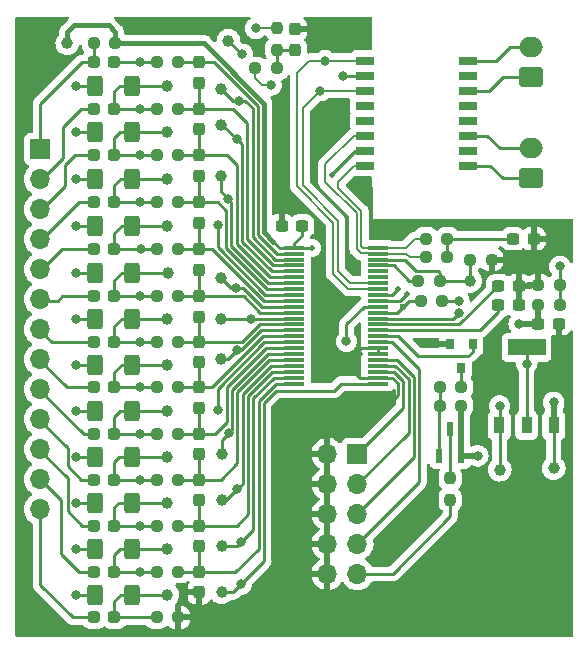
<source format=gtl>
%TF.GenerationSoftware,KiCad,Pcbnew,(6.0.11)*%
%TF.CreationDate,2023-07-31T18:46:05+10:00*%
%TF.ProjectId,LVBMS_A_Sample_R2,4c56424d-535f-4415-9f53-616d706c655f,1*%
%TF.SameCoordinates,Original*%
%TF.FileFunction,Copper,L1,Top*%
%TF.FilePolarity,Positive*%
%FSLAX46Y46*%
G04 Gerber Fmt 4.6, Leading zero omitted, Abs format (unit mm)*
G04 Created by KiCad (PCBNEW (6.0.11)) date 2023-07-31 18:46:05*
%MOMM*%
%LPD*%
G01*
G04 APERTURE LIST*
G04 Aperture macros list*
%AMRoundRect*
0 Rectangle with rounded corners*
0 $1 Rounding radius*
0 $2 $3 $4 $5 $6 $7 $8 $9 X,Y pos of 4 corners*
0 Add a 4 corners polygon primitive as box body*
4,1,4,$2,$3,$4,$5,$6,$7,$8,$9,$2,$3,0*
0 Add four circle primitives for the rounded corners*
1,1,$1+$1,$2,$3*
1,1,$1+$1,$4,$5*
1,1,$1+$1,$6,$7*
1,1,$1+$1,$8,$9*
0 Add four rect primitives between the rounded corners*
20,1,$1+$1,$2,$3,$4,$5,0*
20,1,$1+$1,$4,$5,$6,$7,0*
20,1,$1+$1,$6,$7,$8,$9,0*
20,1,$1+$1,$8,$9,$2,$3,0*%
G04 Aperture macros list end*
%TA.AperFunction,SMDPad,CuDef*%
%ADD10RoundRect,0.250000X-0.400000X-0.625000X0.400000X-0.625000X0.400000X0.625000X-0.400000X0.625000X0*%
%TD*%
%TA.AperFunction,SMDPad,CuDef*%
%ADD11C,1.000000*%
%TD*%
%TA.AperFunction,SMDPad,CuDef*%
%ADD12RoundRect,0.237500X0.250000X0.237500X-0.250000X0.237500X-0.250000X-0.237500X0.250000X-0.237500X0*%
%TD*%
%TA.AperFunction,SMDPad,CuDef*%
%ADD13RoundRect,0.237500X-0.250000X-0.237500X0.250000X-0.237500X0.250000X0.237500X-0.250000X0.237500X0*%
%TD*%
%TA.AperFunction,SMDPad,CuDef*%
%ADD14RoundRect,0.237500X0.300000X0.237500X-0.300000X0.237500X-0.300000X-0.237500X0.300000X-0.237500X0*%
%TD*%
%TA.AperFunction,SMDPad,CuDef*%
%ADD15RoundRect,0.237500X0.237500X-0.300000X0.237500X0.300000X-0.237500X0.300000X-0.237500X-0.300000X0*%
%TD*%
%TA.AperFunction,SMDPad,CuDef*%
%ADD16RoundRect,0.237500X-0.300000X-0.237500X0.300000X-0.237500X0.300000X0.237500X-0.300000X0.237500X0*%
%TD*%
%TA.AperFunction,SMDPad,CuDef*%
%ADD17R,1.800000X0.300000*%
%TD*%
%TA.AperFunction,SMDPad,CuDef*%
%ADD18RoundRect,0.237500X-0.287500X-0.237500X0.287500X-0.237500X0.287500X0.237500X-0.287500X0.237500X0*%
%TD*%
%TA.AperFunction,ComponentPad*%
%ADD19RoundRect,0.250000X0.750000X-0.600000X0.750000X0.600000X-0.750000X0.600000X-0.750000X-0.600000X0*%
%TD*%
%TA.AperFunction,ComponentPad*%
%ADD20O,2.000000X1.700000*%
%TD*%
%TA.AperFunction,SMDPad,CuDef*%
%ADD21RoundRect,0.237500X0.237500X-0.250000X0.237500X0.250000X-0.237500X0.250000X-0.237500X-0.250000X0*%
%TD*%
%TA.AperFunction,ComponentPad*%
%ADD22R,1.700000X1.700000*%
%TD*%
%TA.AperFunction,ComponentPad*%
%ADD23O,1.700000X1.700000*%
%TD*%
%TA.AperFunction,SMDPad,CuDef*%
%ADD24R,0.950000X1.450000*%
%TD*%
%TA.AperFunction,SMDPad,CuDef*%
%ADD25R,3.200000X1.450000*%
%TD*%
%TA.AperFunction,SMDPad,CuDef*%
%ADD26R,0.600000X1.150000*%
%TD*%
%TA.AperFunction,SMDPad,CuDef*%
%ADD27R,1.595000X0.800000*%
%TD*%
%TA.AperFunction,SMDPad,CuDef*%
%ADD28R,0.800000X0.900000*%
%TD*%
%TA.AperFunction,ViaPad*%
%ADD29C,0.500000*%
%TD*%
%TA.AperFunction,ViaPad*%
%ADD30C,0.600000*%
%TD*%
%TA.AperFunction,ViaPad*%
%ADD31C,0.800000*%
%TD*%
%TA.AperFunction,Conductor*%
%ADD32C,0.250000*%
%TD*%
%TA.AperFunction,Conductor*%
%ADD33C,0.500000*%
%TD*%
%TA.AperFunction,Conductor*%
%ADD34C,0.400000*%
%TD*%
%TA.AperFunction,Conductor*%
%ADD35C,0.200000*%
%TD*%
G04 APERTURE END LIST*
D10*
%TO.P,R47,1*%
%TO.N,Net-(Q14-Pad3)*%
X132384500Y-114528600D03*
%TO.P,R47,2*%
%TO.N,/Balancing and Filtering/BATT_0*%
X135484500Y-114528600D03*
%TD*%
D11*
%TO.P,TP15,1,1*%
%TO.N,/Balancing and Filtering/BATT_1*%
X138487800Y-110642400D03*
%TD*%
D12*
%TO.P,R10,1*%
%TO.N,Net-(C5-Pad1)*%
X134084200Y-67843400D03*
%TO.P,R10,2*%
%TO.N,/V+*%
X132259200Y-67843400D03*
%TD*%
D13*
%TO.P,R4,1*%
%TO.N,/ISO_SPI_+*%
X160377500Y-84404200D03*
%TO.P,R4,2*%
%TO.N,Net-(C20-Pad1)*%
X162202500Y-84404200D03*
%TD*%
D11*
%TO.P,TP28,1,1*%
%TO.N,/S10*%
X143002000Y-79044800D03*
%TD*%
D14*
%TO.P,C5,1*%
%TO.N,Net-(C5-Pad1)*%
X149884300Y-83312000D03*
%TO.P,C5,2*%
%TO.N,GND*%
X148159300Y-83312000D03*
%TD*%
D10*
%TO.P,R36,1*%
%TO.N,Net-(Q3-Pad3)*%
X132384200Y-71450200D03*
%TO.P,R36,2*%
%TO.N,/Balancing and Filtering/BATT_11*%
X135484200Y-71450200D03*
%TD*%
D15*
%TO.P,C15,1*%
%TO.N,/C2*%
X141180200Y-106525400D03*
%TO.P,C15,2*%
%TO.N,/C3*%
X141180200Y-104800400D03*
%TD*%
D16*
%TO.P,C20,1*%
%TO.N,Net-(C20-Pad1)*%
X167768100Y-84404200D03*
%TO.P,C20,2*%
%TO.N,GND*%
X169493100Y-84404200D03*
%TD*%
D17*
%TO.P,U1,1,V+*%
%TO.N,Net-(C5-Pad1)*%
X149212200Y-85155600D03*
%TO.P,U1,2,C12*%
%TO.N,/C12*%
X149212200Y-85655600D03*
%TO.P,U1,3,S12*%
%TO.N,/S12*%
X149212200Y-86155600D03*
%TO.P,U1,4,C11*%
%TO.N,/C11*%
X149212200Y-86655600D03*
%TO.P,U1,5,S11*%
%TO.N,/S11*%
X149212200Y-87155600D03*
%TO.P,U1,6,C10*%
%TO.N,/C10*%
X149212200Y-87655600D03*
%TO.P,U1,7,S10*%
%TO.N,/S10*%
X149212200Y-88155600D03*
%TO.P,U1,8,C9*%
%TO.N,/C9*%
X149212200Y-88655600D03*
%TO.P,U1,9,S9*%
%TO.N,/S9*%
X149212200Y-89155600D03*
%TO.P,U1,10,C8*%
%TO.N,/C8*%
X149212200Y-89655600D03*
%TO.P,U1,11,S8*%
%TO.N,/S8*%
X149212200Y-90155600D03*
%TO.P,U1,12,C7*%
%TO.N,/C7*%
X149212200Y-90655600D03*
%TO.P,U1,13,S7*%
%TO.N,/S7*%
X149212200Y-91155600D03*
%TO.P,U1,14,C6*%
%TO.N,/C6*%
X149212200Y-91655600D03*
%TO.P,U1,15,S6*%
%TO.N,/S6*%
X149212200Y-92155600D03*
%TO.P,U1,16,C5*%
%TO.N,/C5*%
X149212200Y-92655600D03*
%TO.P,U1,17,S5*%
%TO.N,/S5*%
X149212200Y-93155600D03*
%TO.P,U1,18,C4*%
%TO.N,/C4*%
X149212200Y-93655600D03*
%TO.P,U1,19,S4*%
%TO.N,/S4*%
X149212200Y-94155600D03*
%TO.P,U1,20,C3*%
%TO.N,/C3*%
X149212200Y-94655600D03*
%TO.P,U1,21,S3*%
%TO.N,/S3*%
X149212200Y-95155600D03*
%TO.P,U1,22,C2*%
%TO.N,/C2*%
X149212200Y-95655600D03*
%TO.P,U1,23,S2*%
%TO.N,/S2*%
X149212200Y-96155600D03*
%TO.P,U1,24,C1*%
%TO.N,/C1*%
X149212200Y-96655600D03*
%TO.P,U1,25,S1*%
%TO.N,/S1*%
X156312200Y-96655600D03*
%TO.P,U1,26,C0*%
%TO.N,GND*%
X156312200Y-96155600D03*
%TO.P,U1,27,GPIO1*%
%TO.N,/T1*%
X156312200Y-95655600D03*
%TO.P,U1,28,GPIO2*%
%TO.N,/T2*%
X156312200Y-95155600D03*
%TO.P,U1,29,GPIO3*%
%TO.N,/T3*%
X156312200Y-94655600D03*
%TO.P,U1,30,V-\u002A\u002A*%
%TO.N,GND*%
X156312200Y-94155600D03*
%TO.P,U1,31,V-*%
X156312200Y-93655600D03*
%TO.P,U1,32,GPIO4*%
%TO.N,/T4*%
X156312200Y-93155600D03*
%TO.P,U1,33,GPIO5*%
%TO.N,/TCON*%
X156312200Y-92655600D03*
%TO.P,U1,34,VREF2*%
%TO.N,Net-(C3-Pad1)*%
X156312200Y-92155600D03*
%TO.P,U1,35,VREF1*%
%TO.N,Net-(C4-Pad1)*%
X156312200Y-91655600D03*
%TO.P,U1,36,DTEN*%
%TO.N,/DTEN*%
X156312200Y-91155600D03*
%TO.P,U1,37,VREG*%
%TO.N,/VREG*%
X156312200Y-90655600D03*
%TO.P,U1,38,DRIVE*%
%TO.N,Net-(Q2-Pad1)*%
X156312200Y-90155600D03*
%TO.P,U1,39,WDT*%
%TO.N,Net-(R7-Pad1)*%
X156312200Y-89655600D03*
%TO.P,U1,40,ISOMD*%
%TO.N,/VREG*%
X156312200Y-89155600D03*
%TO.P,U1,41,CSB_(IMA)*%
%TO.N,/ISO_SPI_N*%
X156312200Y-88655600D03*
%TO.P,U1,42,SCK_(IPA)*%
%TO.N,/ISO_SPI_P*%
X156312200Y-88155600D03*
%TO.P,U1,43,SDI_(NC)*%
%TO.N,unconnected-(U1-Pad43)*%
X156312200Y-87655600D03*
%TO.P,U1,44,SDO_(NC)*%
%TO.N,unconnected-(U1-Pad44)*%
X156312200Y-87155600D03*
%TO.P,U1,45,IBIAS*%
%TO.N,Net-(U1-Pad45)*%
X156312200Y-86655600D03*
%TO.P,U1,46,ICMP*%
%TO.N,Net-(U1-Pad46)*%
X156312200Y-86155600D03*
%TO.P,U1,47,IMB*%
%TO.N,/ISO_SPI_-*%
X156312200Y-85655600D03*
%TO.P,U1,48,IPB*%
%TO.N,/ISO_SPI_+*%
X156312200Y-85155600D03*
%TD*%
D12*
%TO.P,R21,1*%
%TO.N,/C7*%
X139400300Y-89255600D03*
%TO.P,R21,2*%
%TO.N,/Balancing and Filtering/BATT_7*%
X137575300Y-89255600D03*
%TD*%
D13*
%TO.P,R6,1*%
%TO.N,Net-(U1-Pad45)*%
X159742500Y-87934800D03*
%TO.P,R6,2*%
%TO.N,Net-(U1-Pad46)*%
X161567500Y-87934800D03*
%TD*%
D12*
%TO.P,R13,1*%
%TO.N,/C11*%
X139393300Y-73406000D03*
%TO.P,R13,2*%
%TO.N,/Balancing and Filtering/BATT_11*%
X137568300Y-73406000D03*
%TD*%
D18*
%TO.P,F8,1*%
%TO.N,/B5*%
X132259500Y-96977200D03*
%TO.P,F8,2*%
%TO.N,/Balancing and Filtering/BATT_5*%
X134009500Y-96977200D03*
%TD*%
D11*
%TO.P,TP35,1,1*%
%TO.N,/S2*%
X143103600Y-110411600D03*
%TD*%
D12*
%TO.P,R32,1*%
%TO.N,/C3*%
X139400300Y-104800400D03*
%TO.P,R32,2*%
%TO.N,/Balancing and Filtering/BATT_3*%
X137575300Y-104800400D03*
%TD*%
D19*
%TO.P,J1,1,1*%
%TO.N,/IPB (ISO)*%
X169316400Y-70688200D03*
D20*
%TO.P,J1,2,2*%
%TO.N,/IMB (ISO)*%
X169316400Y-68188200D03*
%TD*%
D11*
%TO.P,TP29,1,1*%
%TO.N,/S8*%
X143002000Y-87680800D03*
%TD*%
D15*
%TO.P,C11,1*%
%TO.N,/C6*%
X141180200Y-90980600D03*
%TO.P,C11,2*%
%TO.N,/C7*%
X141180200Y-89255600D03*
%TD*%
D21*
%TO.P,R2,1*%
%TO.N,Net-(J4-Pad9)*%
X162433000Y-106500300D03*
%TO.P,R2,2*%
%TO.N,/VTEMP*%
X162433000Y-104675300D03*
%TD*%
D18*
%TO.P,F2,1*%
%TO.N,/B11*%
X132259200Y-73406000D03*
%TO.P,F2,2*%
%TO.N,/Balancing and Filtering/BATT_11*%
X134009200Y-73406000D03*
%TD*%
D11*
%TO.P,TP33,1,1*%
%TO.N,/S4*%
X143103600Y-102639200D03*
%TD*%
%TO.P,TP6,1,1*%
%TO.N,/Balancing and Filtering/BATT_10*%
X138487800Y-75361800D03*
%TD*%
D13*
%TO.P,R49,1*%
%TO.N,GND*%
X169904700Y-88354200D03*
%TO.P,R49,2*%
%TO.N,/DTEN*%
X171729700Y-88354200D03*
%TD*%
D12*
%TO.P,R35,1*%
%TO.N,GND*%
X139400300Y-116459000D03*
%TO.P,R35,2*%
%TO.N,/Balancing and Filtering/BATT_0*%
X137575300Y-116459000D03*
%TD*%
D10*
%TO.P,R39,1*%
%TO.N,Net-(Q6-Pad3)*%
X132384200Y-83286600D03*
%TO.P,R39,2*%
%TO.N,/Balancing and Filtering/BATT_8*%
X135484200Y-83286600D03*
%TD*%
D18*
%TO.P,F5,1*%
%TO.N,/B8*%
X132259200Y-85293200D03*
%TO.P,F5,2*%
%TO.N,/Balancing and Filtering/BATT_8*%
X134009200Y-85293200D03*
%TD*%
D10*
%TO.P,R42,1*%
%TO.N,Net-(Q9-Pad3)*%
X132384500Y-95046800D03*
%TO.P,R42,2*%
%TO.N,/Balancing and Filtering/BATT_5*%
X135484500Y-95046800D03*
%TD*%
D12*
%TO.P,R5,1*%
%TO.N,Net-(C20-Pad1)*%
X162202500Y-85953600D03*
%TO.P,R5,2*%
%TO.N,/ISO_SPI_-*%
X160377500Y-85953600D03*
%TD*%
D11*
%TO.P,TP25,1,1*%
%TO.N,/S12*%
X143002000Y-71729600D03*
%TD*%
D15*
%TO.P,C19,1*%
%TO.N,Net-(C19-Pad1)*%
X149301200Y-68401100D03*
%TO.P,C19,2*%
%TO.N,GND*%
X149301200Y-66676100D03*
%TD*%
D12*
%TO.P,R17,1*%
%TO.N,/C9*%
X139409100Y-81305400D03*
%TO.P,R17,2*%
%TO.N,/Balancing and Filtering/BATT_9*%
X137584100Y-81305400D03*
%TD*%
D22*
%TO.P,J2,1,Pin_1*%
%TO.N,/V+*%
X127711200Y-76809600D03*
D23*
%TO.P,J2,2,Pin_2*%
%TO.N,/B11*%
X127711200Y-79349600D03*
%TO.P,J2,3,Pin_3*%
%TO.N,/B10*%
X127711200Y-81889600D03*
%TO.P,J2,4,Pin_4*%
%TO.N,/B9*%
X127711200Y-84429600D03*
%TO.P,J2,5,Pin_5*%
%TO.N,/B8*%
X127711200Y-86969600D03*
%TO.P,J2,6,Pin_6*%
%TO.N,Net-(F6-Pad1)*%
X127711200Y-89509600D03*
%TO.P,J2,7,Pin_7*%
%TO.N,/B6*%
X127711200Y-92049600D03*
%TO.P,J2,8,Pin_8*%
%TO.N,/B5*%
X127711200Y-94589600D03*
%TO.P,J2,9,Pin_9*%
%TO.N,/B4*%
X127711200Y-97129600D03*
%TO.P,J2,10,Pin_10*%
%TO.N,/B3*%
X127711200Y-99669600D03*
%TO.P,J2,11,Pin_11*%
%TO.N,/B2*%
X127711200Y-102209600D03*
%TO.P,J2,12,Pin_12*%
%TO.N,/B1*%
X127711200Y-104749600D03*
%TO.P,J2,13,Pin_13*%
%TO.N,/B0*%
X127711200Y-107289600D03*
%TD*%
D12*
%TO.P,R34,1*%
%TO.N,/C1*%
X139400300Y-112598200D03*
%TO.P,R34,2*%
%TO.N,/Balancing and Filtering/BATT_1*%
X137575300Y-112598200D03*
%TD*%
D18*
%TO.P,F7,1*%
%TO.N,/B6*%
X132259200Y-93116400D03*
%TO.P,F7,2*%
%TO.N,/Balancing and Filtering/BATT_6*%
X134009200Y-93116400D03*
%TD*%
%TO.P,F12,1*%
%TO.N,/B1*%
X132259500Y-112598200D03*
%TO.P,F12,2*%
%TO.N,/Balancing and Filtering/BATT_1*%
X134009500Y-112598200D03*
%TD*%
D16*
%TO.P,C4,1*%
%TO.N,Net-(C4-Pad1)*%
X166499200Y-88366600D03*
%TO.P,C4,2*%
%TO.N,GND*%
X168224200Y-88366600D03*
%TD*%
D15*
%TO.P,C16,1*%
%TO.N,/C1*%
X141180200Y-110411600D03*
%TO.P,C16,2*%
%TO.N,/C2*%
X141180200Y-108686600D03*
%TD*%
D18*
%TO.P,F13,1*%
%TO.N,/B0*%
X132259500Y-116459000D03*
%TO.P,F13,2*%
%TO.N,/Balancing and Filtering/BATT_0*%
X134009500Y-116459000D03*
%TD*%
D22*
%TO.P,J4,1,Pin_1*%
%TO.N,/T1*%
X154579000Y-102620600D03*
D23*
%TO.P,J4,2,Pin_2*%
%TO.N,GND*%
X152039000Y-102620600D03*
%TO.P,J4,3,Pin_3*%
%TO.N,/T2*%
X154579000Y-105160600D03*
%TO.P,J4,4,Pin_4*%
%TO.N,GND*%
X152039000Y-105160600D03*
%TO.P,J4,5,Pin_5*%
%TO.N,/T3*%
X154579000Y-107700600D03*
%TO.P,J4,6,Pin_6*%
%TO.N,GND*%
X152039000Y-107700600D03*
%TO.P,J4,7,Pin_7*%
%TO.N,/T4*%
X154579000Y-110240600D03*
%TO.P,J4,8,Pin_8*%
%TO.N,GND*%
X152039000Y-110240600D03*
%TO.P,J4,9,Pin_9*%
%TO.N,Net-(J4-Pad9)*%
X154579000Y-112780600D03*
%TO.P,J4,10,Pin_10*%
%TO.N,GND*%
X152039000Y-112780600D03*
%TD*%
D24*
%TO.P,Q2,1,B*%
%TO.N,Net-(Q2-Pad1)*%
X166596000Y-100201000D03*
%TO.P,Q2,2,C_1*%
%TO.N,Net-(Q2-Pad2)*%
X168896000Y-100201000D03*
%TO.P,Q2,3,E*%
%TO.N,/VREG*%
X171196000Y-100201000D03*
D25*
%TO.P,Q2,4,C_2*%
%TO.N,Net-(Q2-Pad2)*%
X168896000Y-93601000D03*
%TD*%
D12*
%TO.P,R52,1*%
%TO.N,/VREG*%
X163370900Y-98526600D03*
%TO.P,R52,2*%
%TO.N,Net-(Q1-Pad1)*%
X161545900Y-98526600D03*
%TD*%
D18*
%TO.P,F3,1*%
%TO.N,/B10*%
X132259800Y-77317600D03*
%TO.P,F3,2*%
%TO.N,/Balancing and Filtering/BATT_10*%
X134009800Y-77317600D03*
%TD*%
%TO.P,F9,1*%
%TO.N,/B4*%
X132259500Y-100914200D03*
%TO.P,F9,2*%
%TO.N,/Balancing and Filtering/BATT_4*%
X134009500Y-100914200D03*
%TD*%
D15*
%TO.P,C9,1*%
%TO.N,/C8*%
X141189000Y-83030400D03*
%TO.P,C9,2*%
%TO.N,/C9*%
X141189000Y-81305400D03*
%TD*%
D11*
%TO.P,TP10,1,1*%
%TO.N,/Balancing and Filtering/BATT_6*%
X138487800Y-91155600D03*
%TD*%
D12*
%TO.P,R29,1*%
%TO.N,/C6*%
X139400300Y-93116400D03*
%TO.P,R29,2*%
%TO.N,/Balancing and Filtering/BATT_6*%
X137575300Y-93116400D03*
%TD*%
D11*
%TO.P,TP27,1,1*%
%TO.N,/S11*%
X143002000Y-74726800D03*
%TD*%
D13*
%TO.P,R48,1*%
%TO.N,/VREG*%
X169904700Y-90030600D03*
%TO.P,R48,2*%
%TO.N,/DTEN*%
X171729700Y-90030600D03*
%TD*%
D26*
%TO.P,Q1,1*%
%TO.N,Net-(Q1-Pad1)*%
X161483000Y-102775400D03*
%TO.P,Q1,2*%
%TO.N,/VREG*%
X163383000Y-102775400D03*
%TO.P,Q1,3*%
%TO.N,/VTEMP*%
X162433000Y-100475400D03*
%TD*%
D12*
%TO.P,R31,1*%
%TO.N,/C4*%
X139400300Y-100914200D03*
%TO.P,R31,2*%
%TO.N,/Balancing and Filtering/BATT_4*%
X137575300Y-100914200D03*
%TD*%
D10*
%TO.P,R44,1*%
%TO.N,Net-(Q11-Pad3)*%
X132384500Y-102870000D03*
%TO.P,R44,2*%
%TO.N,/Balancing and Filtering/BATT_3*%
X135484500Y-102870000D03*
%TD*%
%TO.P,R43,1*%
%TO.N,Net-(Q10-Pad3)*%
X132384500Y-98958400D03*
%TO.P,R43,2*%
%TO.N,/Balancing and Filtering/BATT_4*%
X135484500Y-98958400D03*
%TD*%
D27*
%TO.P,T1,1,TD+*%
%TO.N,/IPA (ISO)*%
X163965600Y-78206600D03*
%TO.P,T1,2,TCT*%
%TO.N,unconnected-(T1-Pad2)*%
X163965600Y-76936600D03*
%TO.P,T1,3,TD-*%
%TO.N,/IMA (ISO)*%
X163965600Y-75666600D03*
%TO.P,T1,4,NC_1*%
%TO.N,unconnected-(T1-Pad4)*%
X163965600Y-74396600D03*
%TO.P,T1,5,NC_2*%
%TO.N,unconnected-(T1-Pad5)*%
X163965600Y-73126600D03*
%TO.P,T1,6,RD+*%
%TO.N,/IPB (ISO)*%
X163965600Y-71856600D03*
%TO.P,T1,7,RCT*%
%TO.N,unconnected-(T1-Pad7)*%
X163965600Y-70586600D03*
%TO.P,T1,8,RD-*%
%TO.N,/IMB (ISO)*%
X163965600Y-69316600D03*
%TO.P,T1,9,RX-*%
%TO.N,/ISO_SPI_N*%
X155261600Y-69316600D03*
%TO.P,T1,10,CMT_1*%
%TO.N,Net-(T1-Pad10)*%
X155261600Y-70586600D03*
%TO.P,T1,11,RX+*%
%TO.N,/ISO_SPI_P*%
X155261600Y-71856600D03*
%TO.P,T1,12,NC_3*%
%TO.N,unconnected-(T1-Pad12)*%
X155261600Y-73126600D03*
%TO.P,T1,13,NC_4*%
%TO.N,unconnected-(T1-Pad13)*%
X155261600Y-74396600D03*
%TO.P,T1,14,TX-*%
%TO.N,/ISO_SPI_-*%
X155261600Y-75666600D03*
%TO.P,T1,15,CMT_2*%
%TO.N,Net-(C1-Pad2)*%
X155261600Y-76936600D03*
%TO.P,T1,16,TX+*%
%TO.N,/ISO_SPI_+*%
X155261600Y-78206600D03*
%TD*%
D21*
%TO.P,R3,1*%
%TO.N,Net-(C19-Pad1)*%
X147751800Y-68401100D03*
%TO.P,R3,2*%
%TO.N,/ISO_SPI_N*%
X147751800Y-66576100D03*
%TD*%
D15*
%TO.P,C6,1*%
%TO.N,/C11*%
X141173200Y-71195100D03*
%TO.P,C6,2*%
%TO.N,/C12*%
X141173200Y-69470100D03*
%TD*%
D18*
%TO.P,F4,1*%
%TO.N,/B9*%
X132259800Y-81305400D03*
%TO.P,F4,2*%
%TO.N,/Balancing and Filtering/BATT_9*%
X134009800Y-81305400D03*
%TD*%
D10*
%TO.P,R38,1*%
%TO.N,Net-(Q5-Pad3)*%
X132384800Y-79324200D03*
%TO.P,R38,2*%
%TO.N,/Balancing and Filtering/BATT_9*%
X135484800Y-79324200D03*
%TD*%
D15*
%TO.P,C17,1*%
%TO.N,GND*%
X141180200Y-114323200D03*
%TO.P,C17,2*%
%TO.N,/C1*%
X141180200Y-112598200D03*
%TD*%
D18*
%TO.P,F11,1*%
%TO.N,/B2*%
X132259500Y-108686600D03*
%TO.P,F11,2*%
%TO.N,/Balancing and Filtering/BATT_2*%
X134009500Y-108686600D03*
%TD*%
D10*
%TO.P,R40,1*%
%TO.N,Net-(Q7-Pad3)*%
X132384200Y-87274400D03*
%TO.P,R40,2*%
%TO.N,/Balancing and Filtering/BATT_7*%
X135484200Y-87274400D03*
%TD*%
D11*
%TO.P,TP9,1,1*%
%TO.N,/Balancing and Filtering/BATT_7*%
X138506200Y-87274400D03*
%TD*%
D15*
%TO.P,C14,1*%
%TO.N,/C3*%
X141180200Y-102639200D03*
%TO.P,C14,2*%
%TO.N,/C4*%
X141180200Y-100914200D03*
%TD*%
D18*
%TO.P,F1,1*%
%TO.N,/V+*%
X132259200Y-69458800D03*
%TO.P,F1,2*%
%TO.N,/Balancing and Filtering/BATT_12*%
X134009200Y-69458800D03*
%TD*%
D13*
%TO.P,R53,1*%
%TO.N,Net-(Q1-Pad1)*%
X161545900Y-96951800D03*
%TO.P,R53,2*%
%TO.N,Net-(Q15-Pad3)*%
X163370900Y-96951800D03*
%TD*%
D12*
%TO.P,R15,1*%
%TO.N,/C10*%
X139395100Y-77317600D03*
%TO.P,R15,2*%
%TO.N,/Balancing and Filtering/BATT_10*%
X137570100Y-77317600D03*
%TD*%
D11*
%TO.P,TP8,1,1*%
%TO.N,/Balancing and Filtering/BATT_8*%
X138496600Y-83286600D03*
%TD*%
D12*
%TO.P,R33,1*%
%TO.N,/C2*%
X139400300Y-108686600D03*
%TO.P,R33,2*%
%TO.N,/Balancing and Filtering/BATT_2*%
X137575300Y-108686600D03*
%TD*%
D11*
%TO.P,TP1,1,1*%
%TO.N,Net-(Q2-Pad1)*%
X166624000Y-103936800D03*
%TD*%
D28*
%TO.P,Q15,1,B*%
%TO.N,/TCON*%
X164322800Y-93335600D03*
%TO.P,Q15,2,E*%
%TO.N,GND*%
X162422800Y-93335600D03*
%TO.P,Q15,3,C*%
%TO.N,Net-(Q15-Pad3)*%
X163372800Y-95335600D03*
%TD*%
D15*
%TO.P,C7,1*%
%TO.N,/C10*%
X141173200Y-75131000D03*
%TO.P,C7,2*%
%TO.N,/C11*%
X141173200Y-73406000D03*
%TD*%
D11*
%TO.P,TP4,1,1*%
%TO.N,/Balancing and Filtering/BATT_12*%
X143662400Y-67614800D03*
%TD*%
D10*
%TO.P,R46,1*%
%TO.N,Net-(Q13-Pad3)*%
X132384500Y-110642400D03*
%TO.P,R46,2*%
%TO.N,/Balancing and Filtering/BATT_1*%
X135484500Y-110642400D03*
%TD*%
D11*
%TO.P,TP2,1,1*%
%TO.N,Net-(C5-Pad1)*%
X130022600Y-67843400D03*
%TD*%
D18*
%TO.P,F10,1*%
%TO.N,/B3*%
X132259500Y-104800400D03*
%TO.P,F10,2*%
%TO.N,/Balancing and Filtering/BATT_3*%
X134009500Y-104800400D03*
%TD*%
D11*
%TO.P,TP3,1,1*%
%TO.N,/VREG*%
X171196000Y-103835200D03*
%TD*%
D12*
%TO.P,R11,1*%
%TO.N,/C12*%
X139393300Y-69458800D03*
%TO.P,R11,2*%
%TO.N,/Balancing and Filtering/BATT_12*%
X137568300Y-69458800D03*
%TD*%
D16*
%TO.P,C2,1*%
%TO.N,/VREG*%
X169904700Y-91605400D03*
%TO.P,C2,2*%
%TO.N,GND*%
X171629700Y-91605400D03*
%TD*%
D11*
%TO.P,TP12,1,1*%
%TO.N,/Balancing and Filtering/BATT_4*%
X138487800Y-98958400D03*
%TD*%
%TO.P,TP11,1,1*%
%TO.N,/Balancing and Filtering/BATT_5*%
X138487800Y-95046800D03*
%TD*%
D15*
%TO.P,C10,1*%
%TO.N,/C7*%
X141198600Y-87018200D03*
%TO.P,C10,2*%
%TO.N,/C8*%
X141198600Y-85293200D03*
%TD*%
D10*
%TO.P,R41,1*%
%TO.N,Net-(Q8-Pad3)*%
X132384200Y-91186000D03*
%TO.P,R41,2*%
%TO.N,/Balancing and Filtering/BATT_6*%
X135484200Y-91186000D03*
%TD*%
D12*
%TO.P,R7,1*%
%TO.N,Net-(R7-Pad1)*%
X161770700Y-89655600D03*
%TO.P,R7,2*%
%TO.N,/VREG*%
X159945700Y-89655600D03*
%TD*%
D16*
%TO.P,C3,1*%
%TO.N,Net-(C3-Pad1)*%
X166500300Y-90030600D03*
%TO.P,C3,2*%
%TO.N,GND*%
X168225300Y-90030600D03*
%TD*%
D11*
%TO.P,TP5,1,1*%
%TO.N,/Balancing and Filtering/BATT_11*%
X138455400Y-71450200D03*
%TD*%
D13*
%TO.P,R1,1*%
%TO.N,/ISO_SPI_P*%
X145926800Y-69977000D03*
%TO.P,R1,2*%
%TO.N,Net-(C19-Pad1)*%
X147751800Y-69977000D03*
%TD*%
D18*
%TO.P,F6,1*%
%TO.N,Net-(F6-Pad1)*%
X132259200Y-89255600D03*
%TO.P,F6,2*%
%TO.N,/Balancing and Filtering/BATT_7*%
X134009200Y-89255600D03*
%TD*%
D11*
%TO.P,TP34,1,1*%
%TO.N,/S3*%
X143103600Y-106525400D03*
%TD*%
D13*
%TO.P,R8,1*%
%TO.N,Net-(U1-Pad46)*%
X164109400Y-86155600D03*
%TO.P,R8,2*%
%TO.N,GND*%
X165934400Y-86155600D03*
%TD*%
D12*
%TO.P,R19,1*%
%TO.N,/C8*%
X139418700Y-85293200D03*
%TO.P,R19,2*%
%TO.N,/Balancing and Filtering/BATT_8*%
X137593700Y-85293200D03*
%TD*%
D11*
%TO.P,TP30,1,1*%
%TO.N,/S7*%
X143002000Y-91155600D03*
%TD*%
%TO.P,TP36,1,1*%
%TO.N,/S1*%
X143103600Y-114323200D03*
%TD*%
%TO.P,TP31,1,1*%
%TO.N,/S6*%
X143002000Y-94538800D03*
%TD*%
%TO.P,TP17,1,1*%
%TO.N,Net-(U1-Pad46)*%
X164109400Y-87958300D03*
%TD*%
D15*
%TO.P,C8,1*%
%TO.N,/C9*%
X141175000Y-79042600D03*
%TO.P,C8,2*%
%TO.N,/C10*%
X141175000Y-77317600D03*
%TD*%
D11*
%TO.P,TP7,1,1*%
%TO.N,/Balancing and Filtering/BATT_9*%
X138457200Y-79324200D03*
%TD*%
%TO.P,TP14,1,1*%
%TO.N,/Balancing and Filtering/BATT_2*%
X138487800Y-106730800D03*
%TD*%
D15*
%TO.P,C12,1*%
%TO.N,/C5*%
X141180200Y-94841400D03*
%TO.P,C12,2*%
%TO.N,/C6*%
X141180200Y-93116400D03*
%TD*%
D10*
%TO.P,R45,1*%
%TO.N,Net-(Q12-Pad3)*%
X132384500Y-106730800D03*
%TO.P,R45,2*%
%TO.N,/Balancing and Filtering/BATT_2*%
X135484500Y-106730800D03*
%TD*%
D12*
%TO.P,R30,1*%
%TO.N,/C5*%
X139400300Y-96977200D03*
%TO.P,R30,2*%
%TO.N,/Balancing and Filtering/BATT_5*%
X137575300Y-96977200D03*
%TD*%
D10*
%TO.P,R37,1*%
%TO.N,Net-(Q4-Pad3)*%
X132384800Y-75361800D03*
%TO.P,R37,2*%
%TO.N,/Balancing and Filtering/BATT_10*%
X135484800Y-75361800D03*
%TD*%
D15*
%TO.P,C13,1*%
%TO.N,/C4*%
X141180200Y-98702200D03*
%TO.P,C13,2*%
%TO.N,/C5*%
X141180200Y-96977200D03*
%TD*%
D11*
%TO.P,TP16,1,1*%
%TO.N,/Balancing and Filtering/BATT_0*%
X138487800Y-114528600D03*
%TD*%
%TO.P,TP13,1,1*%
%TO.N,/Balancing and Filtering/BATT_3*%
X138487800Y-102870000D03*
%TD*%
D19*
%TO.P,J3,1,1*%
%TO.N,/IPA (ISO)*%
X169316400Y-79248000D03*
D20*
%TO.P,J3,2,2*%
%TO.N,/IMA (ISO)*%
X169316400Y-76748000D03*
%TD*%
D29*
%TO.N,GND*%
X168820400Y-105274800D03*
X160070400Y-107024800D03*
X139070400Y-66774800D03*
X147820400Y-117524800D03*
X163570400Y-114024800D03*
X167070400Y-110524800D03*
X130320400Y-117524800D03*
X160070400Y-112274800D03*
X153070400Y-100024800D03*
X163570400Y-110524800D03*
X151320400Y-94774800D03*
X168820400Y-117524800D03*
X149570400Y-103524800D03*
X158320400Y-117524800D03*
X154305000Y-86614000D03*
X149570400Y-105274800D03*
X142570400Y-117524800D03*
X172320400Y-114024800D03*
X126820400Y-115774800D03*
X149570400Y-107024800D03*
X165320400Y-110524800D03*
X170570400Y-117524800D03*
X126820400Y-73774800D03*
X154820400Y-117524800D03*
X163570400Y-112274800D03*
X167070400Y-107024800D03*
X156570400Y-114024800D03*
X126820400Y-112274800D03*
X151320400Y-100024800D03*
X147820400Y-79024800D03*
X167070400Y-115774800D03*
X165320400Y-105274800D03*
X170570400Y-110524800D03*
X149570400Y-115774800D03*
X165320400Y-117524800D03*
X172320400Y-115774800D03*
X126820400Y-66774800D03*
X172320400Y-107024800D03*
X156570400Y-117524800D03*
X149570400Y-112274800D03*
X146070400Y-117524800D03*
X149570400Y-114024800D03*
X165320400Y-107024800D03*
X126820400Y-110524800D03*
X140820400Y-117524800D03*
X126820400Y-70274800D03*
X170570400Y-112274800D03*
X170570400Y-115774800D03*
X160070400Y-115774800D03*
X161820400Y-110524800D03*
X151320400Y-93024800D03*
X154820400Y-66774800D03*
X163570400Y-108774800D03*
X140820400Y-66774800D03*
X153070400Y-73774800D03*
X144320400Y-117524800D03*
X165320400Y-114024800D03*
X168820400Y-86024800D03*
X161820400Y-114024800D03*
X147820400Y-115774800D03*
X168820400Y-115774800D03*
X153070400Y-115774800D03*
X168820400Y-103524800D03*
X135570400Y-117524800D03*
X165320400Y-115774800D03*
X128570400Y-68524800D03*
X167070400Y-117524800D03*
X168820400Y-112274800D03*
X137320400Y-66774800D03*
X163570400Y-115774800D03*
X170570400Y-114024800D03*
X151320400Y-115774800D03*
X160070400Y-117524800D03*
X158320400Y-114024800D03*
X172320400Y-108774800D03*
X172320400Y-93024800D03*
X158320400Y-115774800D03*
X167070400Y-96524800D03*
X147820400Y-73774800D03*
X170570400Y-105274800D03*
X170570400Y-107024800D03*
X151320400Y-117524800D03*
X170570400Y-108774800D03*
X168820400Y-107024800D03*
X167070400Y-105274800D03*
X168820400Y-108774800D03*
X147820400Y-77274800D03*
X172320400Y-112274800D03*
X151320400Y-91274800D03*
X161820400Y-115774800D03*
X163570400Y-117524800D03*
X126820400Y-68524800D03*
X165320400Y-112274800D03*
X172320400Y-105274800D03*
X153070400Y-117524800D03*
X158320400Y-108774800D03*
X128570400Y-66774800D03*
X153070400Y-66774800D03*
X172320400Y-117524800D03*
X128570400Y-117524800D03*
X161820400Y-112274800D03*
X167070400Y-114024800D03*
X149570400Y-108774800D03*
X160629600Y-93218000D03*
X126820400Y-117524800D03*
X172320400Y-96524800D03*
X151320400Y-73774800D03*
X126820400Y-72024800D03*
X149570400Y-110524800D03*
X167070400Y-112274800D03*
X156570400Y-115774800D03*
X153070400Y-94774800D03*
X154820400Y-115774800D03*
X149570400Y-117524800D03*
X161820400Y-117524800D03*
X156570400Y-110524800D03*
X168820400Y-110524800D03*
X160070400Y-114024800D03*
X147820400Y-114024800D03*
X167070400Y-108774800D03*
X147820400Y-80774800D03*
X154820400Y-100024800D03*
X168820400Y-114024800D03*
X149570400Y-101774800D03*
X135570400Y-66774800D03*
X149570400Y-100024800D03*
X151320400Y-75524800D03*
X147820400Y-75524800D03*
X146070400Y-115774800D03*
X172320400Y-110524800D03*
X128570400Y-70274800D03*
X165320400Y-96524800D03*
X172320400Y-84274800D03*
X126820400Y-114024800D03*
X172320400Y-94774800D03*
X172320400Y-101774800D03*
X165320400Y-108774800D03*
%TO.N,Net-(C1-Pad2)*%
X152384585Y-78991959D03*
%TO.N,/VREG*%
X158013400Y-88620600D03*
D30*
X158445200Y-90144600D03*
D31*
X171196000Y-98247200D03*
X168275000Y-91605400D03*
X164769800Y-102775400D03*
D29*
%TO.N,Net-(C5-Pad1)*%
X150759600Y-85155600D03*
D31*
%TO.N,/Balancing and Filtering/BATT_12*%
X136194800Y-69458800D03*
X144830800Y-68783200D03*
%TO.N,/Balancing and Filtering/BATT_11*%
X136194800Y-73406000D03*
%TO.N,/Balancing and Filtering/BATT_10*%
X136196600Y-77317600D03*
%TO.N,/Balancing and Filtering/BATT_9*%
X136210600Y-81305400D03*
%TO.N,/Balancing and Filtering/BATT_8*%
X136220200Y-85293200D03*
%TO.N,/Balancing and Filtering/BATT_7*%
X136201800Y-89255600D03*
%TO.N,/Balancing and Filtering/BATT_6*%
X136201800Y-93116400D03*
%TO.N,/Balancing and Filtering/BATT_5*%
X136201800Y-96977200D03*
%TO.N,/Balancing and Filtering/BATT_4*%
X136201800Y-100914200D03*
%TO.N,/Balancing and Filtering/BATT_3*%
X136201800Y-104800400D03*
%TO.N,/Balancing and Filtering/BATT_2*%
X136201800Y-108686600D03*
%TO.N,/Balancing and Filtering/BATT_1*%
X136201800Y-112598200D03*
%TO.N,/DTEN*%
X163141001Y-90700201D03*
X171729700Y-86741300D03*
%TO.N,Net-(Q2-Pad1)*%
X166610000Y-98552000D03*
X153644600Y-93065600D03*
%TO.N,Net-(Q2-Pad2)*%
X168910000Y-94970600D03*
%TO.N,Net-(Q3-Pad3)*%
X130759200Y-71450200D03*
%TO.N,Net-(Q4-Pad3)*%
X130759800Y-75361800D03*
%TO.N,Net-(Q5-Pad3)*%
X130784600Y-79324200D03*
%TO.N,Net-(Q6-Pad3)*%
X130759200Y-83286600D03*
%TO.N,Net-(Q7-Pad3)*%
X130759200Y-87274400D03*
%TO.N,Net-(Q8-Pad3)*%
X130759200Y-91186000D03*
%TO.N,Net-(Q9-Pad3)*%
X130759500Y-95046800D03*
%TO.N,Net-(Q10-Pad3)*%
X130759500Y-98958400D03*
%TO.N,Net-(Q11-Pad3)*%
X130759500Y-102870000D03*
%TO.N,Net-(Q12-Pad3)*%
X130759500Y-106730800D03*
%TO.N,Net-(Q13-Pad3)*%
X130759500Y-110642400D03*
%TO.N,Net-(Q14-Pad3)*%
X130759500Y-114528600D03*
%TO.N,/ISO_SPI_N*%
X151841200Y-69316600D03*
X145971100Y-66576100D03*
%TO.N,/ISO_SPI_P*%
X151434800Y-71856600D03*
X147269200Y-71374000D03*
%TO.N,/S12*%
X144576800Y-72745600D03*
%TO.N,/S11*%
X144411700Y-75958700D03*
%TO.N,/S10*%
X143627100Y-80990000D03*
%TO.N,/S9*%
X142748000Y-83205400D03*
%TO.N,/S8*%
X144322800Y-88531100D03*
%TO.N,/S7*%
X145542000Y-91155600D03*
%TO.N,/S6*%
X144345296Y-93850096D03*
%TO.N,/S5*%
X142748000Y-98877200D03*
%TO.N,/S4*%
X143692700Y-100838000D03*
%TO.N,/S3*%
X144424400Y-105562400D03*
%TO.N,/S2*%
X144763000Y-110058200D03*
%TO.N,/S1*%
X144763000Y-113622600D03*
D29*
%TO.N,Net-(R7-Pad1)*%
X158750000Y-89077800D03*
D31*
X163165499Y-89656917D03*
%TO.N,Net-(T1-Pad10)*%
X153339800Y-70586600D03*
%TD*%
D32*
%TO.N,GND*%
X154330400Y-95707200D02*
X154330400Y-94234000D01*
X154778800Y-96155600D02*
X154330400Y-95707200D01*
X148082000Y-98171000D02*
X157480000Y-98171000D01*
X156312200Y-96155600D02*
X154778800Y-96155600D01*
X143637000Y-116459000D02*
X147574000Y-112522000D01*
X140261000Y-114323200D02*
X141180200Y-114323200D01*
X139400300Y-115183900D02*
X140261000Y-114323200D01*
X154330400Y-94234000D02*
X154908800Y-93655600D01*
X157480000Y-98171000D02*
X157988000Y-97663000D01*
X157512200Y-96155600D02*
X156312200Y-96155600D01*
X139400300Y-116459000D02*
X143637000Y-116459000D01*
X147574000Y-112522000D02*
X147574000Y-98679000D01*
X139400300Y-116459000D02*
X139400300Y-115183900D01*
X156312200Y-93655600D02*
X156312200Y-94155600D01*
X157988000Y-97663000D02*
X157988000Y-96631400D01*
X154908800Y-93655600D02*
X156312200Y-93655600D01*
X147574000Y-98679000D02*
X148082000Y-98171000D01*
X157988000Y-96631400D02*
X157512200Y-96155600D01*
%TO.N,Net-(C1-Pad2)*%
X152508400Y-78843360D02*
X154415160Y-76936600D01*
X152384585Y-78991959D02*
X152508400Y-78868144D01*
X152508400Y-78868144D02*
X152508400Y-78843360D01*
X154415160Y-76936600D02*
X155261600Y-76936600D01*
D33*
%TO.N,/VREG*%
X169904700Y-91605400D02*
X169904700Y-90030600D01*
D32*
X163370900Y-98526600D02*
X163383000Y-98538700D01*
X157934200Y-90655600D02*
X156312200Y-90655600D01*
D33*
X163383000Y-98538700D02*
X163383000Y-102775400D01*
D32*
X171196000Y-100201000D02*
X171196000Y-103835200D01*
X158934200Y-89655600D02*
X158445200Y-90144600D01*
D33*
X164769800Y-102775400D02*
X163383000Y-102775400D01*
X169904700Y-91605400D02*
X168275000Y-91605400D01*
D32*
X157478400Y-89155600D02*
X156312200Y-89155600D01*
X159945700Y-89655600D02*
X158934200Y-89655600D01*
D33*
X171196000Y-100201000D02*
X171196000Y-98247200D01*
D32*
X158013400Y-88620600D02*
X157478400Y-89155600D01*
X158445200Y-90144600D02*
X157934200Y-90655600D01*
%TO.N,Net-(C3-Pad1)*%
X166500300Y-90030600D02*
X166500300Y-90623900D01*
X166500300Y-90623900D02*
X164968600Y-92155600D01*
X164968600Y-92155600D02*
X156312200Y-92155600D01*
%TO.N,Net-(C4-Pad1)*%
X156312200Y-91655600D02*
X163210200Y-91655600D01*
X163210200Y-91655600D02*
X166499200Y-88366600D01*
%TO.N,Net-(C5-Pad1)*%
X149212200Y-85155600D02*
X150759600Y-85155600D01*
D34*
X147472400Y-84632800D02*
X146676600Y-83837000D01*
D32*
X147472400Y-84632800D02*
X147995200Y-85155600D01*
D34*
X130022600Y-66903600D02*
X130022600Y-67843400D01*
D32*
X149212200Y-84798000D02*
X149212200Y-85155600D01*
X149884300Y-84125900D02*
X149212200Y-84798000D01*
X147995200Y-85155600D02*
X149162200Y-85155600D01*
D34*
X134084200Y-67843400D02*
X134084200Y-66875800D01*
X146676600Y-83837000D02*
X146676600Y-72961334D01*
X134084200Y-66875800D02*
X133527800Y-66319400D01*
X133527800Y-66319400D02*
X130606800Y-66319400D01*
X146676600Y-72961334D02*
X141558666Y-67843400D01*
D32*
X149884300Y-83312000D02*
X149884300Y-84125900D01*
D34*
X130606800Y-66319400D02*
X130022600Y-66903600D01*
X141558666Y-67843400D02*
X134084200Y-67843400D01*
D32*
%TO.N,/C11*%
X149212200Y-86655600D02*
X147459012Y-86655600D01*
X141173200Y-73406000D02*
X141173200Y-71195100D01*
X139393300Y-73406000D02*
X141173200Y-73406000D01*
X147459012Y-86655600D02*
X145251600Y-84448188D01*
X145251600Y-74614200D02*
X144043400Y-73406000D01*
X145251600Y-84448188D02*
X145251600Y-74614200D01*
X144043400Y-73406000D02*
X141173200Y-73406000D01*
%TO.N,/C12*%
X146151600Y-84075396D02*
X147731804Y-85655600D01*
X141173200Y-69470100D02*
X142442904Y-69470100D01*
X139404600Y-69470100D02*
X139393300Y-69458800D01*
X141173200Y-69470100D02*
X139404600Y-69470100D01*
X142442904Y-69470100D02*
X146151600Y-73178796D01*
X146151600Y-73178796D02*
X146151600Y-84075396D01*
X147731804Y-85655600D02*
X149212200Y-85655600D01*
%TO.N,/C10*%
X141175000Y-77317600D02*
X139395100Y-77317600D01*
X144351600Y-84820980D02*
X144351600Y-78133800D01*
X147186220Y-87655600D02*
X144351600Y-84820980D01*
X149212200Y-87655600D02*
X147186220Y-87655600D01*
X141173200Y-75131000D02*
X141173200Y-77315800D01*
X141173200Y-77315800D02*
X141175000Y-77317600D01*
X144351600Y-78133800D02*
X143535400Y-77317600D01*
X143535400Y-77317600D02*
X141175000Y-77317600D01*
%TO.N,/C9*%
X143451600Y-85193772D02*
X143451600Y-82009000D01*
X139409100Y-81305400D02*
X141189000Y-81305400D01*
X146913428Y-88655600D02*
X143451600Y-85193772D01*
X141175000Y-81291400D02*
X141189000Y-81305400D01*
X142748000Y-81305400D02*
X141189000Y-81305400D01*
X143451600Y-82009000D02*
X142748000Y-81305400D01*
X141175000Y-79042600D02*
X141175000Y-81291400D01*
X149212200Y-88655600D02*
X146913428Y-88655600D01*
%TO.N,/C8*%
X142278236Y-85293200D02*
X146640636Y-89655600D01*
X141198600Y-85293200D02*
X141198600Y-83040000D01*
X141198600Y-85293200D02*
X142278236Y-85293200D01*
X146640636Y-89655600D02*
X149212200Y-89655600D01*
X141198600Y-85293200D02*
X139418700Y-85293200D01*
X141198600Y-83040000D02*
X141189000Y-83030400D01*
%TO.N,/C7*%
X146367844Y-90655600D02*
X144967844Y-89255600D01*
X141198600Y-89237200D02*
X141180200Y-89255600D01*
X149212200Y-90655600D02*
X146367844Y-90655600D01*
X144967844Y-89255600D02*
X141180200Y-89255600D01*
X141180200Y-89255600D02*
X139400300Y-89255600D01*
X141198600Y-87018200D02*
X141198600Y-89237200D01*
%TO.N,/C6*%
X141180200Y-93116400D02*
X141180200Y-90980600D01*
X139400300Y-93116400D02*
X141180200Y-93116400D01*
X149212200Y-91655600D02*
X146291600Y-91655600D01*
X144830800Y-93116400D02*
X141180200Y-93116400D01*
X146291600Y-91655600D02*
X144830800Y-93116400D01*
%TO.N,/C5*%
X141180200Y-94841400D02*
X141180200Y-96977200D01*
X146564392Y-92655600D02*
X142242792Y-96977200D01*
X142242792Y-96977200D02*
X141180200Y-96977200D01*
X141180200Y-96977200D02*
X139400300Y-96977200D01*
X149212200Y-92655600D02*
X146564392Y-92655600D01*
%TO.N,/C4*%
X139400300Y-100914200D02*
X141180200Y-100914200D01*
X149212200Y-93655600D02*
X146837184Y-93655600D01*
X141180200Y-100914200D02*
X141180200Y-98702200D01*
X143510000Y-96982784D02*
X143510000Y-99923600D01*
X146837184Y-93655600D02*
X143510000Y-96982784D01*
X142519400Y-100914200D02*
X141180200Y-100914200D01*
X143510000Y-99923600D02*
X142519400Y-100914200D01*
%TO.N,/C3*%
X147109976Y-94655600D02*
X144417200Y-97348376D01*
X149212200Y-94655600D02*
X147109976Y-94655600D01*
X144417200Y-97348376D02*
X144417200Y-103385200D01*
X144417200Y-103385200D02*
X143002000Y-104800400D01*
X141180200Y-102639200D02*
X141180200Y-104800400D01*
X143002000Y-104800400D02*
X141180200Y-104800400D01*
X139400300Y-104800400D02*
X141180200Y-104800400D01*
%TO.N,/C2*%
X149212200Y-95655600D02*
X147382768Y-95655600D01*
X141180200Y-108686600D02*
X139400300Y-108686600D01*
X141180200Y-106525400D02*
X141180200Y-108686600D01*
X145317200Y-97721168D02*
X145317200Y-107717600D01*
X147382768Y-95655600D02*
X145317200Y-97721168D01*
X144348200Y-108686600D02*
X141180200Y-108686600D01*
X145317200Y-107717600D02*
X144348200Y-108686600D01*
%TO.N,/C1*%
X146217200Y-110627600D02*
X144246600Y-112598200D01*
X141180200Y-110411600D02*
X141180200Y-112598200D01*
X141180200Y-112598200D02*
X139400300Y-112598200D01*
X146217200Y-98093960D02*
X146217200Y-110627600D01*
X144246600Y-112598200D02*
X141180200Y-112598200D01*
X149212200Y-96655600D02*
X147655560Y-96655600D01*
X147655560Y-96655600D02*
X146217200Y-98093960D01*
%TO.N,/V+*%
X132259200Y-67843400D02*
X132259200Y-69458800D01*
X127736600Y-76804600D02*
X127736600Y-72948800D01*
X127736600Y-72948800D02*
X131226600Y-69458800D01*
X131226600Y-69458800D02*
X132259200Y-69458800D01*
%TO.N,/Balancing and Filtering/BATT_12*%
X137568300Y-69458800D02*
X136194800Y-69458800D01*
X144830800Y-68783200D02*
X143662400Y-67614800D01*
X134476600Y-69458800D02*
X136194800Y-69458800D01*
%TO.N,/B11*%
X129667000Y-77540200D02*
X129667000Y-74955400D01*
X131216400Y-73406000D02*
X132259200Y-73406000D01*
X127736600Y-79470600D02*
X129667000Y-77540200D01*
X129667000Y-74955400D02*
X131216400Y-73406000D01*
%TO.N,/Balancing and Filtering/BATT_11*%
X136194800Y-73406000D02*
X137568300Y-73406000D01*
X136067800Y-73406000D02*
X134460800Y-73406000D01*
X134442200Y-71450200D02*
X135484200Y-71450200D01*
X134009200Y-71883200D02*
X134442200Y-71450200D01*
X136194800Y-73406000D02*
X136067800Y-73406000D01*
X138455400Y-71450200D02*
X135484200Y-71450200D01*
X134009200Y-73406000D02*
X134009200Y-71883200D01*
%TO.N,/B10*%
X129819400Y-78155800D02*
X130657600Y-77317600D01*
X129819400Y-79927800D02*
X129819400Y-78155800D01*
X127736600Y-82010600D02*
X129819400Y-79927800D01*
X130657600Y-77317600D02*
X132259800Y-77317600D01*
%TO.N,/Balancing and Filtering/BATT_10*%
X138487800Y-75361800D02*
X135484800Y-75361800D01*
X134009800Y-77317600D02*
X134009800Y-75845000D01*
X137570100Y-77317600D02*
X136120400Y-77317600D01*
X134009800Y-75845000D02*
X134493000Y-75361800D01*
X134493000Y-75361800D02*
X135484800Y-75361800D01*
X136120400Y-77317600D02*
X134462600Y-77317600D01*
%TO.N,/B9*%
X127736600Y-84550600D02*
X130981800Y-81305400D01*
X130981800Y-81305400D02*
X132259800Y-81305400D01*
%TO.N,/Balancing and Filtering/BATT_9*%
X134009800Y-81305400D02*
X134009800Y-79858200D01*
X136109000Y-81305400D02*
X134476600Y-81305400D01*
X137584100Y-81305400D02*
X136109000Y-81305400D01*
X134543800Y-79324200D02*
X135484800Y-79324200D01*
X134009800Y-79858200D02*
X134543800Y-79324200D01*
X138457200Y-79324200D02*
X135484800Y-79324200D01*
%TO.N,/B8*%
X127736600Y-87090600D02*
X129534000Y-85293200D01*
X129534000Y-85293200D02*
X132259200Y-85293200D01*
%TO.N,/Balancing and Filtering/BATT_8*%
X136169400Y-85293200D02*
X134486200Y-85293200D01*
X135484200Y-83286600D02*
X134645400Y-83286600D01*
X137593700Y-85293200D02*
X136169400Y-85293200D01*
X138496600Y-83286600D02*
X135484200Y-83286600D01*
X134009200Y-83922800D02*
X134009200Y-85293200D01*
X134645400Y-83286600D02*
X134009200Y-83922800D01*
%TO.N,Net-(F6-Pad1)*%
X132259200Y-89255600D02*
X129565400Y-89255600D01*
X129565400Y-89255600D02*
X129190400Y-89630600D01*
X129190400Y-89630600D02*
X127736600Y-89630600D01*
%TO.N,/Balancing and Filtering/BATT_7*%
X136201800Y-89255600D02*
X137575300Y-89255600D01*
X134009200Y-87885200D02*
X134620000Y-87274400D01*
X138506200Y-87274400D02*
X135484200Y-87274400D01*
X134009200Y-89255600D02*
X134009200Y-87885200D01*
X134620000Y-87274400D02*
X135484200Y-87274400D01*
X134467800Y-89255600D02*
X136201800Y-89255600D01*
%TO.N,/B6*%
X127736600Y-92170600D02*
X128682400Y-93116400D01*
X128682400Y-93116400D02*
X132259200Y-93116400D01*
%TO.N,/Balancing and Filtering/BATT_6*%
X135484200Y-91186000D02*
X135514600Y-91155600D01*
X134009200Y-93116400D02*
X134009200Y-91796800D01*
X135514600Y-91155600D02*
X138487800Y-91155600D01*
X134620000Y-91186000D02*
X135484200Y-91186000D01*
X134467800Y-93116400D02*
X136252600Y-93116400D01*
X134009200Y-91796800D02*
X134620000Y-91186000D01*
X136252600Y-93116400D02*
X137575300Y-93116400D01*
%TO.N,/B5*%
X130003200Y-96977200D02*
X132259500Y-96977200D01*
X127736600Y-94710600D02*
X130003200Y-96977200D01*
%TO.N,/Balancing and Filtering/BATT_5*%
X136303400Y-96977200D02*
X134467800Y-96977200D01*
X135484500Y-95046800D02*
X138487800Y-95046800D01*
X134670800Y-95046800D02*
X134009500Y-95708100D01*
X137575300Y-96977200D02*
X136303400Y-96977200D01*
X134009500Y-95708100D02*
X134009500Y-96977200D01*
X135484500Y-95046800D02*
X134670800Y-95046800D01*
%TO.N,/B4*%
X131400200Y-100914200D02*
X132259500Y-100914200D01*
X127736600Y-97250600D02*
X131400200Y-100914200D01*
%TO.N,/Balancing and Filtering/BATT_4*%
X134009500Y-99467300D02*
X134518400Y-98958400D01*
X134518400Y-98958400D02*
X135484500Y-98958400D01*
X134009500Y-100914200D02*
X136271000Y-100914200D01*
X138487800Y-98958400D02*
X135484500Y-98958400D01*
X136271000Y-100914200D02*
X137575300Y-100914200D01*
X134009500Y-100914200D02*
X134009500Y-99467300D01*
%TO.N,/B3*%
X131165600Y-104800400D02*
X132259500Y-104800400D01*
X130034500Y-102088500D02*
X130034500Y-103669300D01*
X130034500Y-103669300D02*
X131165600Y-104800400D01*
X127736600Y-99790600D02*
X130034500Y-102088500D01*
%TO.N,/Balancing and Filtering/BATT_3*%
X134416800Y-102870000D02*
X135484500Y-102870000D01*
X138487800Y-102870000D02*
X135484500Y-102870000D01*
X136245600Y-104800400D02*
X137575300Y-104800400D01*
X134009500Y-104800400D02*
X134009500Y-103277300D01*
X134009500Y-103277300D02*
X134416800Y-102870000D01*
X134009500Y-104800400D02*
X136245600Y-104800400D01*
%TO.N,/B2*%
X132259500Y-108686600D02*
X131241800Y-108686600D01*
X130048000Y-106416995D02*
X130048000Y-104642000D01*
X130048000Y-104642000D02*
X127736600Y-102330600D01*
X131241800Y-108686600D02*
X130034500Y-107479300D01*
X130034500Y-106430495D02*
X130048000Y-106416995D01*
X130034500Y-107479300D02*
X130034500Y-106430495D01*
%TO.N,/Balancing and Filtering/BATT_2*%
X134416800Y-106730800D02*
X135484500Y-106730800D01*
X138487800Y-106730800D02*
X135484500Y-106730800D01*
X134009500Y-108686600D02*
X134009500Y-107138100D01*
X136271000Y-108686600D02*
X137575300Y-108686600D01*
X134009500Y-107138100D02*
X134416800Y-106730800D01*
X134009500Y-108686600D02*
X136271000Y-108686600D01*
%TO.N,/B1*%
X129489200Y-111048800D02*
X131038600Y-112598200D01*
X127711200Y-104749600D02*
X129489200Y-106527600D01*
X129489200Y-106527600D02*
X129489200Y-111048800D01*
X131038600Y-112598200D02*
X132259500Y-112598200D01*
%TO.N,/Balancing and Filtering/BATT_1*%
X134009500Y-111151300D02*
X134518400Y-110642400D01*
X134518400Y-110642400D02*
X135484500Y-110642400D01*
X134009500Y-112598200D02*
X136423400Y-112598200D01*
X138487800Y-110642400D02*
X135484500Y-110642400D01*
X136423400Y-112598200D02*
X137575300Y-112598200D01*
X134009500Y-112598200D02*
X134009500Y-111151300D01*
%TO.N,/B0*%
X130479800Y-116459000D02*
X127711200Y-113690400D01*
X127711200Y-113690400D02*
X127711200Y-107289600D01*
X132259500Y-116459000D02*
X130479800Y-116459000D01*
%TO.N,/Balancing and Filtering/BATT_0*%
X138487800Y-114528600D02*
X135484500Y-114528600D01*
X134009500Y-116459000D02*
X134009500Y-115062900D01*
X134543800Y-114528600D02*
X135484500Y-114528600D01*
X137575300Y-116459000D02*
X134009500Y-116459000D01*
X134009500Y-115062900D02*
X134543800Y-114528600D01*
%TO.N,/IPA (ISO)*%
X166878000Y-79273400D02*
X169291000Y-79273400D01*
X165811200Y-78206600D02*
X166878000Y-79273400D01*
X169291000Y-79273400D02*
X169316400Y-79248000D01*
X163965600Y-78206600D02*
X165811200Y-78206600D01*
%TO.N,/IMA (ISO)*%
X165582600Y-75666600D02*
X166664000Y-76748000D01*
X163965600Y-75666600D02*
X165582600Y-75666600D01*
X166664000Y-76748000D02*
X169316400Y-76748000D01*
%TO.N,/VTEMP*%
X162433000Y-104675300D02*
X162433000Y-100475400D01*
%TO.N,/T4*%
X159820600Y-104999000D02*
X154579000Y-110240600D01*
X156312200Y-93155600D02*
X157512200Y-93155600D01*
X157512200Y-93155600D02*
X159820600Y-95464000D01*
X159820600Y-95464000D02*
X159820600Y-104999000D01*
%TO.N,/T3*%
X159370600Y-96104812D02*
X157921388Y-94655600D01*
X159370600Y-102909000D02*
X154579000Y-107700600D01*
X159370600Y-96104812D02*
X159370600Y-102909000D01*
X157921388Y-94655600D02*
X156312200Y-94655600D01*
%TO.N,/T2*%
X158920600Y-96291208D02*
X158920600Y-100819000D01*
X158920600Y-100819000D02*
X154579000Y-105160600D01*
X157784992Y-95155600D02*
X158920600Y-96291208D01*
X156312200Y-95155600D02*
X157784992Y-95155600D01*
%TO.N,/T1*%
X154579000Y-102620600D02*
X154579000Y-102596000D01*
X158470600Y-96477604D02*
X157648596Y-95655600D01*
X158470600Y-98704400D02*
X158470600Y-96477604D01*
X157648596Y-95655600D02*
X156312200Y-95655600D01*
X154579000Y-102596000D02*
X158470600Y-98704400D01*
%TO.N,/DTEN*%
X163141001Y-90700201D02*
X162685602Y-91155600D01*
X171729700Y-90030600D02*
X171729700Y-88354200D01*
X162685602Y-91155600D02*
X156312200Y-91155600D01*
X171729700Y-88354200D02*
X171729700Y-86741300D01*
%TO.N,Net-(Q1-Pad1)*%
X161483000Y-98589500D02*
X161545900Y-98526600D01*
X161483000Y-102775400D02*
X161483000Y-98589500D01*
X161545900Y-96951800D02*
X161545900Y-98526600D01*
%TO.N,Net-(Q2-Pad1)*%
X155134900Y-90155600D02*
X156312200Y-90155600D01*
X166610000Y-100201000D02*
X166610000Y-103922800D01*
X153644600Y-91645900D02*
X155134900Y-90155600D01*
X166610000Y-103922800D02*
X166624000Y-103936800D01*
X153644600Y-93065600D02*
X153644600Y-91645900D01*
X166610000Y-98552000D02*
X166610000Y-100201000D01*
%TO.N,Net-(Q2-Pad2)*%
X168910000Y-94970600D02*
X168910000Y-93601000D01*
X168910000Y-94970600D02*
X168910000Y-100201000D01*
%TO.N,Net-(Q3-Pad3)*%
X130759200Y-71450200D02*
X132384200Y-71450200D01*
%TO.N,Net-(Q4-Pad3)*%
X130759800Y-75361800D02*
X132384800Y-75361800D01*
%TO.N,Net-(Q5-Pad3)*%
X132409600Y-79324200D02*
X130784600Y-79324200D01*
%TO.N,Net-(Q6-Pad3)*%
X130759200Y-83286600D02*
X132384200Y-83286600D01*
%TO.N,Net-(Q7-Pad3)*%
X130759200Y-87274400D02*
X132384200Y-87274400D01*
%TO.N,Net-(Q8-Pad3)*%
X132384200Y-91186000D02*
X130759200Y-91186000D01*
%TO.N,Net-(Q9-Pad3)*%
X132384500Y-95046800D02*
X130759500Y-95046800D01*
%TO.N,Net-(Q10-Pad3)*%
X132384500Y-98958400D02*
X130759500Y-98958400D01*
%TO.N,Net-(Q11-Pad3)*%
X130759500Y-102870000D02*
X132384500Y-102870000D01*
%TO.N,Net-(Q12-Pad3)*%
X132384500Y-106730800D02*
X130759500Y-106730800D01*
%TO.N,Net-(Q13-Pad3)*%
X132384500Y-110642400D02*
X130759500Y-110642400D01*
%TO.N,Net-(Q14-Pad3)*%
X132384500Y-114528600D02*
X130759500Y-114528600D01*
D35*
%TO.N,/ISO_SPI_N*%
X147751800Y-66576100D02*
X145971100Y-66576100D01*
X152552400Y-83032600D02*
X152552400Y-87389400D01*
X149482600Y-70354400D02*
X149482600Y-79962800D01*
X153793600Y-88630600D02*
X154937199Y-88630600D01*
X154937199Y-88630600D02*
X154962199Y-88655600D01*
X150520400Y-69316600D02*
X149482600Y-70354400D01*
X149482600Y-79962800D02*
X152552400Y-83032600D01*
X152552400Y-87389400D02*
X153793600Y-88630600D01*
X155261600Y-69316600D02*
X151841200Y-69316600D01*
X154962199Y-88655600D02*
X156312200Y-88655600D01*
X151841200Y-69316600D02*
X150520400Y-69316600D01*
%TO.N,/ISO_SPI_P*%
X145926800Y-70819000D02*
X146481800Y-71374000D01*
X153980000Y-88180600D02*
X152952400Y-87153000D01*
X149932600Y-79847114D02*
X149932600Y-73358800D01*
X152952400Y-82866915D02*
X149932600Y-79847114D01*
X154937199Y-88180600D02*
X153980000Y-88180600D01*
X146481800Y-71374000D02*
X147269200Y-71374000D01*
X154962199Y-88155600D02*
X154937199Y-88180600D01*
X156312200Y-88155600D02*
X154962199Y-88155600D01*
X149932600Y-73358800D02*
X151434800Y-71856600D01*
X151434800Y-71856600D02*
X155261600Y-71856600D01*
X145926800Y-69977000D02*
X145926800Y-70819000D01*
X152952400Y-87153000D02*
X152952400Y-82866915D01*
D32*
%TO.N,Net-(C19-Pad1)*%
X147751800Y-68401100D02*
X147751800Y-69977000D01*
X149301200Y-68401100D02*
X147751800Y-68401100D01*
%TO.N,/S12*%
X145082008Y-72745600D02*
X145701600Y-73365192D01*
X144576800Y-72745600D02*
X145082008Y-72745600D01*
X144576800Y-72745600D02*
X144018000Y-72745600D01*
X144018000Y-72745600D02*
X143002000Y-71729600D01*
X145701600Y-84261792D02*
X147595408Y-86155600D01*
X145701600Y-73365192D02*
X145701600Y-84261792D01*
X147595408Y-86155600D02*
X149212200Y-86155600D01*
%TO.N,/S11*%
X144411700Y-75958700D02*
X144386300Y-75958700D01*
X147322616Y-87155600D02*
X149212200Y-87155600D01*
X144801600Y-84634584D02*
X147322616Y-87155600D01*
X144411700Y-75958700D02*
X144801600Y-76348600D01*
X144801600Y-76348600D02*
X144801600Y-84634584D01*
X144386300Y-75958700D02*
X143154400Y-74726800D01*
X143154400Y-74726800D02*
X143002000Y-74726800D01*
%TO.N,/S10*%
X143002000Y-79044800D02*
X143002000Y-80364900D01*
X143901600Y-81264500D02*
X143901600Y-85007376D01*
X143002000Y-80364900D02*
X143627100Y-80990000D01*
X143627100Y-80990000D02*
X143901600Y-81264500D01*
X143901600Y-85007376D02*
X147049824Y-88155600D01*
X147049824Y-88155600D02*
X149212200Y-88155600D01*
%TO.N,/S9*%
X146777032Y-89155600D02*
X142748000Y-85126568D01*
X142748000Y-85126568D02*
X142748000Y-83205400D01*
X149212200Y-89155600D02*
X146777032Y-89155600D01*
%TO.N,/S8*%
X143852300Y-88531100D02*
X143002000Y-87680800D01*
X144879740Y-88531100D02*
X146504240Y-90155600D01*
X144322800Y-88531100D02*
X144879740Y-88531100D01*
X146504240Y-90155600D02*
X149212200Y-90155600D01*
X144322800Y-88531100D02*
X143852300Y-88531100D01*
%TO.N,/S7*%
X145542000Y-91155600D02*
X149212200Y-91155600D01*
X145542000Y-91155600D02*
X143002000Y-91155600D01*
%TO.N,/S6*%
X146427996Y-92155600D02*
X149212200Y-92155600D01*
X144345296Y-93850096D02*
X144733500Y-93850096D01*
X144733500Y-93850096D02*
X146427996Y-92155600D01*
X143656592Y-94538800D02*
X144345296Y-93850096D01*
X143002000Y-94538800D02*
X143656592Y-94538800D01*
%TO.N,/S5*%
X146700788Y-93155600D02*
X142748000Y-97108388D01*
X142748000Y-97108388D02*
X142748000Y-98877200D01*
X149212200Y-93155600D02*
X146700788Y-93155600D01*
%TO.N,/S4*%
X143103600Y-101427100D02*
X143692700Y-100838000D01*
X143103600Y-102639200D02*
X143103600Y-101427100D01*
X146973580Y-94155600D02*
X149212200Y-94155600D01*
X143692700Y-100838000D02*
X143967200Y-100563500D01*
X143967200Y-100563500D02*
X143967200Y-97161980D01*
X143967200Y-97161980D02*
X146973580Y-94155600D01*
%TO.N,/S3*%
X143461400Y-106525400D02*
X144424400Y-105562400D01*
X149212200Y-95155600D02*
X147246372Y-95155600D01*
X147246372Y-95155600D02*
X144867200Y-97534772D01*
X144867200Y-105119600D02*
X144867200Y-97534772D01*
X143103600Y-106525400D02*
X143461400Y-106525400D01*
X144424400Y-105562400D02*
X144867200Y-105119600D01*
%TO.N,/S2*%
X145767200Y-97907564D02*
X147519164Y-96155600D01*
X145767200Y-109054000D02*
X144763000Y-110058200D01*
X145767200Y-97907564D02*
X145767200Y-109054000D01*
X143103600Y-110411600D02*
X144409600Y-110411600D01*
X147519164Y-96155600D02*
X149212200Y-96155600D01*
X144409600Y-110411600D02*
X144763000Y-110058200D01*
%TO.N,/S1*%
X147690956Y-97256600D02*
X152603200Y-97256600D01*
X152603200Y-97256600D02*
X153204200Y-96655600D01*
X144062400Y-114323200D02*
X144763000Y-113622600D01*
X144763000Y-113605800D02*
X146667200Y-111701600D01*
X146667200Y-111701600D02*
X146667200Y-98280356D01*
X153204200Y-96655600D02*
X156312200Y-96655600D01*
X144763000Y-113622600D02*
X144763000Y-113605800D01*
X146667200Y-98280356D02*
X147690956Y-97256600D01*
X143103600Y-114323200D02*
X144062400Y-114323200D01*
%TO.N,Net-(C20-Pad1)*%
X162202500Y-84404200D02*
X167768100Y-84404200D01*
X162202500Y-85953600D02*
X162202500Y-84404200D01*
%TO.N,/IPB (ISO)*%
X165760400Y-71856600D02*
X166928800Y-70688200D01*
X166928800Y-70688200D02*
X169316400Y-70688200D01*
X163965600Y-71856600D02*
X165760400Y-71856600D01*
%TO.N,/IMB (ISO)*%
X167473000Y-68188200D02*
X169316400Y-68188200D01*
X166344600Y-69316600D02*
X167473000Y-68188200D01*
X163965600Y-69316600D02*
X166344600Y-69316600D01*
%TO.N,Net-(R7-Pad1)*%
X163164182Y-89655600D02*
X163165499Y-89656917D01*
X161770700Y-89655600D02*
X163164182Y-89655600D01*
X158172200Y-89655600D02*
X156312200Y-89655600D01*
X158750000Y-89077800D02*
X158172200Y-89655600D01*
%TO.N,Net-(Q15-Pad3)*%
X163372800Y-96949900D02*
X163370900Y-96951800D01*
X163372800Y-95335600D02*
X163372800Y-96949900D01*
D35*
%TO.N,/ISO_SPI_+*%
X155537200Y-85180600D02*
X155069400Y-85180600D01*
X152933400Y-79552800D02*
X154279600Y-78206600D01*
X154279600Y-78206600D02*
X155261600Y-78206600D01*
X152933400Y-80086200D02*
X152933400Y-79552800D01*
X155562200Y-85155600D02*
X155537200Y-85180600D01*
X156312200Y-85155600D02*
X158684400Y-85155600D01*
X156312200Y-85155600D02*
X155562200Y-85155600D01*
X158684400Y-85155600D02*
X159435800Y-84404200D01*
X159435800Y-84404200D02*
X160377500Y-84404200D01*
X155069400Y-85180600D02*
X154914600Y-85025800D01*
X154914600Y-85025800D02*
X154914600Y-82067400D01*
X154914600Y-82067400D02*
X152933400Y-80086200D01*
%TO.N,/ISO_SPI_-*%
X151834585Y-79553071D02*
X151834585Y-78764141D01*
X154883000Y-85630600D02*
X154514600Y-85262200D01*
X151834585Y-78764141D02*
X151841200Y-78757526D01*
X154254200Y-75666600D02*
X155261600Y-75666600D01*
X155562200Y-85655600D02*
X155537200Y-85630600D01*
X154514600Y-85262200D02*
X154514600Y-82233086D01*
X158706000Y-85655600D02*
X159004000Y-85953600D01*
X156312200Y-85655600D02*
X155562200Y-85655600D01*
X151841200Y-78757526D02*
X151841200Y-78079600D01*
X155537200Y-85630600D02*
X154883000Y-85630600D01*
X159004000Y-85953600D02*
X160377500Y-85953600D01*
X154514600Y-82233086D02*
X151834585Y-79553071D01*
X151841200Y-78079600D02*
X154254200Y-75666600D01*
X156312200Y-85655600D02*
X158706000Y-85655600D01*
D32*
%TO.N,Net-(J4-Pad9)*%
X162433000Y-107899200D02*
X162433000Y-106500300D01*
X157551600Y-112780600D02*
X162433000Y-107899200D01*
X154579000Y-112780600D02*
X157551600Y-112780600D01*
%TO.N,/TCON*%
X158035200Y-92655600D02*
X156312200Y-92655600D01*
X164322800Y-93335600D02*
X164322800Y-93969800D01*
X159689800Y-94310200D02*
X158035200Y-92655600D01*
X163982400Y-94310200D02*
X159689800Y-94310200D01*
X164322800Y-93969800D02*
X163982400Y-94310200D01*
%TO.N,Net-(U1-Pad46)*%
X161772600Y-87958300D02*
X164109400Y-87958300D01*
X161417000Y-87122000D02*
X161592900Y-87297900D01*
X158596400Y-86155600D02*
X159562800Y-87122000D01*
X159562800Y-87122000D02*
X161417000Y-87122000D01*
X164109400Y-86106000D02*
X164109400Y-87958300D01*
X161592900Y-88138000D02*
X161772600Y-87958300D01*
X161592900Y-87297900D02*
X161592900Y-88138000D01*
X156312200Y-86155600D02*
X158596400Y-86155600D01*
%TO.N,Net-(U1-Pad45)*%
X156312200Y-86655600D02*
X157674000Y-86655600D01*
X158953200Y-87934800D02*
X159742500Y-87934800D01*
X157674000Y-86655600D02*
X158953200Y-87934800D01*
%TO.N,Net-(T1-Pad10)*%
X153339800Y-70586600D02*
X155261600Y-70586600D01*
%TD*%
%TA.AperFunction,Conductor*%
%TO.N,GND*%
G36*
X130100778Y-65603302D02*
G01*
X130147271Y-65656958D01*
X130157375Y-65727232D01*
X130126734Y-65793117D01*
X130093364Y-65830571D01*
X130088400Y-65835829D01*
X129542065Y-66382165D01*
X129535798Y-66388019D01*
X129497940Y-66421044D01*
X129497937Y-66421047D01*
X129492215Y-66426039D01*
X129455472Y-66478319D01*
X129451539Y-66483614D01*
X129412124Y-66533882D01*
X129409001Y-66540798D01*
X129407617Y-66543084D01*
X129399243Y-66557765D01*
X129397978Y-66560125D01*
X129393610Y-66566339D01*
X129390850Y-66573418D01*
X129390849Y-66573420D01*
X129370398Y-66625875D01*
X129367847Y-66631944D01*
X129341555Y-66690173D01*
X129340171Y-66697640D01*
X129339370Y-66700195D01*
X129334741Y-66716448D01*
X129334078Y-66719028D01*
X129331318Y-66726109D01*
X129330327Y-66733640D01*
X129330326Y-66733642D01*
X129322979Y-66789452D01*
X129321948Y-66795959D01*
X129310304Y-66858786D01*
X129310741Y-66866366D01*
X129310741Y-66866367D01*
X129313891Y-66920992D01*
X129314100Y-66928246D01*
X129314100Y-67072883D01*
X129294098Y-67141004D01*
X129284621Y-67153873D01*
X129186446Y-67270874D01*
X129183479Y-67276272D01*
X129183475Y-67276277D01*
X129109838Y-67410225D01*
X129091167Y-67444187D01*
X129089306Y-67450054D01*
X129089305Y-67450056D01*
X129035667Y-67619144D01*
X129031365Y-67632706D01*
X129009319Y-67829251D01*
X129010274Y-67840628D01*
X129025245Y-68018909D01*
X129025868Y-68026334D01*
X129080383Y-68216450D01*
X129170787Y-68392356D01*
X129293635Y-68547353D01*
X129298328Y-68551347D01*
X129298329Y-68551348D01*
X129437177Y-68669516D01*
X129444250Y-68675536D01*
X129616894Y-68772024D01*
X129804992Y-68833140D01*
X130001377Y-68856558D01*
X130007512Y-68856086D01*
X130007514Y-68856086D01*
X130192430Y-68841857D01*
X130192434Y-68841856D01*
X130198572Y-68841384D01*
X130389063Y-68788198D01*
X130394567Y-68785418D01*
X130394569Y-68785417D01*
X130560095Y-68701804D01*
X130560097Y-68701803D01*
X130565596Y-68699025D01*
X130721447Y-68577261D01*
X130850678Y-68427545D01*
X130948369Y-68255579D01*
X131010797Y-68067913D01*
X131012194Y-68056854D01*
X131040576Y-67991778D01*
X131099636Y-67952377D01*
X131170622Y-67951161D01*
X131230997Y-67988515D01*
X131261592Y-68052581D01*
X131263200Y-68072647D01*
X131263200Y-68130472D01*
X131263537Y-68133718D01*
X131263537Y-68133722D01*
X131272121Y-68216450D01*
X131273993Y-68234493D01*
X131276174Y-68241029D01*
X131276174Y-68241031D01*
X131320468Y-68373795D01*
X131329046Y-68399507D01*
X131346646Y-68427948D01*
X131407002Y-68525482D01*
X131420584Y-68547431D01*
X131425760Y-68552598D01*
X131426620Y-68553683D01*
X131453255Y-68619494D01*
X131440082Y-68689258D01*
X131417045Y-68720961D01*
X131387446Y-68750612D01*
X131387442Y-68750617D01*
X131382271Y-68755797D01*
X131378431Y-68762027D01*
X131378430Y-68762028D01*
X131377418Y-68763670D01*
X131376434Y-68764556D01*
X131373893Y-68767773D01*
X131373342Y-68767338D01*
X131324647Y-68811164D01*
X131274116Y-68823494D01*
X131227337Y-68824964D01*
X131218631Y-68825238D01*
X131214675Y-68825300D01*
X131186744Y-68825300D01*
X131182829Y-68825795D01*
X131182825Y-68825795D01*
X131182767Y-68825803D01*
X131182738Y-68825806D01*
X131170896Y-68826739D01*
X131126710Y-68828127D01*
X131109454Y-68833140D01*
X131107258Y-68833778D01*
X131087906Y-68837786D01*
X131080835Y-68838680D01*
X131067803Y-68840326D01*
X131060434Y-68843243D01*
X131060432Y-68843244D01*
X131026697Y-68856600D01*
X131015469Y-68860445D01*
X130973007Y-68872782D01*
X130966185Y-68876816D01*
X130966179Y-68876819D01*
X130955568Y-68883094D01*
X130937818Y-68891790D01*
X130926356Y-68896328D01*
X130926351Y-68896331D01*
X130918983Y-68899248D01*
X130912568Y-68903909D01*
X130883225Y-68925227D01*
X130873307Y-68931743D01*
X130854619Y-68942795D01*
X130835237Y-68954258D01*
X130820913Y-68968582D01*
X130805881Y-68981421D01*
X130789493Y-68993328D01*
X130778852Y-69006191D01*
X130761312Y-69027393D01*
X130753322Y-69036173D01*
X127344347Y-72445148D01*
X127336061Y-72452688D01*
X127329582Y-72456800D01*
X127324157Y-72462577D01*
X127282957Y-72506451D01*
X127280202Y-72509293D01*
X127260465Y-72529030D01*
X127257985Y-72532227D01*
X127250282Y-72541247D01*
X127220014Y-72573479D01*
X127216195Y-72580425D01*
X127216193Y-72580428D01*
X127210252Y-72591234D01*
X127199401Y-72607753D01*
X127186986Y-72623759D01*
X127183841Y-72631028D01*
X127183838Y-72631032D01*
X127169426Y-72664337D01*
X127164209Y-72674987D01*
X127142905Y-72713740D01*
X127140934Y-72721415D01*
X127140934Y-72721416D01*
X127137867Y-72733362D01*
X127131463Y-72752066D01*
X127123419Y-72770655D01*
X127122180Y-72778478D01*
X127122177Y-72778488D01*
X127116501Y-72814324D01*
X127114095Y-72825944D01*
X127109580Y-72843531D01*
X127103100Y-72868770D01*
X127103100Y-72889024D01*
X127101549Y-72908734D01*
X127098380Y-72928743D01*
X127099126Y-72936635D01*
X127102541Y-72972761D01*
X127103100Y-72984619D01*
X127103100Y-75325100D01*
X127083098Y-75393221D01*
X127029442Y-75439714D01*
X126977100Y-75451100D01*
X126813066Y-75451100D01*
X126750884Y-75457855D01*
X126614495Y-75508985D01*
X126497939Y-75596339D01*
X126410585Y-75712895D01*
X126359455Y-75849284D01*
X126352700Y-75911466D01*
X126352700Y-77707734D01*
X126359455Y-77769916D01*
X126410585Y-77906305D01*
X126497939Y-78022861D01*
X126614495Y-78110215D01*
X126622904Y-78113367D01*
X126622905Y-78113368D01*
X126731651Y-78154135D01*
X126788416Y-78196776D01*
X126813116Y-78263338D01*
X126797909Y-78332687D01*
X126778516Y-78359168D01*
X126656900Y-78486432D01*
X126651829Y-78491738D01*
X126648915Y-78496010D01*
X126648914Y-78496011D01*
X126623789Y-78532843D01*
X126525943Y-78676280D01*
X126486905Y-78760381D01*
X126449901Y-78840100D01*
X126431888Y-78878905D01*
X126372189Y-79094170D01*
X126348451Y-79316295D01*
X126348748Y-79321448D01*
X126348748Y-79321451D01*
X126358428Y-79489335D01*
X126361310Y-79539315D01*
X126362447Y-79544361D01*
X126362448Y-79544367D01*
X126373579Y-79593756D01*
X126410422Y-79757239D01*
X126465725Y-79893435D01*
X126490781Y-79955140D01*
X126494466Y-79964216D01*
X126502265Y-79976943D01*
X126590169Y-80120389D01*
X126611187Y-80154688D01*
X126757450Y-80323538D01*
X126929326Y-80466232D01*
X126984752Y-80498620D01*
X127002645Y-80509076D01*
X127051369Y-80560714D01*
X127064440Y-80630497D01*
X127037709Y-80696269D01*
X126997255Y-80729627D01*
X126984807Y-80736107D01*
X126980674Y-80739210D01*
X126980671Y-80739212D01*
X126810300Y-80867130D01*
X126806165Y-80870235D01*
X126651829Y-81031738D01*
X126525943Y-81216280D01*
X126431888Y-81418905D01*
X126372189Y-81634170D01*
X126348451Y-81856295D01*
X126348748Y-81861448D01*
X126348748Y-81861451D01*
X126358936Y-82038139D01*
X126361310Y-82079315D01*
X126362447Y-82084361D01*
X126362448Y-82084367D01*
X126386504Y-82191108D01*
X126410422Y-82297239D01*
X126467839Y-82438640D01*
X126490920Y-82495482D01*
X126494466Y-82504216D01*
X126528674Y-82560039D01*
X126604666Y-82684046D01*
X126611187Y-82694688D01*
X126757450Y-82863538D01*
X126929326Y-83006232D01*
X126955759Y-83021678D01*
X127002645Y-83049076D01*
X127051369Y-83100714D01*
X127064440Y-83170497D01*
X127037709Y-83236269D01*
X126997255Y-83269627D01*
X126984807Y-83276107D01*
X126980674Y-83279210D01*
X126980671Y-83279212D01*
X126842143Y-83383222D01*
X126806165Y-83410235D01*
X126777721Y-83440000D01*
X126729665Y-83490288D01*
X126651829Y-83571738D01*
X126648915Y-83576010D01*
X126648914Y-83576011D01*
X126633183Y-83599072D01*
X126525943Y-83756280D01*
X126496527Y-83819652D01*
X126445747Y-83929049D01*
X126431888Y-83958905D01*
X126372189Y-84174170D01*
X126348451Y-84396295D01*
X126348748Y-84401448D01*
X126348748Y-84401451D01*
X126359332Y-84585012D01*
X126361310Y-84619315D01*
X126362447Y-84624361D01*
X126362448Y-84624367D01*
X126374193Y-84676480D01*
X126410422Y-84837239D01*
X126494466Y-85044216D01*
X126536864Y-85113404D01*
X126602746Y-85220913D01*
X126611187Y-85234688D01*
X126757450Y-85403538D01*
X126929326Y-85546232D01*
X126968419Y-85569076D01*
X127002645Y-85589076D01*
X127051369Y-85640714D01*
X127064440Y-85710497D01*
X127037709Y-85776269D01*
X126997255Y-85809627D01*
X126984807Y-85816107D01*
X126980674Y-85819210D01*
X126980671Y-85819212D01*
X126810300Y-85947130D01*
X126806165Y-85950235D01*
X126762237Y-85996203D01*
X126675075Y-86087413D01*
X126651829Y-86111738D01*
X126648915Y-86116010D01*
X126648914Y-86116011D01*
X126585676Y-86208715D01*
X126525943Y-86296280D01*
X126497696Y-86357133D01*
X126449537Y-86460884D01*
X126431888Y-86498905D01*
X126372189Y-86714170D01*
X126348451Y-86936295D01*
X126348748Y-86941448D01*
X126348748Y-86941451D01*
X126356633Y-87078194D01*
X126361310Y-87159315D01*
X126362447Y-87164361D01*
X126362448Y-87164367D01*
X126382319Y-87252539D01*
X126410422Y-87377239D01*
X126468051Y-87519164D01*
X126491955Y-87578031D01*
X126494466Y-87584216D01*
X126497165Y-87588620D01*
X126590128Y-87740322D01*
X126611187Y-87774688D01*
X126757450Y-87943538D01*
X126929326Y-88086232D01*
X126969194Y-88109529D01*
X127002645Y-88129076D01*
X127051369Y-88180714D01*
X127064440Y-88250497D01*
X127037709Y-88316269D01*
X126997255Y-88349627D01*
X126984807Y-88356107D01*
X126980674Y-88359210D01*
X126980671Y-88359212D01*
X126810564Y-88486932D01*
X126806165Y-88490235D01*
X126802593Y-88493973D01*
X126661831Y-88641272D01*
X126651829Y-88651738D01*
X126648915Y-88656010D01*
X126648914Y-88656011D01*
X126599430Y-88728552D01*
X126525943Y-88836280D01*
X126512241Y-88865799D01*
X126437485Y-89026848D01*
X126431888Y-89038905D01*
X126372189Y-89254170D01*
X126348451Y-89476295D01*
X126348748Y-89481448D01*
X126348748Y-89481451D01*
X126358851Y-89656664D01*
X126361310Y-89699315D01*
X126362447Y-89704361D01*
X126362448Y-89704367D01*
X126367947Y-89728767D01*
X126410422Y-89917239D01*
X126494466Y-90124216D01*
X126536659Y-90193069D01*
X126605120Y-90304787D01*
X126611187Y-90314688D01*
X126757450Y-90483538D01*
X126929326Y-90626232D01*
X126990067Y-90661726D01*
X127002645Y-90669076D01*
X127051369Y-90720714D01*
X127064440Y-90790497D01*
X127037709Y-90856269D01*
X126997255Y-90889627D01*
X126984807Y-90896107D01*
X126980674Y-90899210D01*
X126980671Y-90899212D01*
X126810300Y-91027130D01*
X126806165Y-91030235D01*
X126793326Y-91043670D01*
X126662692Y-91180371D01*
X126651829Y-91191738D01*
X126648915Y-91196010D01*
X126648914Y-91196011D01*
X126641832Y-91206393D01*
X126525943Y-91376280D01*
X126503301Y-91425058D01*
X126437939Y-91565870D01*
X126431888Y-91578905D01*
X126372189Y-91794170D01*
X126348451Y-92016295D01*
X126348748Y-92021448D01*
X126348748Y-92021451D01*
X126358806Y-92195887D01*
X126361310Y-92239315D01*
X126362447Y-92244361D01*
X126362448Y-92244367D01*
X126382706Y-92334255D01*
X126410422Y-92457239D01*
X126462513Y-92585524D01*
X126486997Y-92645821D01*
X126494466Y-92664216D01*
X126497165Y-92668620D01*
X126594751Y-92827866D01*
X126611187Y-92854688D01*
X126757450Y-93023538D01*
X126929326Y-93166232D01*
X126999795Y-93207411D01*
X127002645Y-93209076D01*
X127051369Y-93260714D01*
X127064440Y-93330497D01*
X127037709Y-93396269D01*
X126997255Y-93429627D01*
X126984807Y-93436107D01*
X126980674Y-93439210D01*
X126980671Y-93439212D01*
X126829867Y-93552439D01*
X126806165Y-93570235D01*
X126651829Y-93731738D01*
X126648915Y-93736010D01*
X126648914Y-93736011D01*
X126604159Y-93801620D01*
X126525943Y-93916280D01*
X126509186Y-93952381D01*
X126434814Y-94112602D01*
X126431888Y-94118905D01*
X126372189Y-94334170D01*
X126348451Y-94556295D01*
X126348748Y-94561448D01*
X126348748Y-94561451D01*
X126356428Y-94694642D01*
X126361310Y-94779315D01*
X126362447Y-94784361D01*
X126362448Y-94784367D01*
X126381691Y-94869752D01*
X126410422Y-94997239D01*
X126437859Y-95064808D01*
X126486433Y-95184432D01*
X126494466Y-95204216D01*
X126524280Y-95252868D01*
X126582503Y-95347879D01*
X126611187Y-95394688D01*
X126757450Y-95563538D01*
X126929326Y-95706232D01*
X126985036Y-95738786D01*
X127002645Y-95749076D01*
X127051369Y-95800714D01*
X127064440Y-95870497D01*
X127037709Y-95936269D01*
X126997255Y-95969627D01*
X126989435Y-95973698D01*
X126984807Y-95976107D01*
X126980674Y-95979210D01*
X126980671Y-95979212D01*
X126825060Y-96096048D01*
X126806165Y-96110235D01*
X126788452Y-96128771D01*
X126667171Y-96255684D01*
X126651829Y-96271738D01*
X126648915Y-96276010D01*
X126648914Y-96276011D01*
X126616384Y-96323698D01*
X126525943Y-96456280D01*
X126523764Y-96460975D01*
X126457793Y-96603098D01*
X126431888Y-96658905D01*
X126372189Y-96874170D01*
X126348451Y-97096295D01*
X126348748Y-97101448D01*
X126348748Y-97101451D01*
X126350371Y-97129600D01*
X126361310Y-97319315D01*
X126362447Y-97324361D01*
X126362448Y-97324367D01*
X126377159Y-97389643D01*
X126410422Y-97537239D01*
X126469164Y-97681903D01*
X126491991Y-97738120D01*
X126494466Y-97744216D01*
X126527507Y-97798134D01*
X126583902Y-97890162D01*
X126611187Y-97934688D01*
X126757450Y-98103538D01*
X126929326Y-98246232D01*
X126986927Y-98279891D01*
X127002645Y-98289076D01*
X127051369Y-98340714D01*
X127064440Y-98410497D01*
X127037709Y-98476269D01*
X126997255Y-98509627D01*
X126984807Y-98516107D01*
X126980674Y-98519210D01*
X126980671Y-98519212D01*
X126810300Y-98647130D01*
X126806165Y-98650235D01*
X126802593Y-98653973D01*
X126699774Y-98761567D01*
X126651829Y-98811738D01*
X126648915Y-98816010D01*
X126648914Y-98816011D01*
X126644283Y-98822800D01*
X126525943Y-98996280D01*
X126506626Y-99037895D01*
X126436595Y-99188765D01*
X126431888Y-99198905D01*
X126372189Y-99414170D01*
X126348451Y-99636295D01*
X126348748Y-99641448D01*
X126348748Y-99641451D01*
X126354776Y-99745994D01*
X126361310Y-99859315D01*
X126362447Y-99864361D01*
X126362448Y-99864367D01*
X126380321Y-99943674D01*
X126410422Y-100077239D01*
X126494466Y-100284216D01*
X126611187Y-100474688D01*
X126757450Y-100643538D01*
X126929326Y-100786232D01*
X126999795Y-100827411D01*
X127002645Y-100829076D01*
X127051369Y-100880714D01*
X127064440Y-100950497D01*
X127037709Y-101016269D01*
X126997255Y-101049627D01*
X126984807Y-101056107D01*
X126980674Y-101059210D01*
X126980671Y-101059212D01*
X126810300Y-101187130D01*
X126806165Y-101190235D01*
X126802593Y-101193973D01*
X126689137Y-101312698D01*
X126651829Y-101351738D01*
X126648915Y-101356010D01*
X126648914Y-101356011D01*
X126599399Y-101428598D01*
X126525943Y-101536280D01*
X126487903Y-101618231D01*
X126439519Y-101722466D01*
X126431888Y-101738905D01*
X126372189Y-101954170D01*
X126348451Y-102176295D01*
X126348748Y-102181448D01*
X126348748Y-102181451D01*
X126359125Y-102361425D01*
X126361310Y-102399315D01*
X126362447Y-102404361D01*
X126362448Y-102404367D01*
X126372140Y-102447373D01*
X126410422Y-102617239D01*
X126494466Y-102824216D01*
X126518249Y-102863026D01*
X126595306Y-102988772D01*
X126611187Y-103014688D01*
X126757450Y-103183538D01*
X126824729Y-103239394D01*
X126918510Y-103317252D01*
X126929326Y-103326232D01*
X126950007Y-103338317D01*
X127002645Y-103369076D01*
X127051369Y-103420714D01*
X127064440Y-103490497D01*
X127037709Y-103556269D01*
X126997255Y-103589627D01*
X126984807Y-103596107D01*
X126980674Y-103599210D01*
X126980671Y-103599212D01*
X126810300Y-103727130D01*
X126806165Y-103730235D01*
X126802593Y-103733973D01*
X126659182Y-103884044D01*
X126651829Y-103891738D01*
X126648915Y-103896010D01*
X126648914Y-103896011D01*
X126565608Y-104018134D01*
X126525943Y-104076280D01*
X126497059Y-104138505D01*
X126449239Y-104241526D01*
X126431888Y-104278905D01*
X126372189Y-104494170D01*
X126348451Y-104716295D01*
X126348748Y-104721448D01*
X126348748Y-104721451D01*
X126359166Y-104902125D01*
X126361310Y-104939315D01*
X126362447Y-104944361D01*
X126362448Y-104944367D01*
X126377502Y-105011165D01*
X126410422Y-105157239D01*
X126454533Y-105265872D01*
X126492099Y-105358386D01*
X126494466Y-105364216D01*
X126525981Y-105415644D01*
X126604607Y-105543950D01*
X126611187Y-105554688D01*
X126757450Y-105723538D01*
X126929326Y-105866232D01*
X126971147Y-105890670D01*
X127002645Y-105909076D01*
X127051369Y-105960714D01*
X127064440Y-106030497D01*
X127037709Y-106096269D01*
X126997255Y-106129627D01*
X126991842Y-106132445D01*
X126984807Y-106136107D01*
X126980674Y-106139210D01*
X126980671Y-106139212D01*
X126810300Y-106267130D01*
X126806165Y-106270235D01*
X126651829Y-106431738D01*
X126648915Y-106436010D01*
X126648914Y-106436011D01*
X126623114Y-106473833D01*
X126525943Y-106616280D01*
X126523764Y-106620975D01*
X126445176Y-106790279D01*
X126431888Y-106818905D01*
X126372189Y-107034170D01*
X126348451Y-107256295D01*
X126348748Y-107261448D01*
X126348748Y-107261451D01*
X126360196Y-107459997D01*
X126361310Y-107479315D01*
X126362447Y-107484361D01*
X126362448Y-107484367D01*
X126371348Y-107523857D01*
X126410422Y-107697239D01*
X126453100Y-107802342D01*
X126490920Y-107895482D01*
X126494466Y-107904216D01*
X126542481Y-107982569D01*
X126583938Y-108050221D01*
X126611187Y-108094688D01*
X126757450Y-108263538D01*
X126929326Y-108406232D01*
X126933793Y-108408842D01*
X127015270Y-108456453D01*
X127063994Y-108508091D01*
X127077700Y-108565241D01*
X127077700Y-113611633D01*
X127077173Y-113622816D01*
X127075498Y-113630309D01*
X127075747Y-113638235D01*
X127075747Y-113638236D01*
X127077638Y-113698386D01*
X127077700Y-113702345D01*
X127077700Y-113730256D01*
X127078197Y-113734190D01*
X127078197Y-113734191D01*
X127078205Y-113734256D01*
X127079138Y-113746093D01*
X127080527Y-113790289D01*
X127086047Y-113809288D01*
X127086178Y-113809739D01*
X127090187Y-113829100D01*
X127092726Y-113849197D01*
X127095645Y-113856568D01*
X127095645Y-113856570D01*
X127109004Y-113890312D01*
X127112849Y-113901542D01*
X127125182Y-113943993D01*
X127129215Y-113950812D01*
X127129217Y-113950817D01*
X127135493Y-113961428D01*
X127144188Y-113979176D01*
X127151648Y-113998017D01*
X127156310Y-114004433D01*
X127156310Y-114004434D01*
X127177636Y-114033787D01*
X127184152Y-114043707D01*
X127199251Y-114069237D01*
X127206658Y-114081762D01*
X127220979Y-114096083D01*
X127233819Y-114111116D01*
X127245728Y-114127507D01*
X127262881Y-114141697D01*
X127279805Y-114155698D01*
X127288584Y-114163688D01*
X129976143Y-116851247D01*
X129983687Y-116859537D01*
X129987800Y-116866018D01*
X129993577Y-116871443D01*
X130037467Y-116912658D01*
X130040309Y-116915413D01*
X130060031Y-116935135D01*
X130063155Y-116937558D01*
X130063159Y-116937562D01*
X130063224Y-116937612D01*
X130072245Y-116945317D01*
X130104479Y-116975586D01*
X130111427Y-116979405D01*
X130111429Y-116979407D01*
X130122232Y-116985346D01*
X130138759Y-116996202D01*
X130148498Y-117003757D01*
X130148500Y-117003758D01*
X130154760Y-117008614D01*
X130195340Y-117026174D01*
X130205988Y-117031391D01*
X130244740Y-117052695D01*
X130252416Y-117054666D01*
X130252419Y-117054667D01*
X130264362Y-117057733D01*
X130283067Y-117064137D01*
X130301655Y-117072181D01*
X130309478Y-117073420D01*
X130309488Y-117073423D01*
X130345324Y-117079099D01*
X130356944Y-117081505D01*
X130392089Y-117090528D01*
X130399770Y-117092500D01*
X130420024Y-117092500D01*
X130439734Y-117094051D01*
X130459743Y-117097220D01*
X130467635Y-117096474D01*
X130503761Y-117093059D01*
X130515619Y-117092500D01*
X131269536Y-117092500D01*
X131337657Y-117112502D01*
X131376679Y-117152196D01*
X131383384Y-117163031D01*
X131388566Y-117168204D01*
X131501316Y-117280758D01*
X131501321Y-117280762D01*
X131506497Y-117285929D01*
X131654580Y-117377209D01*
X131819691Y-117431974D01*
X131826527Y-117432674D01*
X131826530Y-117432675D01*
X131873870Y-117437525D01*
X131922428Y-117442500D01*
X132596572Y-117442500D01*
X132599818Y-117442163D01*
X132599822Y-117442163D01*
X132693735Y-117432419D01*
X132693739Y-117432418D01*
X132700593Y-117431707D01*
X132707129Y-117429526D01*
X132707131Y-117429526D01*
X132839895Y-117385232D01*
X132865607Y-117376654D01*
X132923105Y-117341073D01*
X133007305Y-117288969D01*
X133007306Y-117288968D01*
X133013531Y-117285116D01*
X133045379Y-117253213D01*
X133107659Y-117219134D01*
X133178479Y-117224137D01*
X133223567Y-117253057D01*
X133249541Y-117278985D01*
X133256497Y-117285929D01*
X133404580Y-117377209D01*
X133569691Y-117431974D01*
X133576527Y-117432674D01*
X133576530Y-117432675D01*
X133623870Y-117437525D01*
X133672428Y-117442500D01*
X134346572Y-117442500D01*
X134349818Y-117442163D01*
X134349822Y-117442163D01*
X134443735Y-117432419D01*
X134443739Y-117432418D01*
X134450593Y-117431707D01*
X134457129Y-117429526D01*
X134457131Y-117429526D01*
X134589895Y-117385232D01*
X134615607Y-117376654D01*
X134763531Y-117285116D01*
X134769097Y-117279540D01*
X134881258Y-117167184D01*
X134881262Y-117167179D01*
X134886429Y-117162003D01*
X134892357Y-117152386D01*
X134894386Y-117150559D01*
X134894807Y-117150027D01*
X134894898Y-117150099D01*
X134945128Y-117104892D01*
X134999618Y-117092500D01*
X136622836Y-117092500D01*
X136690957Y-117112502D01*
X136729979Y-117152196D01*
X136736684Y-117163031D01*
X136741866Y-117168204D01*
X136854616Y-117280758D01*
X136854621Y-117280762D01*
X136859797Y-117285929D01*
X137007880Y-117377209D01*
X137172991Y-117431974D01*
X137179827Y-117432674D01*
X137179830Y-117432675D01*
X137227170Y-117437525D01*
X137275728Y-117442500D01*
X137874872Y-117442500D01*
X137878118Y-117442163D01*
X137878122Y-117442163D01*
X137972035Y-117432419D01*
X137972039Y-117432418D01*
X137978893Y-117431707D01*
X137985429Y-117429526D01*
X137985431Y-117429526D01*
X138118195Y-117385232D01*
X138143907Y-117376654D01*
X138291831Y-117285116D01*
X138398901Y-117177859D01*
X138461182Y-117143780D01*
X138532002Y-117148783D01*
X138577091Y-117177704D01*
X138679929Y-117280363D01*
X138691340Y-117289375D01*
X138826863Y-117372912D01*
X138840041Y-117379056D01*
X138991566Y-117429315D01*
X139004932Y-117432181D01*
X139097570Y-117441672D01*
X139103985Y-117442000D01*
X139128185Y-117442000D01*
X139143424Y-117437525D01*
X139144629Y-117436135D01*
X139146300Y-117428452D01*
X139146300Y-117423885D01*
X139654300Y-117423885D01*
X139658775Y-117439124D01*
X139660165Y-117440329D01*
X139667848Y-117442000D01*
X139696566Y-117442000D01*
X139703082Y-117441663D01*
X139796932Y-117431925D01*
X139810328Y-117429032D01*
X139961753Y-117378512D01*
X139974915Y-117372347D01*
X140110292Y-117288574D01*
X140121690Y-117279540D01*
X140234163Y-117166871D01*
X140243175Y-117155460D01*
X140326712Y-117019937D01*
X140332856Y-117006759D01*
X140383115Y-116855234D01*
X140385981Y-116841868D01*
X140395472Y-116749230D01*
X140395800Y-116742815D01*
X140395800Y-116731115D01*
X140391325Y-116715876D01*
X140389935Y-116714671D01*
X140382252Y-116713000D01*
X139672415Y-116713000D01*
X139657176Y-116717475D01*
X139655971Y-116718865D01*
X139654300Y-116726548D01*
X139654300Y-117423885D01*
X139146300Y-117423885D01*
X139146300Y-116186885D01*
X139654300Y-116186885D01*
X139658775Y-116202124D01*
X139660165Y-116203329D01*
X139667848Y-116205000D01*
X140377685Y-116205000D01*
X140392924Y-116200525D01*
X140394129Y-116199135D01*
X140395800Y-116191452D01*
X140395800Y-116175234D01*
X140395463Y-116168718D01*
X140385725Y-116074868D01*
X140382832Y-116061472D01*
X140332312Y-115910047D01*
X140326147Y-115896885D01*
X140242374Y-115761508D01*
X140233340Y-115750110D01*
X140120671Y-115637637D01*
X140109260Y-115628625D01*
X139973737Y-115545088D01*
X139960559Y-115538944D01*
X139809034Y-115488685D01*
X139795668Y-115485819D01*
X139703030Y-115476328D01*
X139696615Y-115476000D01*
X139672415Y-115476000D01*
X139657176Y-115480475D01*
X139655971Y-115481865D01*
X139654300Y-115489548D01*
X139654300Y-116186885D01*
X139146300Y-116186885D01*
X139146300Y-115494115D01*
X139139731Y-115471742D01*
X139109060Y-115424020D01*
X139109059Y-115353023D01*
X139152383Y-115289231D01*
X139181791Y-115266255D01*
X139186647Y-115262461D01*
X139315878Y-115112745D01*
X139413569Y-114940779D01*
X139475997Y-114753113D01*
X139486564Y-114669466D01*
X140197200Y-114669466D01*
X140197537Y-114675982D01*
X140207275Y-114769832D01*
X140210168Y-114783228D01*
X140260688Y-114934653D01*
X140266853Y-114947815D01*
X140350626Y-115083192D01*
X140359660Y-115094590D01*
X140472329Y-115207063D01*
X140483740Y-115216075D01*
X140619263Y-115299612D01*
X140632441Y-115305756D01*
X140783966Y-115356015D01*
X140797332Y-115358881D01*
X140889970Y-115368372D01*
X140896385Y-115368700D01*
X140908085Y-115368700D01*
X140923324Y-115364225D01*
X140924529Y-115362835D01*
X140926200Y-115355152D01*
X140926200Y-114595315D01*
X140921725Y-114580076D01*
X140920335Y-114578871D01*
X140912652Y-114577200D01*
X140215315Y-114577200D01*
X140200076Y-114581675D01*
X140198871Y-114583065D01*
X140197200Y-114590748D01*
X140197200Y-114669466D01*
X139486564Y-114669466D01*
X139500785Y-114556895D01*
X139501180Y-114528600D01*
X139481880Y-114331767D01*
X139424716Y-114142431D01*
X139331866Y-113967804D01*
X139256257Y-113875098D01*
X139210760Y-113819313D01*
X139210757Y-113819310D01*
X139206865Y-113814538D01*
X139200444Y-113809226D01*
X139195074Y-113804783D01*
X139155337Y-113745949D01*
X139153716Y-113674971D01*
X139190726Y-113614384D01*
X139254617Y-113583424D01*
X139275391Y-113581700D01*
X139699872Y-113581700D01*
X139703118Y-113581363D01*
X139703122Y-113581363D01*
X139797035Y-113571619D01*
X139797039Y-113571618D01*
X139803893Y-113570907D01*
X139810429Y-113568726D01*
X139810431Y-113568726D01*
X139943195Y-113524432D01*
X139968907Y-113515854D01*
X140116831Y-113424316D01*
X140176025Y-113365018D01*
X140238307Y-113330939D01*
X140309127Y-113335942D01*
X140354212Y-113364859D01*
X140361337Y-113371971D01*
X140395419Y-113434252D01*
X140390419Y-113505073D01*
X140361492Y-113550170D01*
X140358836Y-113552831D01*
X140349825Y-113564240D01*
X140266288Y-113699763D01*
X140260144Y-113712941D01*
X140209885Y-113864466D01*
X140207019Y-113877832D01*
X140197528Y-113970470D01*
X140197200Y-113976885D01*
X140197200Y-114051085D01*
X140201675Y-114066324D01*
X140203065Y-114067529D01*
X140210748Y-114069200D01*
X141308200Y-114069200D01*
X141376321Y-114089202D01*
X141422814Y-114142858D01*
X141434200Y-114195200D01*
X141434200Y-115350585D01*
X141438675Y-115365824D01*
X141440065Y-115367029D01*
X141447748Y-115368700D01*
X141463966Y-115368700D01*
X141470482Y-115368363D01*
X141564332Y-115358625D01*
X141577728Y-115355732D01*
X141729153Y-115305212D01*
X141742315Y-115299047D01*
X141877692Y-115215274D01*
X141889090Y-115206240D01*
X142001563Y-115093571D01*
X142010577Y-115082157D01*
X142094581Y-114945876D01*
X142147353Y-114898382D01*
X142217424Y-114886958D01*
X142282548Y-114915232D01*
X142300587Y-114933727D01*
X142370806Y-115022323D01*
X142370811Y-115022328D01*
X142374635Y-115027153D01*
X142379328Y-115031147D01*
X142379329Y-115031148D01*
X142475206Y-115112745D01*
X142525250Y-115155336D01*
X142697894Y-115251824D01*
X142885992Y-115312940D01*
X143082377Y-115336358D01*
X143088512Y-115335886D01*
X143088514Y-115335886D01*
X143273430Y-115321657D01*
X143273434Y-115321656D01*
X143279572Y-115321184D01*
X143470063Y-115267998D01*
X143475567Y-115265218D01*
X143475569Y-115265217D01*
X143641095Y-115181604D01*
X143641097Y-115181603D01*
X143646596Y-115178825D01*
X143802447Y-115057061D01*
X143851382Y-115000369D01*
X143911035Y-114961872D01*
X143946764Y-114956700D01*
X143983633Y-114956700D01*
X143994816Y-114957227D01*
X144002309Y-114958902D01*
X144010235Y-114958653D01*
X144010236Y-114958653D01*
X144070386Y-114956762D01*
X144074345Y-114956700D01*
X144102256Y-114956700D01*
X144106191Y-114956203D01*
X144106256Y-114956195D01*
X144118093Y-114955262D01*
X144150351Y-114954248D01*
X144154370Y-114954122D01*
X144162289Y-114953873D01*
X144181743Y-114948221D01*
X144201100Y-114944213D01*
X144213330Y-114942668D01*
X144213331Y-114942668D01*
X144221197Y-114941674D01*
X144228568Y-114938755D01*
X144228570Y-114938755D01*
X144262312Y-114925396D01*
X144273542Y-114921551D01*
X144308383Y-114911429D01*
X144308384Y-114911429D01*
X144315993Y-114909218D01*
X144322812Y-114905185D01*
X144322817Y-114905183D01*
X144333428Y-114898907D01*
X144351176Y-114890212D01*
X144370017Y-114882752D01*
X144384602Y-114872156D01*
X144405787Y-114856764D01*
X144415707Y-114850248D01*
X144446935Y-114831780D01*
X144446938Y-114831778D01*
X144453762Y-114827742D01*
X144468083Y-114813421D01*
X144483117Y-114800580D01*
X144493093Y-114793332D01*
X144499507Y-114788672D01*
X144527693Y-114754601D01*
X144535682Y-114745822D01*
X144713499Y-114568005D01*
X144775811Y-114533979D01*
X144802594Y-114531100D01*
X144858487Y-114531100D01*
X144864939Y-114529728D01*
X144864944Y-114529728D01*
X144975942Y-114506134D01*
X145045288Y-114491394D01*
X145132812Y-114452426D01*
X145213722Y-114416403D01*
X145213724Y-114416402D01*
X145219752Y-114413718D01*
X145374253Y-114301466D01*
X145502040Y-114159544D01*
X145580263Y-114024058D01*
X145594223Y-113999879D01*
X145594224Y-113999878D01*
X145597527Y-113994156D01*
X145656542Y-113812528D01*
X145658880Y-113790289D01*
X145667009Y-113712941D01*
X145675880Y-113628533D01*
X145702893Y-113562877D01*
X145712095Y-113552609D01*
X146216138Y-113048566D01*
X150707257Y-113048566D01*
X150737565Y-113183046D01*
X150740645Y-113192875D01*
X150820770Y-113390203D01*
X150825413Y-113399394D01*
X150936694Y-113580988D01*
X150942777Y-113589299D01*
X151082213Y-113750267D01*
X151089580Y-113757483D01*
X151253434Y-113893516D01*
X151261881Y-113899431D01*
X151445756Y-114006879D01*
X151455042Y-114011329D01*
X151654001Y-114087303D01*
X151663899Y-114090179D01*
X151767250Y-114111206D01*
X151781299Y-114110010D01*
X151785000Y-114099665D01*
X151785000Y-113052715D01*
X151780525Y-113037476D01*
X151779135Y-113036271D01*
X151771452Y-113034600D01*
X150722225Y-113034600D01*
X150708694Y-113038573D01*
X150707257Y-113048566D01*
X146216138Y-113048566D01*
X146749921Y-112514783D01*
X150703389Y-112514783D01*
X150704912Y-112523207D01*
X150717292Y-112526600D01*
X151766885Y-112526600D01*
X151782124Y-112522125D01*
X151783329Y-112520735D01*
X151785000Y-112513052D01*
X151785000Y-110512715D01*
X151780525Y-110497476D01*
X151779135Y-110496271D01*
X151771452Y-110494600D01*
X150722225Y-110494600D01*
X150708694Y-110498573D01*
X150707257Y-110508566D01*
X150737565Y-110643046D01*
X150740645Y-110652875D01*
X150820770Y-110850203D01*
X150825413Y-110859394D01*
X150936694Y-111040988D01*
X150942777Y-111049299D01*
X151082213Y-111210267D01*
X151089580Y-111217483D01*
X151253434Y-111353516D01*
X151261881Y-111359431D01*
X151331479Y-111400101D01*
X151380203Y-111451740D01*
X151393274Y-111521523D01*
X151366543Y-111587294D01*
X151326087Y-111620653D01*
X151317462Y-111625142D01*
X151308738Y-111630636D01*
X151138433Y-111758505D01*
X151130726Y-111765348D01*
X150983590Y-111919317D01*
X150977104Y-111927327D01*
X150857098Y-112103249D01*
X150852000Y-112112223D01*
X150762338Y-112305383D01*
X150758775Y-112315070D01*
X150703389Y-112514783D01*
X146749921Y-112514783D01*
X147059447Y-112205257D01*
X147067737Y-112197713D01*
X147074218Y-112193600D01*
X147120859Y-112143932D01*
X147123613Y-112141091D01*
X147143334Y-112121370D01*
X147145812Y-112118175D01*
X147153518Y-112109153D01*
X147178358Y-112082701D01*
X147183786Y-112076921D01*
X147193546Y-112059168D01*
X147204399Y-112042645D01*
X147211953Y-112032906D01*
X147216813Y-112026641D01*
X147234376Y-111986057D01*
X147239583Y-111975427D01*
X147260895Y-111936660D01*
X147262866Y-111928983D01*
X147262868Y-111928978D01*
X147265932Y-111917042D01*
X147272338Y-111898330D01*
X147277234Y-111887017D01*
X147280381Y-111879745D01*
X147287010Y-111837895D01*
X147287297Y-111836081D01*
X147289704Y-111824460D01*
X147298728Y-111789311D01*
X147298728Y-111789310D01*
X147300700Y-111781630D01*
X147300700Y-111761369D01*
X147302251Y-111741658D01*
X147304179Y-111729485D01*
X147305419Y-111721657D01*
X147301259Y-111677646D01*
X147300700Y-111665789D01*
X147300700Y-109974783D01*
X150703389Y-109974783D01*
X150704912Y-109983207D01*
X150717292Y-109986600D01*
X151766885Y-109986600D01*
X151782124Y-109982125D01*
X151783329Y-109980735D01*
X151785000Y-109973052D01*
X151785000Y-107972715D01*
X151780525Y-107957476D01*
X151779135Y-107956271D01*
X151771452Y-107954600D01*
X150722225Y-107954600D01*
X150708694Y-107958573D01*
X150707257Y-107968566D01*
X150737565Y-108103046D01*
X150740645Y-108112875D01*
X150820770Y-108310203D01*
X150825413Y-108319394D01*
X150936694Y-108500988D01*
X150942777Y-108509299D01*
X151082213Y-108670267D01*
X151089580Y-108677483D01*
X151253434Y-108813516D01*
X151261881Y-108819431D01*
X151331479Y-108860101D01*
X151380203Y-108911740D01*
X151393274Y-108981523D01*
X151366543Y-109047294D01*
X151326087Y-109080653D01*
X151317462Y-109085142D01*
X151308738Y-109090636D01*
X151138433Y-109218505D01*
X151130726Y-109225348D01*
X150983590Y-109379317D01*
X150977104Y-109387327D01*
X150857098Y-109563249D01*
X150852000Y-109572223D01*
X150762338Y-109765383D01*
X150758775Y-109775070D01*
X150703389Y-109974783D01*
X147300700Y-109974783D01*
X147300700Y-107434783D01*
X150703389Y-107434783D01*
X150704912Y-107443207D01*
X150717292Y-107446600D01*
X151766885Y-107446600D01*
X151782124Y-107442125D01*
X151783329Y-107440735D01*
X151785000Y-107433052D01*
X151785000Y-105432715D01*
X151780525Y-105417476D01*
X151779135Y-105416271D01*
X151771452Y-105414600D01*
X150722225Y-105414600D01*
X150708694Y-105418573D01*
X150707257Y-105428566D01*
X150737565Y-105563046D01*
X150740645Y-105572875D01*
X150820770Y-105770203D01*
X150825413Y-105779394D01*
X150936694Y-105960988D01*
X150942777Y-105969299D01*
X151082213Y-106130267D01*
X151089580Y-106137483D01*
X151253434Y-106273516D01*
X151261881Y-106279431D01*
X151331479Y-106320101D01*
X151380203Y-106371740D01*
X151393274Y-106441523D01*
X151366543Y-106507294D01*
X151326087Y-106540653D01*
X151317462Y-106545142D01*
X151308738Y-106550636D01*
X151138433Y-106678505D01*
X151130726Y-106685348D01*
X150983590Y-106839317D01*
X150977104Y-106847327D01*
X150857098Y-107023249D01*
X150852000Y-107032223D01*
X150762338Y-107225383D01*
X150758775Y-107235070D01*
X150703389Y-107434783D01*
X147300700Y-107434783D01*
X147300700Y-104894783D01*
X150703389Y-104894783D01*
X150704912Y-104903207D01*
X150717292Y-104906600D01*
X151766885Y-104906600D01*
X151782124Y-104902125D01*
X151783329Y-104900735D01*
X151785000Y-104893052D01*
X151785000Y-102892715D01*
X151780525Y-102877476D01*
X151779135Y-102876271D01*
X151771452Y-102874600D01*
X150722225Y-102874600D01*
X150708694Y-102878573D01*
X150707257Y-102888566D01*
X150737565Y-103023046D01*
X150740645Y-103032875D01*
X150820770Y-103230203D01*
X150825413Y-103239394D01*
X150936694Y-103420988D01*
X150942777Y-103429299D01*
X151082213Y-103590267D01*
X151089580Y-103597483D01*
X151253434Y-103733516D01*
X151261881Y-103739431D01*
X151331479Y-103780101D01*
X151380203Y-103831740D01*
X151393274Y-103901523D01*
X151366543Y-103967294D01*
X151326087Y-104000653D01*
X151317462Y-104005142D01*
X151308738Y-104010636D01*
X151138433Y-104138505D01*
X151130726Y-104145348D01*
X150983590Y-104299317D01*
X150977104Y-104307327D01*
X150857098Y-104483249D01*
X150852000Y-104492223D01*
X150762338Y-104685383D01*
X150758775Y-104695070D01*
X150703389Y-104894783D01*
X147300700Y-104894783D01*
X147300700Y-102354783D01*
X150703389Y-102354783D01*
X150704912Y-102363207D01*
X150717292Y-102366600D01*
X151766885Y-102366600D01*
X151782124Y-102362125D01*
X151783329Y-102360735D01*
X151785000Y-102353052D01*
X151785000Y-101303702D01*
X151781082Y-101290358D01*
X151766806Y-101288371D01*
X151728324Y-101294260D01*
X151718288Y-101296651D01*
X151515868Y-101362812D01*
X151506359Y-101366809D01*
X151317463Y-101465142D01*
X151308738Y-101470636D01*
X151138433Y-101598505D01*
X151130726Y-101605348D01*
X150983590Y-101759317D01*
X150977104Y-101767327D01*
X150857098Y-101943249D01*
X150852000Y-101952223D01*
X150762338Y-102145383D01*
X150758775Y-102155070D01*
X150703389Y-102354783D01*
X147300700Y-102354783D01*
X147300700Y-98594950D01*
X147320702Y-98526829D01*
X147337605Y-98505855D01*
X147916455Y-97927005D01*
X147978767Y-97892979D01*
X148005550Y-97890100D01*
X152524433Y-97890100D01*
X152535616Y-97890627D01*
X152543109Y-97892302D01*
X152551035Y-97892053D01*
X152551036Y-97892053D01*
X152611186Y-97890162D01*
X152615145Y-97890100D01*
X152643056Y-97890100D01*
X152646991Y-97889603D01*
X152647056Y-97889595D01*
X152658893Y-97888662D01*
X152691151Y-97887648D01*
X152695170Y-97887522D01*
X152703089Y-97887273D01*
X152722543Y-97881621D01*
X152741900Y-97877613D01*
X152754130Y-97876068D01*
X152754131Y-97876068D01*
X152761997Y-97875074D01*
X152769368Y-97872155D01*
X152769370Y-97872155D01*
X152803112Y-97858796D01*
X152814342Y-97854951D01*
X152849183Y-97844829D01*
X152849184Y-97844829D01*
X152856793Y-97842618D01*
X152863612Y-97838585D01*
X152863617Y-97838583D01*
X152874228Y-97832307D01*
X152891976Y-97823612D01*
X152910817Y-97816152D01*
X152927366Y-97804129D01*
X152946587Y-97790164D01*
X152956507Y-97783648D01*
X152987735Y-97765180D01*
X152987738Y-97765178D01*
X152994562Y-97761142D01*
X153008883Y-97746821D01*
X153023917Y-97733980D01*
X153033894Y-97726731D01*
X153040307Y-97722072D01*
X153068498Y-97687995D01*
X153076488Y-97679216D01*
X153429699Y-97326005D01*
X153492011Y-97291979D01*
X153518794Y-97289100D01*
X155230374Y-97289100D01*
X155274604Y-97297118D01*
X155301884Y-97307345D01*
X155364066Y-97314100D01*
X157260334Y-97314100D01*
X157322516Y-97307345D01*
X157458905Y-97256215D01*
X157575461Y-97168861D01*
X157610274Y-97122410D01*
X157667133Y-97079895D01*
X157737952Y-97074869D01*
X157800245Y-97108929D01*
X157834235Y-97171260D01*
X157837100Y-97197975D01*
X157837100Y-98389805D01*
X157817098Y-98457926D01*
X157800195Y-98478900D01*
X155053900Y-101225195D01*
X154991588Y-101259221D01*
X154964805Y-101262100D01*
X153680866Y-101262100D01*
X153618684Y-101268855D01*
X153482295Y-101319985D01*
X153365739Y-101407339D01*
X153278385Y-101523895D01*
X153275233Y-101532304D01*
X153275232Y-101532305D01*
X153233722Y-101643033D01*
X153191081Y-101699798D01*
X153124519Y-101724498D01*
X153055170Y-101709291D01*
X153022546Y-101683604D01*
X152971799Y-101627834D01*
X152964273Y-101620815D01*
X152797139Y-101488822D01*
X152788552Y-101483117D01*
X152602117Y-101380199D01*
X152592705Y-101375969D01*
X152391959Y-101304880D01*
X152381988Y-101302246D01*
X152310837Y-101289572D01*
X152297540Y-101291032D01*
X152293000Y-101305589D01*
X152293000Y-114099117D01*
X152297064Y-114112959D01*
X152310478Y-114114993D01*
X152317184Y-114114134D01*
X152327262Y-114111992D01*
X152531255Y-114050791D01*
X152540842Y-114047033D01*
X152732095Y-113953339D01*
X152740945Y-113948064D01*
X152914328Y-113824392D01*
X152922200Y-113817739D01*
X153073052Y-113667412D01*
X153079730Y-113659565D01*
X153207022Y-113482419D01*
X153208279Y-113483322D01*
X153255373Y-113439962D01*
X153325311Y-113427745D01*
X153390751Y-113455278D01*
X153418579Y-113487111D01*
X153425892Y-113499045D01*
X153478987Y-113585688D01*
X153625250Y-113754538D01*
X153797126Y-113897232D01*
X153990000Y-114009938D01*
X154198692Y-114089630D01*
X154203760Y-114090661D01*
X154203763Y-114090662D01*
X154298862Y-114110010D01*
X154417597Y-114134167D01*
X154422772Y-114134357D01*
X154422774Y-114134357D01*
X154635673Y-114142164D01*
X154635677Y-114142164D01*
X154640837Y-114142353D01*
X154645957Y-114141697D01*
X154645959Y-114141697D01*
X154857288Y-114114625D01*
X154857289Y-114114625D01*
X154862416Y-114113968D01*
X154867366Y-114112483D01*
X155071429Y-114051261D01*
X155071434Y-114051259D01*
X155076384Y-114049774D01*
X155276994Y-113951496D01*
X155458860Y-113821773D01*
X155466121Y-113814538D01*
X155590798Y-113690295D01*
X155617096Y-113664089D01*
X155652813Y-113614384D01*
X155744435Y-113486877D01*
X155747453Y-113482677D01*
X155749746Y-113478037D01*
X155751446Y-113475208D01*
X155803674Y-113427118D01*
X155859451Y-113414100D01*
X157472833Y-113414100D01*
X157484016Y-113414627D01*
X157491509Y-113416302D01*
X157499435Y-113416053D01*
X157499436Y-113416053D01*
X157559586Y-113414162D01*
X157563545Y-113414100D01*
X157591456Y-113414100D01*
X157595391Y-113413603D01*
X157595456Y-113413595D01*
X157607293Y-113412662D01*
X157639551Y-113411648D01*
X157643570Y-113411522D01*
X157651489Y-113411273D01*
X157670943Y-113405621D01*
X157690300Y-113401613D01*
X157702530Y-113400068D01*
X157702531Y-113400068D01*
X157710397Y-113399074D01*
X157717768Y-113396155D01*
X157717770Y-113396155D01*
X157751512Y-113382796D01*
X157762742Y-113378951D01*
X157797583Y-113368829D01*
X157797584Y-113368829D01*
X157805193Y-113366618D01*
X157812012Y-113362585D01*
X157812017Y-113362583D01*
X157822628Y-113356307D01*
X157840376Y-113347612D01*
X157859217Y-113340152D01*
X157887259Y-113319779D01*
X157894987Y-113314164D01*
X157904907Y-113307648D01*
X157936135Y-113289180D01*
X157936138Y-113289178D01*
X157942962Y-113285142D01*
X157957283Y-113270821D01*
X157972317Y-113257980D01*
X157980958Y-113251702D01*
X157988707Y-113246072D01*
X158016898Y-113211995D01*
X158024888Y-113203216D01*
X162825253Y-108402852D01*
X162833539Y-108395312D01*
X162840018Y-108391200D01*
X162886644Y-108341548D01*
X162889398Y-108338707D01*
X162909135Y-108318970D01*
X162911615Y-108315773D01*
X162919320Y-108306751D01*
X162944159Y-108280300D01*
X162949586Y-108274521D01*
X162953405Y-108267575D01*
X162953407Y-108267572D01*
X162959348Y-108256766D01*
X162970199Y-108240247D01*
X162977758Y-108230501D01*
X162982614Y-108224241D01*
X162985759Y-108216972D01*
X162985762Y-108216968D01*
X163000174Y-108183663D01*
X163005391Y-108173013D01*
X163026695Y-108134260D01*
X163031733Y-108114637D01*
X163038137Y-108095934D01*
X163043033Y-108084620D01*
X163043033Y-108084619D01*
X163046181Y-108077345D01*
X163047420Y-108069522D01*
X163047423Y-108069512D01*
X163053099Y-108033676D01*
X163055505Y-108022056D01*
X163064528Y-107986911D01*
X163064528Y-107986910D01*
X163066500Y-107979230D01*
X163066500Y-107958976D01*
X163068051Y-107939265D01*
X163069980Y-107927086D01*
X163071220Y-107919257D01*
X163070215Y-107908620D01*
X163067059Y-107875239D01*
X163066500Y-107863381D01*
X163066500Y-107452764D01*
X163086502Y-107384643D01*
X163126196Y-107345621D01*
X163137031Y-107338916D01*
X163178789Y-107297085D01*
X163254758Y-107220984D01*
X163254762Y-107220979D01*
X163259929Y-107215803D01*
X163304917Y-107142820D01*
X163347369Y-107073950D01*
X163347370Y-107073948D01*
X163351209Y-107067720D01*
X163405974Y-106902609D01*
X163416500Y-106799872D01*
X163416500Y-106200728D01*
X163416137Y-106197227D01*
X163406419Y-106103565D01*
X163406418Y-106103561D01*
X163405707Y-106096707D01*
X163379697Y-106018744D01*
X163352972Y-105938641D01*
X163350654Y-105931693D01*
X163259116Y-105783769D01*
X163235202Y-105759897D01*
X163152214Y-105677053D01*
X163118135Y-105614770D01*
X163123138Y-105543950D01*
X163152059Y-105498863D01*
X163254754Y-105395988D01*
X163254758Y-105395983D01*
X163259929Y-105390803D01*
X163263770Y-105384572D01*
X163347369Y-105248950D01*
X163347370Y-105248948D01*
X163351209Y-105242720D01*
X163405974Y-105077609D01*
X163416500Y-104974872D01*
X163416500Y-104375728D01*
X163413725Y-104348979D01*
X163406419Y-104278565D01*
X163406418Y-104278561D01*
X163405707Y-104271707D01*
X163350654Y-104106693D01*
X163316314Y-104051201D01*
X163297478Y-103982751D01*
X163316245Y-103922651D01*
X165610719Y-103922651D01*
X165611235Y-103928795D01*
X165626643Y-104112288D01*
X165627268Y-104119734D01*
X165641730Y-104170168D01*
X165679744Y-104302738D01*
X165681783Y-104309850D01*
X165684602Y-104315335D01*
X165717156Y-104378677D01*
X165772187Y-104485756D01*
X165895035Y-104640753D01*
X165899728Y-104644747D01*
X165899729Y-104644748D01*
X166007651Y-104736596D01*
X166045650Y-104768936D01*
X166218294Y-104865424D01*
X166406392Y-104926540D01*
X166602777Y-104949958D01*
X166608912Y-104949486D01*
X166608914Y-104949486D01*
X166793830Y-104935257D01*
X166793834Y-104935256D01*
X166799972Y-104934784D01*
X166990463Y-104881598D01*
X166995967Y-104878818D01*
X166995969Y-104878817D01*
X167161495Y-104795204D01*
X167161497Y-104795203D01*
X167166996Y-104792425D01*
X167322847Y-104670661D01*
X167432913Y-104543148D01*
X167448049Y-104525613D01*
X167448050Y-104525611D01*
X167452078Y-104520945D01*
X167549769Y-104348979D01*
X167612197Y-104161313D01*
X167636985Y-103965095D01*
X167637380Y-103936800D01*
X167626031Y-103821051D01*
X170182719Y-103821051D01*
X170185097Y-103849371D01*
X170198525Y-104009282D01*
X170199268Y-104018134D01*
X170209436Y-104053593D01*
X170242196Y-104167840D01*
X170253783Y-104208250D01*
X170256602Y-104213735D01*
X170339856Y-104375728D01*
X170344187Y-104384156D01*
X170467035Y-104539153D01*
X170617650Y-104667336D01*
X170790294Y-104763824D01*
X170978392Y-104824940D01*
X171174777Y-104848358D01*
X171180912Y-104847886D01*
X171180914Y-104847886D01*
X171365830Y-104833657D01*
X171365834Y-104833656D01*
X171371972Y-104833184D01*
X171562463Y-104779998D01*
X171567967Y-104777218D01*
X171567969Y-104777217D01*
X171733495Y-104693604D01*
X171733497Y-104693603D01*
X171738996Y-104690825D01*
X171894847Y-104569061D01*
X172024078Y-104419345D01*
X172121769Y-104247379D01*
X172184197Y-104059713D01*
X172208985Y-103863495D01*
X172209380Y-103835200D01*
X172190080Y-103638367D01*
X172178259Y-103599212D01*
X172159505Y-103537098D01*
X172132916Y-103449031D01*
X172040066Y-103274404D01*
X171955774Y-103171052D01*
X171918960Y-103125913D01*
X171918957Y-103125910D01*
X171915065Y-103121138D01*
X171908724Y-103115892D01*
X171875184Y-103088145D01*
X171835446Y-103029311D01*
X171829500Y-102991061D01*
X171829500Y-101497009D01*
X171849502Y-101428888D01*
X171903158Y-101382395D01*
X171908694Y-101380097D01*
X171909297Y-101379767D01*
X171917705Y-101376615D01*
X172034261Y-101289261D01*
X172121615Y-101172705D01*
X172172745Y-101036316D01*
X172179500Y-100974134D01*
X172179500Y-99427866D01*
X172172745Y-99365684D01*
X172121615Y-99229295D01*
X172034261Y-99112739D01*
X172004933Y-99090759D01*
X171962420Y-99033900D01*
X171954500Y-98989934D01*
X171954500Y-98784199D01*
X171971381Y-98721199D01*
X172027223Y-98624479D01*
X172027224Y-98624478D01*
X172030527Y-98618756D01*
X172089542Y-98437128D01*
X172090466Y-98428343D01*
X172108814Y-98253765D01*
X172109504Y-98247200D01*
X172097765Y-98135507D01*
X172090232Y-98063835D01*
X172090232Y-98063833D01*
X172089542Y-98057272D01*
X172030527Y-97875644D01*
X172014845Y-97848481D01*
X171977413Y-97783648D01*
X171935040Y-97710256D01*
X171918727Y-97692138D01*
X171811675Y-97573245D01*
X171811674Y-97573244D01*
X171807253Y-97568334D01*
X171652752Y-97456082D01*
X171646724Y-97453398D01*
X171646722Y-97453397D01*
X171484319Y-97381091D01*
X171484318Y-97381091D01*
X171478288Y-97378406D01*
X171384887Y-97358553D01*
X171297944Y-97340072D01*
X171297939Y-97340072D01*
X171291487Y-97338700D01*
X171100513Y-97338700D01*
X171094061Y-97340072D01*
X171094056Y-97340072D01*
X171007113Y-97358553D01*
X170913712Y-97378406D01*
X170907682Y-97381091D01*
X170907681Y-97381091D01*
X170745278Y-97453397D01*
X170745276Y-97453398D01*
X170739248Y-97456082D01*
X170584747Y-97568334D01*
X170580326Y-97573244D01*
X170580325Y-97573245D01*
X170473274Y-97692138D01*
X170456960Y-97710256D01*
X170414587Y-97783648D01*
X170377156Y-97848481D01*
X170361473Y-97875644D01*
X170302458Y-98057272D01*
X170301768Y-98063833D01*
X170301768Y-98063835D01*
X170294235Y-98135507D01*
X170282496Y-98247200D01*
X170283186Y-98253765D01*
X170301535Y-98428343D01*
X170302458Y-98437128D01*
X170361473Y-98618756D01*
X170364776Y-98624478D01*
X170364777Y-98624479D01*
X170420619Y-98721199D01*
X170437500Y-98784199D01*
X170437500Y-98989934D01*
X170417498Y-99058055D01*
X170387068Y-99090758D01*
X170357739Y-99112739D01*
X170270385Y-99229295D01*
X170219255Y-99365684D01*
X170212500Y-99427866D01*
X170212500Y-100974134D01*
X170219255Y-101036316D01*
X170270385Y-101172705D01*
X170357739Y-101289261D01*
X170474295Y-101376615D01*
X170482704Y-101379767D01*
X170490575Y-101384077D01*
X170489664Y-101385741D01*
X170537490Y-101421663D01*
X170562193Y-101488224D01*
X170562500Y-101497009D01*
X170562500Y-102990076D01*
X170542498Y-103058197D01*
X170515456Y-103088269D01*
X170486975Y-103111168D01*
X170359846Y-103262674D01*
X170356879Y-103268072D01*
X170356875Y-103268077D01*
X170285191Y-103398472D01*
X170264567Y-103435987D01*
X170262706Y-103441854D01*
X170262705Y-103441856D01*
X170206627Y-103618636D01*
X170204765Y-103624506D01*
X170182719Y-103821051D01*
X167626031Y-103821051D01*
X167618080Y-103739967D01*
X167616271Y-103733973D01*
X167588447Y-103641818D01*
X167560916Y-103550631D01*
X167468066Y-103376004D01*
X167391544Y-103282179D01*
X167346960Y-103227513D01*
X167346957Y-103227510D01*
X167343065Y-103222738D01*
X167336729Y-103217496D01*
X167301262Y-103188156D01*
X167289185Y-103178164D01*
X167249447Y-103119332D01*
X167243500Y-103081080D01*
X167243500Y-101490455D01*
X167263502Y-101422334D01*
X167308991Y-101379935D01*
X167309300Y-101379766D01*
X167317705Y-101376615D01*
X167325734Y-101370598D01*
X167416935Y-101302246D01*
X167434261Y-101289261D01*
X167521615Y-101172705D01*
X167572745Y-101036316D01*
X167579500Y-100974134D01*
X167579500Y-99427866D01*
X167572745Y-99365684D01*
X167521615Y-99229295D01*
X167434261Y-99112739D01*
X167435165Y-99112062D01*
X167405204Y-99057195D01*
X167410269Y-98986380D01*
X167419207Y-98967411D01*
X167441222Y-98929281D01*
X167441223Y-98929278D01*
X167444527Y-98923556D01*
X167503542Y-98741928D01*
X167523504Y-98552000D01*
X167522533Y-98542760D01*
X167504232Y-98368635D01*
X167504232Y-98368633D01*
X167503542Y-98362072D01*
X167444527Y-98180444D01*
X167349040Y-98015056D01*
X167329528Y-97993385D01*
X167225675Y-97878045D01*
X167225674Y-97878044D01*
X167221253Y-97873134D01*
X167066752Y-97760882D01*
X167060724Y-97758198D01*
X167060722Y-97758197D01*
X166898319Y-97685891D01*
X166898318Y-97685891D01*
X166892288Y-97683206D01*
X166798888Y-97663353D01*
X166711944Y-97644872D01*
X166711939Y-97644872D01*
X166705487Y-97643500D01*
X166514513Y-97643500D01*
X166508061Y-97644872D01*
X166508056Y-97644872D01*
X166421112Y-97663353D01*
X166327712Y-97683206D01*
X166321682Y-97685891D01*
X166321681Y-97685891D01*
X166159278Y-97758197D01*
X166159276Y-97758198D01*
X166153248Y-97760882D01*
X165998747Y-97873134D01*
X165994326Y-97878044D01*
X165994325Y-97878045D01*
X165890473Y-97993385D01*
X165870960Y-98015056D01*
X165775473Y-98180444D01*
X165716458Y-98362072D01*
X165715768Y-98368633D01*
X165715768Y-98368635D01*
X165697467Y-98542760D01*
X165696496Y-98552000D01*
X165716458Y-98741928D01*
X165775473Y-98923556D01*
X165790546Y-98949663D01*
X165807283Y-99018655D01*
X165784063Y-99085747D01*
X165770521Y-99101756D01*
X165764919Y-99107358D01*
X165757739Y-99112739D01*
X165670385Y-99229295D01*
X165619255Y-99365684D01*
X165612500Y-99427866D01*
X165612500Y-100974134D01*
X165619255Y-101036316D01*
X165670385Y-101172705D01*
X165757739Y-101289261D01*
X165874295Y-101376615D01*
X165894200Y-101384077D01*
X165894731Y-101384276D01*
X165951495Y-101426919D01*
X165976194Y-101493480D01*
X165976500Y-101502258D01*
X165976500Y-103102931D01*
X165956498Y-103171052D01*
X165929453Y-103201127D01*
X165926656Y-103203376D01*
X165914975Y-103212768D01*
X165787846Y-103364274D01*
X165784879Y-103369672D01*
X165784875Y-103369677D01*
X165724916Y-103478744D01*
X165692567Y-103537587D01*
X165690706Y-103543454D01*
X165690705Y-103543456D01*
X165640369Y-103702136D01*
X165632765Y-103726106D01*
X165610719Y-103922651D01*
X163316245Y-103922651D01*
X163318640Y-103914981D01*
X163373081Y-103869410D01*
X163423460Y-103858900D01*
X163731134Y-103858900D01*
X163793316Y-103852145D01*
X163929705Y-103801015D01*
X164046261Y-103713661D01*
X164133615Y-103597105D01*
X164135299Y-103598367D01*
X164177125Y-103556636D01*
X164246516Y-103541622D01*
X164300769Y-103561449D01*
X164301989Y-103559336D01*
X164307707Y-103562637D01*
X164313048Y-103566518D01*
X164319076Y-103569202D01*
X164319078Y-103569203D01*
X164481481Y-103641509D01*
X164487512Y-103644194D01*
X164567133Y-103661118D01*
X164667856Y-103682528D01*
X164667861Y-103682528D01*
X164674313Y-103683900D01*
X164865287Y-103683900D01*
X164871739Y-103682528D01*
X164871744Y-103682528D01*
X164972467Y-103661118D01*
X165052088Y-103644194D01*
X165058119Y-103641509D01*
X165220522Y-103569203D01*
X165220524Y-103569202D01*
X165226552Y-103566518D01*
X165240154Y-103556636D01*
X165313288Y-103503500D01*
X165381053Y-103454266D01*
X165392227Y-103441856D01*
X165504421Y-103317252D01*
X165504422Y-103317251D01*
X165508840Y-103312344D01*
X165585462Y-103179631D01*
X165601023Y-103152679D01*
X165601024Y-103152678D01*
X165604327Y-103146956D01*
X165663342Y-102965328D01*
X165670388Y-102898295D01*
X165682614Y-102781965D01*
X165683304Y-102775400D01*
X165667184Y-102622025D01*
X165664032Y-102592035D01*
X165664032Y-102592033D01*
X165663342Y-102585472D01*
X165604327Y-102403844D01*
X165598729Y-102394147D01*
X165536537Y-102286429D01*
X165508840Y-102238456D01*
X165385941Y-102101962D01*
X165385475Y-102101445D01*
X165385474Y-102101444D01*
X165381053Y-102096534D01*
X165249518Y-102000968D01*
X165231894Y-101988163D01*
X165231893Y-101988162D01*
X165226552Y-101984282D01*
X165220524Y-101981598D01*
X165220522Y-101981597D01*
X165058119Y-101909291D01*
X165058118Y-101909291D01*
X165052088Y-101906606D01*
X164950483Y-101885009D01*
X164871744Y-101868272D01*
X164871739Y-101868272D01*
X164865287Y-101866900D01*
X164674313Y-101866900D01*
X164667861Y-101868272D01*
X164667856Y-101868272D01*
X164589117Y-101885009D01*
X164487512Y-101906606D01*
X164481482Y-101909291D01*
X164481481Y-101909291D01*
X164436953Y-101929116D01*
X164318748Y-101981744D01*
X164248382Y-101991178D01*
X164184085Y-101961072D01*
X164146271Y-101900983D01*
X164141500Y-101866637D01*
X164141500Y-99350679D01*
X164161502Y-99282558D01*
X164178327Y-99261661D01*
X164205158Y-99234784D01*
X164205162Y-99234779D01*
X164210329Y-99229603D01*
X164214170Y-99223372D01*
X164297769Y-99087750D01*
X164297770Y-99087748D01*
X164301609Y-99081520D01*
X164356374Y-98916409D01*
X164366900Y-98813672D01*
X164366900Y-98239528D01*
X164366365Y-98234368D01*
X164356819Y-98142365D01*
X164356818Y-98142361D01*
X164356107Y-98135507D01*
X164350357Y-98118270D01*
X164303372Y-97977441D01*
X164301054Y-97970493D01*
X164209516Y-97822569D01*
X164204386Y-97817448D01*
X164177759Y-97751667D01*
X164190929Y-97681903D01*
X164204262Y-97661116D01*
X164205152Y-97659989D01*
X164210329Y-97654803D01*
X164267689Y-97561748D01*
X164297769Y-97512950D01*
X164297770Y-97512948D01*
X164301609Y-97506720D01*
X164356374Y-97341609D01*
X164359193Y-97314100D01*
X164366572Y-97242071D01*
X164366900Y-97238872D01*
X164366900Y-96664728D01*
X164365809Y-96654210D01*
X164356819Y-96567565D01*
X164356818Y-96567561D01*
X164356107Y-96560707D01*
X164322804Y-96460884D01*
X164303372Y-96402641D01*
X164301054Y-96395693D01*
X164261211Y-96331308D01*
X164213369Y-96253995D01*
X164213368Y-96253994D01*
X164209516Y-96247769D01*
X164204337Y-96242599D01*
X164204333Y-96242594D01*
X164202473Y-96240738D01*
X164201608Y-96239157D01*
X164199789Y-96236862D01*
X164200182Y-96236551D01*
X164168394Y-96178455D01*
X164173399Y-96107635D01*
X164190666Y-96076002D01*
X164218029Y-96039492D01*
X164218030Y-96039490D01*
X164223415Y-96032305D01*
X164274545Y-95895916D01*
X164281300Y-95833734D01*
X164281300Y-94941293D01*
X164301302Y-94873172D01*
X164343161Y-94832840D01*
X164366932Y-94818782D01*
X164366936Y-94818779D01*
X164373762Y-94814742D01*
X164388083Y-94800421D01*
X164403117Y-94787580D01*
X164413094Y-94780331D01*
X164419507Y-94775672D01*
X164447698Y-94741595D01*
X164455688Y-94732816D01*
X164715047Y-94473457D01*
X164723337Y-94465913D01*
X164729818Y-94461800D01*
X164776459Y-94412132D01*
X164779213Y-94409291D01*
X164798934Y-94389570D01*
X164801412Y-94386375D01*
X164809118Y-94377353D01*
X164833958Y-94350901D01*
X164839386Y-94345121D01*
X164849146Y-94327368D01*
X164859999Y-94310845D01*
X164868176Y-94300303D01*
X164872411Y-94294843D01*
X164874464Y-94296436D01*
X164917091Y-94256632D01*
X164929426Y-94251240D01*
X164961095Y-94239368D01*
X164961096Y-94239367D01*
X164969505Y-94236215D01*
X165086061Y-94148861D01*
X165173415Y-94032305D01*
X165224545Y-93895916D01*
X165231300Y-93833734D01*
X165231300Y-92837466D01*
X165230158Y-92826954D01*
X165242689Y-92757072D01*
X165281362Y-92711414D01*
X165311987Y-92689164D01*
X165321907Y-92682648D01*
X165353135Y-92664180D01*
X165353138Y-92664178D01*
X165359962Y-92660142D01*
X165374283Y-92645821D01*
X165389317Y-92632980D01*
X165399294Y-92625731D01*
X165405707Y-92621072D01*
X165433898Y-92586995D01*
X165441888Y-92578216D01*
X166892553Y-91127552D01*
X166900839Y-91120012D01*
X166907318Y-91115900D01*
X166953944Y-91066248D01*
X166956698Y-91063407D01*
X166976435Y-91043670D01*
X166978915Y-91040473D01*
X166986620Y-91031451D01*
X167009898Y-91006663D01*
X167016886Y-90999221D01*
X167019394Y-91001576D01*
X167069819Y-90964631D01*
X167111957Y-90950573D01*
X167111959Y-90950572D01*
X167118907Y-90948254D01*
X167266831Y-90856716D01*
X167274074Y-90849461D01*
X167275838Y-90848495D01*
X167277741Y-90846987D01*
X167277999Y-90847313D01*
X167336354Y-90815381D01*
X167407175Y-90820382D01*
X167452270Y-90849308D01*
X167454931Y-90851964D01*
X167466340Y-90860975D01*
X167503402Y-90883820D01*
X167550895Y-90936592D01*
X167562319Y-91006663D01*
X167539438Y-91064594D01*
X167535960Y-91068456D01*
X167501841Y-91127552D01*
X167446546Y-91223326D01*
X167440473Y-91233844D01*
X167381458Y-91415472D01*
X167380768Y-91422033D01*
X167380768Y-91422035D01*
X167366458Y-91558189D01*
X167361496Y-91605400D01*
X167362186Y-91611965D01*
X167377615Y-91758760D01*
X167381458Y-91795328D01*
X167440473Y-91976956D01*
X167535960Y-92142344D01*
X167540378Y-92147251D01*
X167540379Y-92147252D01*
X167549328Y-92157191D01*
X167580045Y-92221199D01*
X167571280Y-92291652D01*
X167525816Y-92346183D01*
X167455691Y-92367500D01*
X167247866Y-92367500D01*
X167185684Y-92374255D01*
X167049295Y-92425385D01*
X166932739Y-92512739D01*
X166845385Y-92629295D01*
X166794255Y-92765684D01*
X166787500Y-92827866D01*
X166787500Y-94374134D01*
X166794255Y-94436316D01*
X166845385Y-94572705D01*
X166932739Y-94689261D01*
X167049295Y-94776615D01*
X167185684Y-94827745D01*
X167247866Y-94834500D01*
X167871186Y-94834500D01*
X167939307Y-94854502D01*
X167985800Y-94908158D01*
X167997186Y-94960500D01*
X167997186Y-94964035D01*
X167996496Y-94970600D01*
X167997186Y-94977165D01*
X168014696Y-95143759D01*
X168016458Y-95160528D01*
X168075473Y-95342156D01*
X168078776Y-95347878D01*
X168078777Y-95347879D01*
X168083750Y-95356493D01*
X168170960Y-95507544D01*
X168244137Y-95588815D01*
X168274853Y-95652821D01*
X168276500Y-95673124D01*
X168276500Y-98899742D01*
X168256498Y-98967863D01*
X168202842Y-99014356D01*
X168194734Y-99017723D01*
X168174295Y-99025385D01*
X168057739Y-99112739D01*
X167970385Y-99229295D01*
X167919255Y-99365684D01*
X167912500Y-99427866D01*
X167912500Y-100974134D01*
X167919255Y-101036316D01*
X167970385Y-101172705D01*
X168057739Y-101289261D01*
X168174295Y-101376615D01*
X168310684Y-101427745D01*
X168372866Y-101434500D01*
X169419134Y-101434500D01*
X169481316Y-101427745D01*
X169617705Y-101376615D01*
X169734261Y-101289261D01*
X169821615Y-101172705D01*
X169872745Y-101036316D01*
X169879500Y-100974134D01*
X169879500Y-99427866D01*
X169872745Y-99365684D01*
X169821615Y-99229295D01*
X169734261Y-99112739D01*
X169660149Y-99057195D01*
X169624889Y-99030769D01*
X169624888Y-99030769D01*
X169617705Y-99025385D01*
X169609300Y-99022234D01*
X169608991Y-99022065D01*
X169558845Y-98971806D01*
X169543500Y-98911545D01*
X169543500Y-95673124D01*
X169563502Y-95605003D01*
X169575858Y-95588821D01*
X169649040Y-95507544D01*
X169736250Y-95356493D01*
X169741223Y-95347879D01*
X169741224Y-95347878D01*
X169744527Y-95342156D01*
X169803542Y-95160528D01*
X169805305Y-95143759D01*
X169822814Y-94977165D01*
X169823504Y-94970600D01*
X169822814Y-94964035D01*
X169822814Y-94960500D01*
X169842816Y-94892379D01*
X169896472Y-94845886D01*
X169948814Y-94834500D01*
X170544134Y-94834500D01*
X170606316Y-94827745D01*
X170742705Y-94776615D01*
X170859261Y-94689261D01*
X170946615Y-94572705D01*
X170997745Y-94436316D01*
X171004500Y-94374134D01*
X171004500Y-92827866D01*
X170997745Y-92765684D01*
X170984340Y-92729926D01*
X170979157Y-92659120D01*
X171013077Y-92596751D01*
X171075332Y-92562622D01*
X171141989Y-92566104D01*
X171170965Y-92575715D01*
X171184332Y-92578581D01*
X171276970Y-92588072D01*
X171283385Y-92588400D01*
X171357585Y-92588400D01*
X171372824Y-92583925D01*
X171374029Y-92582535D01*
X171375700Y-92574852D01*
X171375700Y-91477400D01*
X171395702Y-91409279D01*
X171449358Y-91362786D01*
X171501700Y-91351400D01*
X171757700Y-91351400D01*
X171825821Y-91371402D01*
X171872314Y-91425058D01*
X171883700Y-91477400D01*
X171883700Y-92570285D01*
X171888175Y-92585524D01*
X171889565Y-92586729D01*
X171897248Y-92588400D01*
X171975966Y-92588400D01*
X171982482Y-92588063D01*
X172076332Y-92578325D01*
X172089728Y-92575432D01*
X172241153Y-92524912D01*
X172254315Y-92518747D01*
X172389692Y-92434974D01*
X172401090Y-92425940D01*
X172513563Y-92313271D01*
X172522575Y-92301860D01*
X172587840Y-92195980D01*
X172640612Y-92148487D01*
X172710684Y-92137063D01*
X172775808Y-92165337D01*
X172815307Y-92224331D01*
X172821100Y-92262096D01*
X172821100Y-117983500D01*
X172801098Y-118051621D01*
X172747442Y-118098114D01*
X172695100Y-118109500D01*
X125754900Y-118109500D01*
X125686779Y-118089498D01*
X125640286Y-118035842D01*
X125628900Y-117983500D01*
X125628900Y-65709300D01*
X125648902Y-65641179D01*
X125702558Y-65594686D01*
X125754900Y-65583300D01*
X130032657Y-65583300D01*
X130100778Y-65603302D01*
G37*
%TD.AperFunction*%
%TA.AperFunction,Conductor*%
G36*
X160662612Y-103454608D02*
G01*
X160698082Y-103505602D01*
X160732385Y-103597105D01*
X160819739Y-103713661D01*
X160936295Y-103801015D01*
X161072684Y-103852145D01*
X161134866Y-103858900D01*
X161442583Y-103858900D01*
X161510704Y-103878902D01*
X161557197Y-103932558D01*
X161567301Y-104002832D01*
X161549842Y-104051017D01*
X161521253Y-104097397D01*
X161514791Y-104107880D01*
X161460026Y-104272991D01*
X161459326Y-104279827D01*
X161459325Y-104279830D01*
X161455688Y-104315335D01*
X161449500Y-104375728D01*
X161449500Y-104974872D01*
X161449837Y-104978118D01*
X161449837Y-104978122D01*
X161459485Y-105071101D01*
X161460293Y-105078893D01*
X161462474Y-105085429D01*
X161462474Y-105085431D01*
X161488028Y-105162025D01*
X161515346Y-105243907D01*
X161606884Y-105391831D01*
X161612066Y-105397004D01*
X161713786Y-105498547D01*
X161747865Y-105560830D01*
X161742862Y-105631650D01*
X161713941Y-105676737D01*
X161611246Y-105779612D01*
X161611242Y-105779617D01*
X161606071Y-105784797D01*
X161602231Y-105791027D01*
X161602230Y-105791028D01*
X161519364Y-105925462D01*
X161514791Y-105932880D01*
X161460026Y-106097991D01*
X161459326Y-106104827D01*
X161459325Y-106104830D01*
X161456121Y-106136107D01*
X161449500Y-106200728D01*
X161449500Y-106799872D01*
X161449837Y-106803118D01*
X161449837Y-106803122D01*
X161456295Y-106865357D01*
X161460293Y-106903893D01*
X161462474Y-106910429D01*
X161462474Y-106910431D01*
X161491724Y-106998102D01*
X161515346Y-107068907D01*
X161606884Y-107216831D01*
X161612066Y-107222004D01*
X161724816Y-107334558D01*
X161724821Y-107334562D01*
X161729997Y-107339729D01*
X161736227Y-107343569D01*
X161736228Y-107343570D01*
X161739614Y-107345657D01*
X161741441Y-107347686D01*
X161741973Y-107348107D01*
X161741901Y-107348198D01*
X161787108Y-107398428D01*
X161799500Y-107452918D01*
X161799500Y-107584606D01*
X161779498Y-107652727D01*
X161762595Y-107673701D01*
X157326100Y-112110195D01*
X157263788Y-112144221D01*
X157237005Y-112147100D01*
X155855805Y-112147100D01*
X155787684Y-112127098D01*
X155750013Y-112089540D01*
X155661822Y-111953217D01*
X155661820Y-111953214D01*
X155659014Y-111948877D01*
X155508670Y-111783651D01*
X155504619Y-111780452D01*
X155504615Y-111780448D01*
X155337414Y-111648400D01*
X155337410Y-111648398D01*
X155333359Y-111645198D01*
X155292053Y-111622396D01*
X155242084Y-111571964D01*
X155227312Y-111502521D01*
X155252428Y-111436116D01*
X155279780Y-111409509D01*
X155345216Y-111362834D01*
X155458860Y-111281773D01*
X155480768Y-111259942D01*
X155595649Y-111145461D01*
X155617096Y-111124089D01*
X155639730Y-111092591D01*
X155744435Y-110946877D01*
X155747453Y-110942677D01*
X155760995Y-110915278D01*
X155844136Y-110747053D01*
X155844137Y-110747051D01*
X155846430Y-110742411D01*
X155878900Y-110635540D01*
X155909865Y-110533623D01*
X155909865Y-110533621D01*
X155911370Y-110528669D01*
X155940529Y-110307190D01*
X155942156Y-110240600D01*
X155923852Y-110017961D01*
X155895821Y-109906365D01*
X155898625Y-109835423D01*
X155928930Y-109786574D01*
X158056081Y-107659424D01*
X160212853Y-105502652D01*
X160221139Y-105495112D01*
X160227618Y-105491000D01*
X160274244Y-105441348D01*
X160276998Y-105438507D01*
X160296735Y-105418770D01*
X160299215Y-105415573D01*
X160306920Y-105406551D01*
X160321708Y-105390803D01*
X160337186Y-105374321D01*
X160341005Y-105367375D01*
X160341007Y-105367372D01*
X160346948Y-105356566D01*
X160357799Y-105340047D01*
X160365358Y-105330301D01*
X160370214Y-105324041D01*
X160373359Y-105316772D01*
X160373362Y-105316768D01*
X160387774Y-105283463D01*
X160392991Y-105272813D01*
X160414295Y-105234060D01*
X160419333Y-105214437D01*
X160425737Y-105195734D01*
X160430633Y-105184420D01*
X160430633Y-105184419D01*
X160433781Y-105177145D01*
X160435020Y-105169322D01*
X160435023Y-105169312D01*
X160440699Y-105133476D01*
X160443105Y-105121856D01*
X160452128Y-105086711D01*
X160452128Y-105086710D01*
X160454100Y-105079030D01*
X160454100Y-105058776D01*
X160455651Y-105039065D01*
X160457580Y-105026886D01*
X160458820Y-105019057D01*
X160454659Y-104975038D01*
X160454100Y-104963181D01*
X160454100Y-103549832D01*
X160474102Y-103481711D01*
X160527758Y-103435218D01*
X160598032Y-103425114D01*
X160662612Y-103454608D01*
G37*
%TD.AperFunction*%
%TA.AperFunction,Conductor*%
G36*
X148828808Y-70568876D02*
G01*
X148868307Y-70627870D01*
X148874100Y-70665635D01*
X148874100Y-79914664D01*
X148873022Y-79931107D01*
X148868850Y-79962800D01*
X148874100Y-80002680D01*
X148874100Y-80002685D01*
X148881890Y-80061849D01*
X148883145Y-80071382D01*
X148883145Y-80071385D01*
X148886466Y-80096610D01*
X148889762Y-80121651D01*
X148951076Y-80269676D01*
X148956103Y-80276227D01*
X148956104Y-80276229D01*
X149024120Y-80364869D01*
X149024126Y-80364875D01*
X149048613Y-80396787D01*
X149055168Y-80401817D01*
X149073979Y-80416252D01*
X149086370Y-80427119D01*
X151906995Y-83247744D01*
X151941021Y-83310056D01*
X151943900Y-83336839D01*
X151943900Y-87341264D01*
X151942822Y-87357707D01*
X151938650Y-87389400D01*
X151943900Y-87429280D01*
X151943900Y-87429285D01*
X151954904Y-87512871D01*
X151959562Y-87548251D01*
X152020876Y-87696276D01*
X152025903Y-87702827D01*
X152025904Y-87702829D01*
X152093920Y-87791469D01*
X152093926Y-87791475D01*
X152118413Y-87823387D01*
X152124968Y-87828417D01*
X152143779Y-87842852D01*
X152156170Y-87853719D01*
X153329285Y-89026834D01*
X153340152Y-89039225D01*
X153359613Y-89064587D01*
X153366163Y-89069613D01*
X153391521Y-89089071D01*
X153391537Y-89089085D01*
X153421911Y-89112391D01*
X153486724Y-89162124D01*
X153634749Y-89223438D01*
X153642936Y-89224516D01*
X153642937Y-89224516D01*
X153654142Y-89225991D01*
X153685338Y-89230098D01*
X153753715Y-89239100D01*
X153753718Y-89239100D01*
X153753726Y-89239101D01*
X153785411Y-89243272D01*
X153793600Y-89244350D01*
X153825293Y-89240178D01*
X153841736Y-89239100D01*
X154756075Y-89239100D01*
X154788684Y-89243393D01*
X154795721Y-89245279D01*
X154803349Y-89248438D01*
X154811486Y-89249509D01*
X154872089Y-89286447D01*
X154903112Y-89350307D01*
X154904120Y-89357598D01*
X154907856Y-89391994D01*
X154907856Y-89419206D01*
X154903700Y-89457466D01*
X154903700Y-89480655D01*
X154883698Y-89548776D01*
X154838401Y-89591069D01*
X154834650Y-89593131D01*
X154827283Y-89596048D01*
X154820871Y-89600706D01*
X154820872Y-89600706D01*
X154791525Y-89622028D01*
X154781601Y-89628547D01*
X154750360Y-89647022D01*
X154750355Y-89647026D01*
X154743537Y-89651058D01*
X154729213Y-89665382D01*
X154714181Y-89678221D01*
X154697793Y-89690128D01*
X154680685Y-89710808D01*
X154669612Y-89724193D01*
X154661622Y-89732973D01*
X153252347Y-91142248D01*
X153244061Y-91149788D01*
X153237582Y-91153900D01*
X153232157Y-91159677D01*
X153190957Y-91203551D01*
X153188202Y-91206393D01*
X153168465Y-91226130D01*
X153165985Y-91229327D01*
X153158282Y-91238347D01*
X153128014Y-91270579D01*
X153124195Y-91277525D01*
X153124193Y-91277528D01*
X153118252Y-91288334D01*
X153107401Y-91304853D01*
X153094986Y-91320859D01*
X153091841Y-91328128D01*
X153091838Y-91328132D01*
X153077426Y-91361437D01*
X153072209Y-91372087D01*
X153050905Y-91410840D01*
X153048934Y-91418515D01*
X153048934Y-91418516D01*
X153045867Y-91430462D01*
X153039463Y-91449166D01*
X153031419Y-91467755D01*
X153030180Y-91475578D01*
X153030177Y-91475588D01*
X153024501Y-91511424D01*
X153022095Y-91523044D01*
X153011100Y-91565870D01*
X153011100Y-91586124D01*
X153009549Y-91605834D01*
X153006380Y-91625843D01*
X153007126Y-91633735D01*
X153010541Y-91669861D01*
X153011100Y-91681719D01*
X153011100Y-92363076D01*
X152991098Y-92431197D01*
X152978742Y-92447379D01*
X152905560Y-92528656D01*
X152851605Y-92622109D01*
X152824752Y-92668620D01*
X152810073Y-92694044D01*
X152751058Y-92875672D01*
X152750368Y-92882233D01*
X152750368Y-92882235D01*
X152747912Y-92905600D01*
X152731096Y-93065600D01*
X152731786Y-93072165D01*
X152746021Y-93207600D01*
X152751058Y-93255528D01*
X152810073Y-93437156D01*
X152813376Y-93442878D01*
X152813377Y-93442879D01*
X152847286Y-93501610D01*
X152905560Y-93602544D01*
X153033347Y-93744466D01*
X153119892Y-93807345D01*
X153178972Y-93850269D01*
X153187848Y-93856718D01*
X153193876Y-93859402D01*
X153193878Y-93859403D01*
X153321627Y-93916280D01*
X153362312Y-93934394D01*
X153436626Y-93950190D01*
X153542656Y-93972728D01*
X153542661Y-93972728D01*
X153549113Y-93974100D01*
X153740087Y-93974100D01*
X153746539Y-93972728D01*
X153746544Y-93972728D01*
X153852574Y-93950190D01*
X153926888Y-93934394D01*
X153967573Y-93916280D01*
X154095322Y-93859403D01*
X154095324Y-93859402D01*
X154101352Y-93856718D01*
X154110229Y-93850269D01*
X154169308Y-93807345D01*
X154255853Y-93744466D01*
X154383640Y-93602544D01*
X154441914Y-93501610D01*
X154475823Y-93442879D01*
X154475824Y-93442878D01*
X154479127Y-93437156D01*
X154538142Y-93255528D01*
X154543180Y-93207600D01*
X154557414Y-93072165D01*
X154558104Y-93065600D01*
X154541288Y-92905600D01*
X154538832Y-92882235D01*
X154538832Y-92882233D01*
X154538142Y-92875672D01*
X154479127Y-92694044D01*
X154464449Y-92668620D01*
X154437595Y-92622109D01*
X154383640Y-92528656D01*
X154310463Y-92447385D01*
X154279747Y-92383379D01*
X154278100Y-92363076D01*
X154278100Y-91960494D01*
X154298102Y-91892373D01*
X154315005Y-91871399D01*
X154688605Y-91497799D01*
X154750917Y-91463773D01*
X154821732Y-91468838D01*
X154878568Y-91511385D01*
X154903379Y-91577905D01*
X154903700Y-91586894D01*
X154903700Y-91853734D01*
X154904069Y-91857129D01*
X154904069Y-91857133D01*
X154907856Y-91891993D01*
X154907856Y-91919207D01*
X154904221Y-91952673D01*
X154903700Y-91957466D01*
X154903700Y-92353734D01*
X154904069Y-92357129D01*
X154904069Y-92357133D01*
X154907856Y-92391993D01*
X154907856Y-92419206D01*
X154903700Y-92457466D01*
X154903700Y-92853734D01*
X154904069Y-92857129D01*
X154904069Y-92857133D01*
X154907856Y-92891993D01*
X154907856Y-92919206D01*
X154903700Y-92957466D01*
X154903700Y-93353734D01*
X154908109Y-93394320D01*
X154908109Y-93421533D01*
X154904569Y-93454117D01*
X154904200Y-93460928D01*
X154904200Y-93487485D01*
X154908675Y-93502724D01*
X154934370Y-93524989D01*
X154933912Y-93525518D01*
X154946300Y-93532282D01*
X154961407Y-93552439D01*
X154961585Y-93552305D01*
X155001197Y-93605159D01*
X155026045Y-93671665D01*
X155010992Y-93741048D01*
X154960818Y-93791278D01*
X154935870Y-93801620D01*
X154907077Y-93810075D01*
X154905872Y-93811465D01*
X154904201Y-93819148D01*
X154904201Y-93850269D01*
X154904571Y-93857093D01*
X154908361Y-93891993D01*
X154908361Y-93919203D01*
X154904569Y-93954110D01*
X154904200Y-93960929D01*
X154904200Y-93987485D01*
X154908675Y-94002724D01*
X154910065Y-94003929D01*
X154926965Y-94007605D01*
X154989278Y-94041630D01*
X155023303Y-94103942D01*
X155018239Y-94174757D01*
X155001010Y-94206290D01*
X154991745Y-94218652D01*
X154961586Y-94258894D01*
X154961297Y-94258678D01*
X154915135Y-94304739D01*
X154909782Y-94306953D01*
X154905872Y-94311465D01*
X154904201Y-94319148D01*
X154904201Y-94350270D01*
X154904570Y-94357088D01*
X154908109Y-94389667D01*
X154908109Y-94416880D01*
X154903700Y-94457466D01*
X154903700Y-94853734D01*
X154904069Y-94857129D01*
X154904069Y-94857133D01*
X154907856Y-94891993D01*
X154907856Y-94919206D01*
X154903700Y-94957466D01*
X154903700Y-95353734D01*
X154904069Y-95357129D01*
X154904069Y-95357133D01*
X154907856Y-95391993D01*
X154907856Y-95419206D01*
X154903700Y-95457466D01*
X154903700Y-95853734D01*
X154904069Y-95857129D01*
X154904069Y-95857133D01*
X154906824Y-95882493D01*
X154894296Y-95952375D01*
X154845975Y-96004391D01*
X154781561Y-96022100D01*
X153282963Y-96022100D01*
X153271779Y-96021573D01*
X153264291Y-96019899D01*
X153256368Y-96020148D01*
X153196233Y-96022038D01*
X153192275Y-96022100D01*
X153164344Y-96022100D01*
X153160429Y-96022595D01*
X153160425Y-96022595D01*
X153160367Y-96022603D01*
X153160338Y-96022606D01*
X153148496Y-96023539D01*
X153104310Y-96024927D01*
X153090042Y-96029072D01*
X153084858Y-96030578D01*
X153065506Y-96034586D01*
X153058435Y-96035480D01*
X153045403Y-96037126D01*
X153038034Y-96040043D01*
X153038032Y-96040044D01*
X153004297Y-96053400D01*
X152993069Y-96057245D01*
X152950607Y-96069582D01*
X152943785Y-96073616D01*
X152943779Y-96073619D01*
X152933168Y-96079894D01*
X152915418Y-96088590D01*
X152903956Y-96093128D01*
X152903951Y-96093131D01*
X152896583Y-96096048D01*
X152890168Y-96100709D01*
X152860825Y-96122027D01*
X152850907Y-96128543D01*
X152832219Y-96139595D01*
X152812837Y-96151058D01*
X152798513Y-96165382D01*
X152783481Y-96178221D01*
X152767093Y-96190128D01*
X152750100Y-96210669D01*
X152738912Y-96224193D01*
X152730922Y-96232973D01*
X152377700Y-96586195D01*
X152315388Y-96620221D01*
X152288605Y-96623100D01*
X150746700Y-96623100D01*
X150678579Y-96603098D01*
X150632086Y-96549442D01*
X150620700Y-96497100D01*
X150620700Y-96457466D01*
X150620107Y-96452001D01*
X150616544Y-96419207D01*
X150616544Y-96391993D01*
X150620331Y-96357133D01*
X150620331Y-96357129D01*
X150620700Y-96353734D01*
X150620700Y-95957466D01*
X150618398Y-95936269D01*
X150616544Y-95919207D01*
X150616544Y-95891993D01*
X150620331Y-95857133D01*
X150620331Y-95857129D01*
X150620700Y-95853734D01*
X150620700Y-95457466D01*
X150616544Y-95419206D01*
X150616544Y-95391993D01*
X150620331Y-95357133D01*
X150620331Y-95357129D01*
X150620700Y-95353734D01*
X150620700Y-94957466D01*
X150616544Y-94919206D01*
X150616544Y-94891993D01*
X150620331Y-94857133D01*
X150620331Y-94857129D01*
X150620700Y-94853734D01*
X150620700Y-94457466D01*
X150616544Y-94419206D01*
X150616544Y-94391993D01*
X150617147Y-94386447D01*
X150619119Y-94368291D01*
X150620331Y-94357133D01*
X150620331Y-94357129D01*
X150620700Y-94353734D01*
X150620700Y-93957466D01*
X150620118Y-93952102D01*
X150616544Y-93919206D01*
X150616544Y-93891992D01*
X150620331Y-93857133D01*
X150620331Y-93857129D01*
X150620700Y-93853734D01*
X150620700Y-93457466D01*
X150619116Y-93442879D01*
X150616544Y-93419207D01*
X150616544Y-93391993D01*
X150620331Y-93357133D01*
X150620331Y-93357128D01*
X150620700Y-93353734D01*
X150620700Y-92957466D01*
X150616544Y-92919206D01*
X150616544Y-92891993D01*
X150620331Y-92857133D01*
X150620331Y-92857129D01*
X150620700Y-92853734D01*
X150620700Y-92457466D01*
X150616544Y-92419206D01*
X150616544Y-92391993D01*
X150620331Y-92357133D01*
X150620331Y-92357129D01*
X150620700Y-92353734D01*
X150620700Y-91957466D01*
X150620180Y-91952673D01*
X150616544Y-91919207D01*
X150616544Y-91891993D01*
X150620331Y-91857133D01*
X150620331Y-91857129D01*
X150620700Y-91853734D01*
X150620700Y-91457466D01*
X150619799Y-91449166D01*
X150616544Y-91419207D01*
X150616544Y-91391993D01*
X150620331Y-91357133D01*
X150620331Y-91357129D01*
X150620700Y-91353734D01*
X150620700Y-90957466D01*
X150619700Y-90948254D01*
X150616544Y-90919207D01*
X150616544Y-90891993D01*
X150620331Y-90857133D01*
X150620331Y-90857129D01*
X150620700Y-90853734D01*
X150620700Y-90457466D01*
X150619465Y-90446091D01*
X150616544Y-90419207D01*
X150616544Y-90391993D01*
X150620331Y-90357133D01*
X150620331Y-90357129D01*
X150620700Y-90353734D01*
X150620700Y-89957466D01*
X150616544Y-89919206D01*
X150616544Y-89891993D01*
X150620331Y-89857133D01*
X150620331Y-89857129D01*
X150620700Y-89853734D01*
X150620700Y-89457466D01*
X150616544Y-89419206D01*
X150616544Y-89391993D01*
X150620331Y-89357133D01*
X150620331Y-89357129D01*
X150620700Y-89353734D01*
X150620700Y-88957466D01*
X150620060Y-88951569D01*
X150616544Y-88919207D01*
X150616544Y-88891993D01*
X150620331Y-88857133D01*
X150620331Y-88857129D01*
X150620700Y-88853734D01*
X150620700Y-88457466D01*
X150616544Y-88419206D01*
X150616544Y-88391993D01*
X150617108Y-88386806D01*
X150618129Y-88377400D01*
X150620331Y-88357133D01*
X150620331Y-88357129D01*
X150620700Y-88353734D01*
X150620700Y-87957466D01*
X150616544Y-87919206D01*
X150616544Y-87891993D01*
X150620331Y-87857133D01*
X150620331Y-87857129D01*
X150620700Y-87853734D01*
X150620700Y-87457466D01*
X150620243Y-87453253D01*
X150616544Y-87419207D01*
X150616544Y-87391993D01*
X150620331Y-87357133D01*
X150620331Y-87357129D01*
X150620700Y-87353734D01*
X150620700Y-86957466D01*
X150618524Y-86937429D01*
X150616544Y-86919207D01*
X150616544Y-86891993D01*
X150620331Y-86857133D01*
X150620331Y-86857129D01*
X150620700Y-86853734D01*
X150620700Y-86457466D01*
X150616544Y-86419206D01*
X150616544Y-86391993D01*
X150620331Y-86357133D01*
X150620331Y-86357129D01*
X150620700Y-86353734D01*
X150620700Y-86044038D01*
X150640702Y-85975917D01*
X150694358Y-85929424D01*
X150743661Y-85919240D01*
X150743615Y-85918732D01*
X150874875Y-85906786D01*
X150906062Y-85903948D01*
X150913083Y-85903309D01*
X150919785Y-85901131D01*
X150919787Y-85901131D01*
X151068223Y-85852901D01*
X151068226Y-85852900D01*
X151074922Y-85850724D01*
X151221090Y-85763590D01*
X151226184Y-85758739D01*
X151226188Y-85758736D01*
X151298752Y-85689634D01*
X151344321Y-85646239D01*
X151438491Y-85504502D01*
X151498919Y-85345425D01*
X151522601Y-85176913D01*
X151522899Y-85155600D01*
X151503931Y-84986492D01*
X151496495Y-84965137D01*
X151450286Y-84832446D01*
X151447968Y-84825789D01*
X151438100Y-84809996D01*
X151389353Y-84731987D01*
X151357792Y-84681479D01*
X151347331Y-84670944D01*
X151252393Y-84575341D01*
X151237886Y-84560732D01*
X151229748Y-84555567D01*
X151161253Y-84512099D01*
X151094208Y-84469551D01*
X150933900Y-84412468D01*
X150764929Y-84392320D01*
X150680881Y-84401154D01*
X150611045Y-84388382D01*
X150559198Y-84339880D01*
X150541803Y-84271048D01*
X150564384Y-84203738D01*
X150601408Y-84168700D01*
X150640781Y-84144335D01*
X150650831Y-84138116D01*
X150656759Y-84132178D01*
X150768558Y-84020184D01*
X150768562Y-84020179D01*
X150773729Y-84015003D01*
X150781667Y-84002126D01*
X150861169Y-83873150D01*
X150861170Y-83873148D01*
X150865009Y-83866920D01*
X150919774Y-83701809D01*
X150924546Y-83655238D01*
X150929972Y-83602271D01*
X150930300Y-83599072D01*
X150930300Y-83024928D01*
X150919507Y-82920907D01*
X150912067Y-82898605D01*
X150866772Y-82762841D01*
X150864454Y-82755893D01*
X150772916Y-82607969D01*
X150742986Y-82578091D01*
X150654984Y-82490242D01*
X150654979Y-82490238D01*
X150649803Y-82485071D01*
X150616989Y-82464844D01*
X150507950Y-82397631D01*
X150507948Y-82397630D01*
X150501720Y-82393791D01*
X150336609Y-82339026D01*
X150329773Y-82338326D01*
X150329770Y-82338325D01*
X150278274Y-82333049D01*
X150233872Y-82328500D01*
X149534728Y-82328500D01*
X149531482Y-82328837D01*
X149531478Y-82328837D01*
X149437565Y-82338581D01*
X149437561Y-82338582D01*
X149430707Y-82339293D01*
X149424171Y-82341474D01*
X149424169Y-82341474D01*
X149360973Y-82362558D01*
X149265693Y-82394346D01*
X149117769Y-82485884D01*
X149112597Y-82491065D01*
X149110527Y-82493139D01*
X149108762Y-82494105D01*
X149106859Y-82495613D01*
X149106601Y-82495287D01*
X149048246Y-82527219D01*
X148977425Y-82522218D01*
X148932330Y-82493292D01*
X148929669Y-82490636D01*
X148918260Y-82481625D01*
X148782737Y-82398088D01*
X148769559Y-82391944D01*
X148618034Y-82341685D01*
X148604668Y-82338819D01*
X148512030Y-82329328D01*
X148505615Y-82329000D01*
X148431415Y-82329000D01*
X148416176Y-82333475D01*
X148414971Y-82334865D01*
X148413300Y-82342548D01*
X148413300Y-83440000D01*
X148393298Y-83508121D01*
X148339642Y-83554614D01*
X148287300Y-83566000D01*
X148031300Y-83566000D01*
X147963179Y-83545998D01*
X147916686Y-83492342D01*
X147905300Y-83440000D01*
X147905300Y-82347115D01*
X147900825Y-82331876D01*
X147899435Y-82330671D01*
X147891752Y-82329000D01*
X147813034Y-82329000D01*
X147806518Y-82329337D01*
X147712668Y-82339075D01*
X147699272Y-82341968D01*
X147550976Y-82391444D01*
X147480027Y-82394028D01*
X147418943Y-82357845D01*
X147387118Y-82294381D01*
X147385100Y-82271920D01*
X147385100Y-72990261D01*
X147385392Y-72981692D01*
X147388810Y-72931559D01*
X147388810Y-72931555D01*
X147389326Y-72923982D01*
X147378336Y-72861015D01*
X147377375Y-72854499D01*
X147374446Y-72830293D01*
X147369702Y-72791092D01*
X147367019Y-72783991D01*
X147366378Y-72781382D01*
X147361913Y-72765062D01*
X147361148Y-72762529D01*
X147359843Y-72755051D01*
X147334152Y-72696524D01*
X147331667Y-72690436D01*
X147311772Y-72637783D01*
X147311771Y-72637781D01*
X147309087Y-72630678D01*
X147304786Y-72624419D01*
X147303549Y-72622054D01*
X147295327Y-72607282D01*
X147293972Y-72604990D01*
X147290916Y-72598029D01*
X147286291Y-72592002D01*
X147286289Y-72591998D01*
X147252007Y-72547321D01*
X147248129Y-72541984D01*
X147248059Y-72541881D01*
X147226589Y-72510643D01*
X147216259Y-72495612D01*
X147216258Y-72495611D01*
X147211957Y-72489353D01*
X147211629Y-72489061D01*
X147182875Y-72427499D01*
X147192376Y-72357141D01*
X147238408Y-72303089D01*
X147307434Y-72282500D01*
X147364687Y-72282500D01*
X147371139Y-72281128D01*
X147371144Y-72281128D01*
X147470879Y-72259928D01*
X147551488Y-72242794D01*
X147616188Y-72213988D01*
X147719922Y-72167803D01*
X147719924Y-72167802D01*
X147725952Y-72165118D01*
X147734811Y-72158682D01*
X147781643Y-72124656D01*
X147880453Y-72052866D01*
X147895886Y-72035726D01*
X148003821Y-71915852D01*
X148003822Y-71915851D01*
X148008240Y-71910944D01*
X148103727Y-71745556D01*
X148162742Y-71563928D01*
X148170373Y-71491329D01*
X148182014Y-71380565D01*
X148182704Y-71374000D01*
X148176992Y-71319656D01*
X148163432Y-71190635D01*
X148163432Y-71190633D01*
X148162742Y-71184072D01*
X148131952Y-71089311D01*
X148129924Y-71018345D01*
X148166586Y-70957547D01*
X148211909Y-70930852D01*
X148313459Y-70896972D01*
X148320407Y-70894654D01*
X148468331Y-70803116D01*
X148521724Y-70749630D01*
X148586058Y-70685184D01*
X148586062Y-70685179D01*
X148591229Y-70680003D01*
X148597991Y-70669034D01*
X148635633Y-70607967D01*
X148640841Y-70599519D01*
X148693612Y-70552026D01*
X148763684Y-70540602D01*
X148828808Y-70568876D01*
G37*
%TD.AperFunction*%
%TA.AperFunction,Conductor*%
G36*
X161456921Y-92809102D02*
G01*
X161503414Y-92862758D01*
X161514800Y-92915100D01*
X161514800Y-93063485D01*
X161519275Y-93078724D01*
X161520665Y-93079929D01*
X161528348Y-93081600D01*
X162550800Y-93081600D01*
X162618921Y-93101602D01*
X162665414Y-93155258D01*
X162676800Y-93207600D01*
X162676800Y-93463600D01*
X162656798Y-93531721D01*
X162603142Y-93578214D01*
X162550800Y-93589600D01*
X161532916Y-93589600D01*
X161517677Y-93594075D01*
X161500499Y-93613899D01*
X161486359Y-93639795D01*
X161424047Y-93673820D01*
X161397263Y-93676700D01*
X160004395Y-93676700D01*
X159936274Y-93656698D01*
X159915299Y-93639795D01*
X159279700Y-93004195D01*
X159245675Y-92941883D01*
X159250740Y-92871067D01*
X159293287Y-92814232D01*
X159359807Y-92789421D01*
X159368796Y-92789100D01*
X161388800Y-92789100D01*
X161456921Y-92809102D01*
G37*
%TD.AperFunction*%
%TA.AperFunction,Conductor*%
G36*
X154338445Y-79104828D02*
G01*
X154338702Y-79103745D01*
X154345360Y-79105328D01*
X154345826Y-79105362D01*
X154353784Y-79108345D01*
X154361632Y-79109198D01*
X154361634Y-79109198D01*
X154412569Y-79114731D01*
X154415966Y-79115100D01*
X155727827Y-79115100D01*
X155795948Y-79135102D01*
X155842441Y-79188758D01*
X155853827Y-79240882D01*
X155856541Y-80806469D01*
X155859861Y-82721572D01*
X155873407Y-82721549D01*
X155873409Y-82721549D01*
X170847142Y-82695619D01*
X172694882Y-82692419D01*
X172763037Y-82712303D01*
X172809623Y-82765878D01*
X172821100Y-82818419D01*
X172821100Y-86364785D01*
X172801098Y-86432906D01*
X172747442Y-86479399D01*
X172677168Y-86489503D01*
X172612588Y-86460009D01*
X172575267Y-86403722D01*
X172573926Y-86399593D01*
X172564227Y-86369744D01*
X172558980Y-86360655D01*
X172513405Y-86281718D01*
X172468740Y-86204356D01*
X172433560Y-86165284D01*
X172345375Y-86067345D01*
X172345374Y-86067344D01*
X172340953Y-86062434D01*
X172186452Y-85950182D01*
X172180424Y-85947498D01*
X172180422Y-85947497D01*
X172018019Y-85875191D01*
X172018018Y-85875191D01*
X172011988Y-85872506D01*
X171918588Y-85852653D01*
X171831644Y-85834172D01*
X171831639Y-85834172D01*
X171825187Y-85832800D01*
X171634213Y-85832800D01*
X171627761Y-85834172D01*
X171627756Y-85834172D01*
X171540812Y-85852653D01*
X171447412Y-85872506D01*
X171441382Y-85875191D01*
X171441381Y-85875191D01*
X171278978Y-85947497D01*
X171278976Y-85947498D01*
X171272948Y-85950182D01*
X171118447Y-86062434D01*
X171114026Y-86067344D01*
X171114025Y-86067345D01*
X171025841Y-86165284D01*
X170990660Y-86204356D01*
X170945995Y-86281718D01*
X170900421Y-86360655D01*
X170895173Y-86369744D01*
X170836158Y-86551372D01*
X170835468Y-86557933D01*
X170835468Y-86557935D01*
X170819609Y-86708828D01*
X170816196Y-86741300D01*
X170816886Y-86747865D01*
X170835412Y-86924126D01*
X170836158Y-86931228D01*
X170895173Y-87112856D01*
X170898476Y-87118578D01*
X170898477Y-87118579D01*
X170904367Y-87128781D01*
X170990660Y-87278244D01*
X170995078Y-87283151D01*
X170995079Y-87283152D01*
X171042255Y-87335546D01*
X171072972Y-87399553D01*
X171064208Y-87470007D01*
X171023266Y-87517336D01*
X171025129Y-87519687D01*
X171019397Y-87524230D01*
X171013169Y-87528084D01*
X171007996Y-87533266D01*
X171005042Y-87536225D01*
X170906099Y-87635341D01*
X170843818Y-87669420D01*
X170772998Y-87664417D01*
X170727909Y-87635496D01*
X170625071Y-87532837D01*
X170613660Y-87523825D01*
X170478137Y-87440288D01*
X170464959Y-87434144D01*
X170313434Y-87383885D01*
X170300068Y-87381019D01*
X170207430Y-87371528D01*
X170201015Y-87371200D01*
X170176815Y-87371200D01*
X170161576Y-87375675D01*
X170160371Y-87377065D01*
X170158700Y-87384748D01*
X170158700Y-88482200D01*
X170138698Y-88550321D01*
X170085042Y-88596814D01*
X170032700Y-88608200D01*
X169327815Y-88608200D01*
X169302967Y-88615496D01*
X169267469Y-88620600D01*
X168496315Y-88620600D01*
X168481076Y-88625075D01*
X168479871Y-88626465D01*
X168478200Y-88634148D01*
X168478200Y-89003696D01*
X168479300Y-89011346D01*
X168479300Y-90158600D01*
X168459298Y-90226721D01*
X168405642Y-90273214D01*
X168353300Y-90284600D01*
X168097300Y-90284600D01*
X168029179Y-90264598D01*
X167982686Y-90210942D01*
X167971300Y-90158600D01*
X167971300Y-89393504D01*
X167970200Y-89385854D01*
X167970200Y-88094485D01*
X168478200Y-88094485D01*
X168482675Y-88109724D01*
X168484065Y-88110929D01*
X168491748Y-88112600D01*
X168851085Y-88112600D01*
X168875933Y-88105304D01*
X168911431Y-88100200D01*
X169632585Y-88100200D01*
X169647824Y-88095725D01*
X169649029Y-88094335D01*
X169650700Y-88086652D01*
X169650700Y-87389315D01*
X169646225Y-87374076D01*
X169644835Y-87372871D01*
X169637152Y-87371200D01*
X169608434Y-87371200D01*
X169601918Y-87371537D01*
X169508068Y-87381275D01*
X169494672Y-87384168D01*
X169343247Y-87434688D01*
X169330085Y-87440853D01*
X169194708Y-87524626D01*
X169183310Y-87533660D01*
X169172334Y-87544655D01*
X169110051Y-87578734D01*
X169039231Y-87573731D01*
X169000844Y-87549107D01*
X169000317Y-87549775D01*
X168983160Y-87536225D01*
X168847637Y-87452688D01*
X168834459Y-87446544D01*
X168682934Y-87396285D01*
X168669568Y-87393419D01*
X168576930Y-87383928D01*
X168570515Y-87383600D01*
X168496315Y-87383600D01*
X168481076Y-87388075D01*
X168479871Y-87389465D01*
X168478200Y-87397148D01*
X168478200Y-88094485D01*
X167970200Y-88094485D01*
X167970200Y-87401715D01*
X167965725Y-87386476D01*
X167964335Y-87385271D01*
X167956652Y-87383600D01*
X167877934Y-87383600D01*
X167871418Y-87383937D01*
X167777568Y-87393675D01*
X167764172Y-87396568D01*
X167612747Y-87447088D01*
X167599585Y-87453253D01*
X167464208Y-87537026D01*
X167452806Y-87546064D01*
X167451133Y-87547739D01*
X167449707Y-87548519D01*
X167447073Y-87550607D01*
X167446716Y-87550156D01*
X167388851Y-87581819D01*
X167318031Y-87576816D01*
X167272946Y-87547899D01*
X167269885Y-87544844D01*
X167264703Y-87539671D01*
X167257442Y-87535195D01*
X167122850Y-87452231D01*
X167122848Y-87452230D01*
X167116620Y-87448391D01*
X166951509Y-87393626D01*
X166944673Y-87392926D01*
X166944670Y-87392925D01*
X166893174Y-87387649D01*
X166848772Y-87383100D01*
X166312730Y-87383100D01*
X166244609Y-87363098D01*
X166234406Y-87351323D01*
X166229431Y-87357968D01*
X166162911Y-87382779D01*
X166153922Y-87383100D01*
X166149628Y-87383100D01*
X166146382Y-87383437D01*
X166146378Y-87383437D01*
X166052465Y-87393181D01*
X166052461Y-87393182D01*
X166045607Y-87393893D01*
X166039071Y-87396074D01*
X166039069Y-87396074D01*
X165939539Y-87429280D01*
X165880593Y-87448946D01*
X165732669Y-87540484D01*
X165727496Y-87545666D01*
X165614942Y-87658416D01*
X165614938Y-87658421D01*
X165609771Y-87663597D01*
X165605931Y-87669827D01*
X165605930Y-87669828D01*
X165530946Y-87791475D01*
X165518491Y-87811680D01*
X165463726Y-87976791D01*
X165463026Y-87983627D01*
X165463025Y-87983630D01*
X165459937Y-88013771D01*
X165453200Y-88079528D01*
X165453200Y-88464505D01*
X165433198Y-88532626D01*
X165416295Y-88553600D01*
X164288048Y-89681847D01*
X164225736Y-89715873D01*
X164154921Y-89710808D01*
X164098085Y-89668261D01*
X164073643Y-89605922D01*
X164059731Y-89473552D01*
X164059731Y-89473550D01*
X164059041Y-89466989D01*
X164000026Y-89285361D01*
X163979142Y-89249188D01*
X163946317Y-89192334D01*
X163924685Y-89154867D01*
X163907947Y-89085872D01*
X163931167Y-89018780D01*
X163986974Y-88974893D01*
X164048722Y-88966753D01*
X164088177Y-88971458D01*
X164094312Y-88970986D01*
X164094314Y-88970986D01*
X164279230Y-88956757D01*
X164279234Y-88956756D01*
X164285372Y-88956284D01*
X164475863Y-88903098D01*
X164481367Y-88900318D01*
X164481369Y-88900317D01*
X164646895Y-88816704D01*
X164646897Y-88816703D01*
X164652396Y-88813925D01*
X164783546Y-88711460D01*
X164803391Y-88695955D01*
X164808247Y-88692161D01*
X164923337Y-88558828D01*
X164933449Y-88547113D01*
X164933450Y-88547111D01*
X164937478Y-88542445D01*
X165035169Y-88370479D01*
X165097597Y-88182813D01*
X165122385Y-87986595D01*
X165122780Y-87958300D01*
X165103480Y-87761467D01*
X165094046Y-87730218D01*
X165076371Y-87671677D01*
X165046316Y-87572131D01*
X164953466Y-87397504D01*
X164877857Y-87304798D01*
X164832360Y-87249013D01*
X164832357Y-87249010D01*
X164828465Y-87244238D01*
X164819709Y-87236994D01*
X164788584Y-87211245D01*
X164748846Y-87152411D01*
X164742900Y-87114161D01*
X164742900Y-87103299D01*
X164762902Y-87035178D01*
X164802599Y-86996154D01*
X164808284Y-86992636D01*
X164825931Y-86981716D01*
X164933001Y-86874459D01*
X164995282Y-86840380D01*
X165066102Y-86845383D01*
X165111191Y-86874304D01*
X165214029Y-86976963D01*
X165225440Y-86985975D01*
X165360963Y-87069512D01*
X165374141Y-87075656D01*
X165525666Y-87125915D01*
X165539032Y-87128781D01*
X165631670Y-87138272D01*
X165638085Y-87138600D01*
X165662285Y-87138600D01*
X165677524Y-87134125D01*
X165678729Y-87132735D01*
X165680400Y-87125052D01*
X165680400Y-87120485D01*
X166188400Y-87120485D01*
X166192875Y-87135724D01*
X166208166Y-87148974D01*
X166234763Y-87163497D01*
X166277232Y-87136204D01*
X166299726Y-87131773D01*
X166331032Y-87128525D01*
X166344428Y-87125632D01*
X166495853Y-87075112D01*
X166509015Y-87068947D01*
X166644392Y-86985174D01*
X166655790Y-86976140D01*
X166768263Y-86863471D01*
X166777275Y-86852060D01*
X166860812Y-86716537D01*
X166866956Y-86703359D01*
X166917215Y-86551834D01*
X166920081Y-86538468D01*
X166929572Y-86445830D01*
X166929900Y-86439415D01*
X166929900Y-86427715D01*
X166925425Y-86412476D01*
X166924035Y-86411271D01*
X166916352Y-86409600D01*
X166206515Y-86409600D01*
X166191276Y-86414075D01*
X166190071Y-86415465D01*
X166188400Y-86423148D01*
X166188400Y-87120485D01*
X165680400Y-87120485D01*
X165680400Y-86027600D01*
X165700402Y-85959479D01*
X165754058Y-85912986D01*
X165806400Y-85901600D01*
X166911785Y-85901600D01*
X166927024Y-85897125D01*
X166928229Y-85895735D01*
X166929900Y-85888052D01*
X166929900Y-85871834D01*
X166929563Y-85865318D01*
X166919825Y-85771468D01*
X166916932Y-85758072D01*
X166866412Y-85606647D01*
X166860247Y-85593485D01*
X166776474Y-85458108D01*
X166767440Y-85446710D01*
X166654771Y-85334237D01*
X166643360Y-85325225D01*
X166555325Y-85270960D01*
X166507832Y-85218188D01*
X166496408Y-85148117D01*
X166524682Y-85082993D01*
X166583676Y-85043493D01*
X166621441Y-85037700D01*
X166765636Y-85037700D01*
X166833757Y-85057702D01*
X166872779Y-85097396D01*
X166879484Y-85108231D01*
X166884666Y-85113404D01*
X166997416Y-85225958D01*
X166997421Y-85225962D01*
X167002597Y-85231129D01*
X167008827Y-85234969D01*
X167008828Y-85234970D01*
X167067215Y-85270960D01*
X167150680Y-85322409D01*
X167315791Y-85377174D01*
X167322627Y-85377874D01*
X167322630Y-85377875D01*
X167369970Y-85382725D01*
X167418528Y-85387700D01*
X168117672Y-85387700D01*
X168120918Y-85387363D01*
X168120922Y-85387363D01*
X168214835Y-85377619D01*
X168214839Y-85377618D01*
X168221693Y-85376907D01*
X168228229Y-85374726D01*
X168228231Y-85374726D01*
X168377787Y-85324830D01*
X168386707Y-85321854D01*
X168534631Y-85230316D01*
X168541874Y-85223061D01*
X168543638Y-85222095D01*
X168545541Y-85220587D01*
X168545799Y-85220913D01*
X168604154Y-85188981D01*
X168674975Y-85193982D01*
X168720070Y-85222908D01*
X168722731Y-85225564D01*
X168734140Y-85234575D01*
X168869663Y-85318112D01*
X168882841Y-85324256D01*
X169034366Y-85374515D01*
X169047732Y-85377381D01*
X169140370Y-85386872D01*
X169146785Y-85387200D01*
X169220985Y-85387200D01*
X169236224Y-85382725D01*
X169237429Y-85381335D01*
X169239100Y-85373652D01*
X169239100Y-85369085D01*
X169747100Y-85369085D01*
X169751575Y-85384324D01*
X169752965Y-85385529D01*
X169760648Y-85387200D01*
X169839366Y-85387200D01*
X169845882Y-85386863D01*
X169939732Y-85377125D01*
X169953128Y-85374232D01*
X170104553Y-85323712D01*
X170117715Y-85317547D01*
X170253092Y-85233774D01*
X170264490Y-85224740D01*
X170376963Y-85112071D01*
X170385975Y-85100660D01*
X170469512Y-84965137D01*
X170475656Y-84951959D01*
X170525915Y-84800434D01*
X170528781Y-84787068D01*
X170538272Y-84694430D01*
X170538600Y-84688015D01*
X170538600Y-84676315D01*
X170534125Y-84661076D01*
X170532735Y-84659871D01*
X170525052Y-84658200D01*
X169765215Y-84658200D01*
X169749976Y-84662675D01*
X169748771Y-84664065D01*
X169747100Y-84671748D01*
X169747100Y-85369085D01*
X169239100Y-85369085D01*
X169239100Y-84132085D01*
X169747100Y-84132085D01*
X169751575Y-84147324D01*
X169752965Y-84148529D01*
X169760648Y-84150200D01*
X170520485Y-84150200D01*
X170535724Y-84145725D01*
X170536929Y-84144335D01*
X170538600Y-84136652D01*
X170538600Y-84120434D01*
X170538263Y-84113918D01*
X170528525Y-84020068D01*
X170525632Y-84006672D01*
X170475112Y-83855247D01*
X170468947Y-83842085D01*
X170385174Y-83706708D01*
X170376140Y-83695310D01*
X170263471Y-83582837D01*
X170252060Y-83573825D01*
X170116537Y-83490288D01*
X170103359Y-83484144D01*
X169951834Y-83433885D01*
X169938468Y-83431019D01*
X169845830Y-83421528D01*
X169839415Y-83421200D01*
X169765215Y-83421200D01*
X169749976Y-83425675D01*
X169748771Y-83427065D01*
X169747100Y-83434748D01*
X169747100Y-84132085D01*
X169239100Y-84132085D01*
X169239100Y-83439315D01*
X169234625Y-83424076D01*
X169233235Y-83422871D01*
X169225552Y-83421200D01*
X169146834Y-83421200D01*
X169140318Y-83421537D01*
X169046468Y-83431275D01*
X169033072Y-83434168D01*
X168881647Y-83484688D01*
X168868485Y-83490853D01*
X168733108Y-83574626D01*
X168721706Y-83583664D01*
X168720033Y-83585339D01*
X168718607Y-83586119D01*
X168715973Y-83588207D01*
X168715616Y-83587756D01*
X168657751Y-83619419D01*
X168586931Y-83614416D01*
X168541846Y-83585499D01*
X168538785Y-83582444D01*
X168533603Y-83577271D01*
X168524627Y-83571738D01*
X168391750Y-83489831D01*
X168391748Y-83489830D01*
X168385520Y-83485991D01*
X168220409Y-83431226D01*
X168213573Y-83430526D01*
X168213570Y-83430525D01*
X168162074Y-83425249D01*
X168117672Y-83420700D01*
X167418528Y-83420700D01*
X167415282Y-83421037D01*
X167415278Y-83421037D01*
X167321365Y-83430781D01*
X167321361Y-83430782D01*
X167314507Y-83431493D01*
X167307971Y-83433674D01*
X167307969Y-83433674D01*
X167289008Y-83440000D01*
X167149493Y-83486546D01*
X167001569Y-83578084D01*
X166996396Y-83583266D01*
X166883842Y-83696016D01*
X166883838Y-83696021D01*
X166878671Y-83701197D01*
X166874831Y-83707427D01*
X166874830Y-83707428D01*
X166872743Y-83710814D01*
X166870714Y-83712641D01*
X166870293Y-83713173D01*
X166870202Y-83713101D01*
X166819972Y-83758308D01*
X166765482Y-83770700D01*
X163154964Y-83770700D01*
X163086843Y-83750698D01*
X163047821Y-83711004D01*
X163041116Y-83700169D01*
X163026062Y-83685141D01*
X162923184Y-83582442D01*
X162923179Y-83582438D01*
X162918003Y-83577271D01*
X162909027Y-83571738D01*
X162776150Y-83489831D01*
X162776148Y-83489830D01*
X162769920Y-83485991D01*
X162604809Y-83431226D01*
X162597973Y-83430526D01*
X162597970Y-83430525D01*
X162546474Y-83425249D01*
X162502072Y-83420700D01*
X161902928Y-83420700D01*
X161899682Y-83421037D01*
X161899678Y-83421037D01*
X161805765Y-83430781D01*
X161805761Y-83430782D01*
X161798907Y-83431493D01*
X161792371Y-83433674D01*
X161792369Y-83433674D01*
X161773408Y-83440000D01*
X161633893Y-83486546D01*
X161485969Y-83578084D01*
X161480796Y-83583266D01*
X161379253Y-83684986D01*
X161316970Y-83719065D01*
X161246150Y-83714062D01*
X161201063Y-83685141D01*
X161098188Y-83582446D01*
X161098183Y-83582442D01*
X161093003Y-83577271D01*
X161084027Y-83571738D01*
X160951150Y-83489831D01*
X160951148Y-83489830D01*
X160944920Y-83485991D01*
X160779809Y-83431226D01*
X160772973Y-83430526D01*
X160772970Y-83430525D01*
X160721474Y-83425249D01*
X160677072Y-83420700D01*
X160077928Y-83420700D01*
X160074682Y-83421037D01*
X160074678Y-83421037D01*
X159980765Y-83430781D01*
X159980761Y-83430782D01*
X159973907Y-83431493D01*
X159967371Y-83433674D01*
X159967369Y-83433674D01*
X159948408Y-83440000D01*
X159808893Y-83486546D01*
X159660969Y-83578084D01*
X159655796Y-83583266D01*
X159543242Y-83696016D01*
X159543238Y-83696021D01*
X159538071Y-83701197D01*
X159534231Y-83707427D01*
X159534230Y-83707428D01*
X159518657Y-83732692D01*
X159465884Y-83780186D01*
X159427841Y-83791498D01*
X159421987Y-83792268D01*
X159395924Y-83795699D01*
X159395915Y-83795700D01*
X159296343Y-83808809D01*
X159285136Y-83810284D01*
X159285134Y-83810285D01*
X159276949Y-83811362D01*
X159128924Y-83872676D01*
X159122373Y-83877703D01*
X159122371Y-83877704D01*
X159057585Y-83927417D01*
X159033728Y-83945723D01*
X159033725Y-83945726D01*
X159001813Y-83970213D01*
X158996783Y-83976768D01*
X158982348Y-83995579D01*
X158971481Y-84007970D01*
X158469256Y-84510195D01*
X158406944Y-84544221D01*
X158380161Y-84547100D01*
X157460713Y-84547100D01*
X157416484Y-84539082D01*
X157329911Y-84506627D01*
X157329909Y-84506627D01*
X157322516Y-84503855D01*
X157314668Y-84503002D01*
X157314666Y-84503002D01*
X157263731Y-84497469D01*
X157260334Y-84497100D01*
X155649100Y-84497100D01*
X155580979Y-84477098D01*
X155534486Y-84423442D01*
X155523100Y-84371100D01*
X155523100Y-82115536D01*
X155524178Y-82099090D01*
X155526851Y-82078790D01*
X155528350Y-82067400D01*
X155523100Y-82027520D01*
X155523100Y-82027515D01*
X155508759Y-81918581D01*
X155507438Y-81908549D01*
X155476781Y-81834536D01*
X155449284Y-81768152D01*
X155449283Y-81768150D01*
X155446124Y-81760524D01*
X155373077Y-81665329D01*
X155373076Y-81665327D01*
X155353617Y-81639967D01*
X155353613Y-81639963D01*
X155348587Y-81633413D01*
X155342037Y-81628387D01*
X155342034Y-81628384D01*
X155323220Y-81613948D01*
X155310829Y-81603081D01*
X153616344Y-79908595D01*
X153582318Y-79846283D01*
X153587383Y-79775467D01*
X153616344Y-79730405D01*
X154212501Y-79134248D01*
X154274813Y-79100222D01*
X154338445Y-79104828D01*
G37*
%TD.AperFunction*%
%TA.AperFunction,Conductor*%
G36*
X153907965Y-72485102D02*
G01*
X153954458Y-72538758D01*
X153964562Y-72609032D01*
X153964034Y-72611805D01*
X153962355Y-72616284D01*
X153955600Y-72678466D01*
X153955600Y-73574734D01*
X153962355Y-73636916D01*
X153965129Y-73644315D01*
X153992516Y-73717370D01*
X153997699Y-73788177D01*
X153992516Y-73805829D01*
X153962355Y-73886284D01*
X153955600Y-73948466D01*
X153955600Y-74844734D01*
X153962355Y-74906916D01*
X153990327Y-74981531D01*
X153992516Y-74987370D01*
X153997699Y-75058177D01*
X153992512Y-75075839D01*
X153990342Y-75081626D01*
X153951475Y-75133357D01*
X153947325Y-75135076D01*
X153947323Y-75135077D01*
X153947324Y-75135077D01*
X153852128Y-75208123D01*
X153852125Y-75208126D01*
X153820213Y-75232613D01*
X153815183Y-75239168D01*
X153800748Y-75257979D01*
X153789881Y-75270370D01*
X151444966Y-77615285D01*
X151432575Y-77626152D01*
X151407213Y-77645613D01*
X151382726Y-77677525D01*
X151382723Y-77677528D01*
X151382717Y-77677536D01*
X151320617Y-77758466D01*
X151309676Y-77772724D01*
X151254345Y-77906305D01*
X151248362Y-77920750D01*
X151232700Y-78039715D01*
X151232700Y-78039720D01*
X151227450Y-78079600D01*
X151230822Y-78105210D01*
X151231622Y-78111290D01*
X151232700Y-78127736D01*
X151232700Y-78665752D01*
X151231622Y-78682198D01*
X151226085Y-78724256D01*
X151226085Y-78724261D01*
X151220835Y-78764141D01*
X151221913Y-78772329D01*
X151225007Y-78795831D01*
X151226085Y-78812277D01*
X151226085Y-79504935D01*
X151225007Y-79521378D01*
X151220835Y-79553071D01*
X151226085Y-79592951D01*
X151226085Y-79592956D01*
X151237120Y-79676778D01*
X151241747Y-79711922D01*
X151303061Y-79859947D01*
X151308088Y-79866498D01*
X151308089Y-79866500D01*
X151376105Y-79955140D01*
X151376111Y-79955146D01*
X151400598Y-79987058D01*
X151407153Y-79992088D01*
X151425964Y-80006523D01*
X151438355Y-80017390D01*
X153869195Y-82448230D01*
X153903221Y-82510542D01*
X153906100Y-82537325D01*
X153906100Y-85214064D01*
X153905022Y-85230507D01*
X153900850Y-85262200D01*
X153906100Y-85302080D01*
X153906100Y-85302085D01*
X153915523Y-85373652D01*
X153915986Y-85377172D01*
X153915986Y-85377174D01*
X153919457Y-85403538D01*
X153921762Y-85421051D01*
X153983076Y-85569076D01*
X153988103Y-85575627D01*
X153988104Y-85575629D01*
X154056120Y-85664269D01*
X154056126Y-85664275D01*
X154080613Y-85696187D01*
X154087168Y-85701217D01*
X154105979Y-85715652D01*
X154118370Y-85726519D01*
X154418685Y-86026834D01*
X154429552Y-86039225D01*
X154449013Y-86064587D01*
X154480925Y-86089074D01*
X154480928Y-86089077D01*
X154539495Y-86134017D01*
X154576125Y-86162124D01*
X154724150Y-86223438D01*
X154732338Y-86224516D01*
X154794357Y-86232681D01*
X154859284Y-86261404D01*
X154898375Y-86320669D01*
X154903700Y-86350648D01*
X154903700Y-86353734D01*
X154906122Y-86376029D01*
X154907856Y-86391993D01*
X154907856Y-86419206D01*
X154903700Y-86457466D01*
X154903700Y-86853734D01*
X154904069Y-86857129D01*
X154904069Y-86857133D01*
X154907856Y-86891993D01*
X154907856Y-86919207D01*
X154905877Y-86937429D01*
X154903700Y-86957466D01*
X154903700Y-87353734D01*
X154904069Y-87357129D01*
X154904069Y-87357133D01*
X154907856Y-87391993D01*
X154907856Y-87419206D01*
X154904626Y-87448946D01*
X154904120Y-87453602D01*
X154876879Y-87519164D01*
X154818517Y-87559592D01*
X154811523Y-87561686D01*
X154803349Y-87562762D01*
X154795721Y-87565921D01*
X154788684Y-87567807D01*
X154756075Y-87572100D01*
X154284239Y-87572100D01*
X154216118Y-87552098D01*
X154195144Y-87535195D01*
X153597805Y-86937856D01*
X153563779Y-86875544D01*
X153560900Y-86848761D01*
X153560900Y-82915051D01*
X153561978Y-82898605D01*
X153565072Y-82875103D01*
X153566150Y-82866915D01*
X153560900Y-82827035D01*
X153560900Y-82827030D01*
X153559766Y-82818419D01*
X153547291Y-82723656D01*
X153547290Y-82723654D01*
X153545238Y-82708065D01*
X153545238Y-82708064D01*
X153483924Y-82560039D01*
X153410878Y-82464844D01*
X153410874Y-82464840D01*
X153410871Y-82464836D01*
X153391416Y-82439481D01*
X153391413Y-82439478D01*
X153386387Y-82432928D01*
X153377700Y-82426262D01*
X153361021Y-82413463D01*
X153348630Y-82402596D01*
X150578005Y-79631970D01*
X150543979Y-79569658D01*
X150541100Y-79542875D01*
X150541100Y-73663039D01*
X150561102Y-73594918D01*
X150578005Y-73573944D01*
X151349944Y-72802005D01*
X151412256Y-72767979D01*
X151439039Y-72765100D01*
X151530287Y-72765100D01*
X151536739Y-72763728D01*
X151536744Y-72763728D01*
X151623687Y-72745247D01*
X151717088Y-72725394D01*
X151741624Y-72714470D01*
X151885522Y-72650403D01*
X151885524Y-72650402D01*
X151891552Y-72647718D01*
X151905227Y-72637783D01*
X152040714Y-72539345D01*
X152046053Y-72535466D01*
X152071874Y-72506789D01*
X152132320Y-72469550D01*
X152165510Y-72465100D01*
X153839844Y-72465100D01*
X153907965Y-72485102D01*
G37*
%TD.AperFunction*%
%TA.AperFunction,Conductor*%
G36*
X145472273Y-65603302D02*
G01*
X145518766Y-65656958D01*
X145528870Y-65727232D01*
X145499376Y-65791812D01*
X145478214Y-65811235D01*
X145359847Y-65897234D01*
X145355426Y-65902144D01*
X145355425Y-65902145D01*
X145353116Y-65904710D01*
X145232060Y-66039156D01*
X145136573Y-66204544D01*
X145077558Y-66386172D01*
X145076868Y-66392733D01*
X145076868Y-66392735D01*
X145064914Y-66506469D01*
X145057596Y-66576100D01*
X145058286Y-66582665D01*
X145071525Y-66708623D01*
X145077558Y-66766028D01*
X145136573Y-66947656D01*
X145232060Y-67113044D01*
X145236478Y-67117951D01*
X145236479Y-67117952D01*
X145354523Y-67249053D01*
X145359847Y-67254966D01*
X145514348Y-67367218D01*
X145520376Y-67369902D01*
X145520378Y-67369903D01*
X145682781Y-67442209D01*
X145688812Y-67444894D01*
X145774610Y-67463131D01*
X145869156Y-67483228D01*
X145869161Y-67483228D01*
X145875613Y-67484600D01*
X146066587Y-67484600D01*
X146073039Y-67483228D01*
X146073044Y-67483228D01*
X146167590Y-67463131D01*
X146253388Y-67444894D01*
X146259419Y-67442209D01*
X146421822Y-67369903D01*
X146421824Y-67369902D01*
X146427852Y-67367218D01*
X146582353Y-67254966D01*
X146591960Y-67244297D01*
X146608174Y-67226289D01*
X146668620Y-67189050D01*
X146701810Y-67184600D01*
X146788630Y-67184600D01*
X146856751Y-67204602D01*
X146895774Y-67244297D01*
X146925684Y-67292631D01*
X146930866Y-67297804D01*
X147032586Y-67399347D01*
X147066665Y-67461630D01*
X147061662Y-67532450D01*
X147032741Y-67577537D01*
X146930046Y-67680412D01*
X146930042Y-67680417D01*
X146924871Y-67685597D01*
X146921031Y-67691827D01*
X146921030Y-67691828D01*
X146840097Y-67823126D01*
X146833591Y-67833680D01*
X146778826Y-67998791D01*
X146768300Y-68101528D01*
X146768300Y-68700672D01*
X146768637Y-68703918D01*
X146768637Y-68703922D01*
X146777554Y-68789857D01*
X146779093Y-68804693D01*
X146781274Y-68811229D01*
X146781274Y-68811231D01*
X146797141Y-68858789D01*
X146834146Y-68969707D01*
X146863314Y-69016842D01*
X146867456Y-69023535D01*
X146886294Y-69091987D01*
X146865133Y-69159756D01*
X146810692Y-69205328D01*
X146740256Y-69214232D01*
X146671295Y-69179012D01*
X146647484Y-69155243D01*
X146642303Y-69150071D01*
X146494220Y-69058791D01*
X146329109Y-69004026D01*
X146322273Y-69003326D01*
X146322270Y-69003325D01*
X146264652Y-68997422D01*
X146226372Y-68993500D01*
X145862138Y-68993500D01*
X145794017Y-68973498D01*
X145747524Y-68919842D01*
X145736828Y-68854330D01*
X145743614Y-68789765D01*
X145744304Y-68783200D01*
X145737789Y-68721209D01*
X145725032Y-68599835D01*
X145725032Y-68599833D01*
X145724342Y-68593272D01*
X145665327Y-68411644D01*
X145569840Y-68246256D01*
X145565136Y-68241031D01*
X145446475Y-68109245D01*
X145446474Y-68109244D01*
X145442053Y-68104334D01*
X145287552Y-67992082D01*
X145281524Y-67989398D01*
X145281522Y-67989397D01*
X145119119Y-67917091D01*
X145119118Y-67917091D01*
X145113088Y-67914406D01*
X145019688Y-67894553D01*
X144932744Y-67876072D01*
X144932739Y-67876072D01*
X144926287Y-67874700D01*
X144870395Y-67874700D01*
X144802274Y-67854698D01*
X144781300Y-67837795D01*
X144709074Y-67765569D01*
X144675048Y-67703257D01*
X144673163Y-67660683D01*
X144675385Y-67643095D01*
X144675660Y-67623401D01*
X144675731Y-67618323D01*
X144675731Y-67618320D01*
X144675780Y-67614800D01*
X144656480Y-67417967D01*
X144599316Y-67228631D01*
X144506466Y-67054004D01*
X144424398Y-66953379D01*
X144385360Y-66905513D01*
X144385357Y-66905510D01*
X144381465Y-66900738D01*
X144376716Y-66896809D01*
X144233825Y-66778599D01*
X144233821Y-66778597D01*
X144229075Y-66774670D01*
X144055101Y-66680602D01*
X143866168Y-66622118D01*
X143860043Y-66621474D01*
X143860042Y-66621474D01*
X143675604Y-66602089D01*
X143675602Y-66602089D01*
X143669475Y-66601445D01*
X143586976Y-66608953D01*
X143478651Y-66618811D01*
X143478648Y-66618812D01*
X143472512Y-66619370D01*
X143466606Y-66621108D01*
X143466602Y-66621109D01*
X143361476Y-66652049D01*
X143282781Y-66675210D01*
X143277323Y-66678063D01*
X143277319Y-66678065D01*
X143203900Y-66716448D01*
X143107510Y-66766840D01*
X142953375Y-66890768D01*
X142826246Y-67042274D01*
X142823279Y-67047672D01*
X142823275Y-67047677D01*
X142761072Y-67160825D01*
X142730967Y-67215587D01*
X142729106Y-67221454D01*
X142729105Y-67221456D01*
X142711715Y-67276277D01*
X142671165Y-67404106D01*
X142649119Y-67600651D01*
X142649635Y-67606794D01*
X142650672Y-67619144D01*
X142636440Y-67688700D01*
X142586863Y-67739520D01*
X142517681Y-67755469D01*
X142450859Y-67731483D01*
X142436019Y-67718783D01*
X142080116Y-67362880D01*
X142074262Y-67356615D01*
X142072940Y-67355100D01*
X142036227Y-67313015D01*
X141983946Y-67276271D01*
X141978652Y-67272339D01*
X141961451Y-67258852D01*
X141928384Y-67232924D01*
X141921468Y-67229801D01*
X141919182Y-67228417D01*
X141904501Y-67220043D01*
X141902141Y-67218778D01*
X141895927Y-67214410D01*
X141888848Y-67211650D01*
X141888846Y-67211649D01*
X141836391Y-67191198D01*
X141830322Y-67188647D01*
X141772093Y-67162355D01*
X141764626Y-67160971D01*
X141762071Y-67160170D01*
X141745818Y-67155541D01*
X141743238Y-67154878D01*
X141736157Y-67152118D01*
X141728626Y-67151127D01*
X141728624Y-67151126D01*
X141699005Y-67147227D01*
X141672805Y-67143778D01*
X141666307Y-67142748D01*
X141603480Y-67131104D01*
X141595900Y-67131541D01*
X141595899Y-67131541D01*
X141541274Y-67134691D01*
X141534020Y-67134900D01*
X134970466Y-67134900D01*
X134902345Y-67114898D01*
X134881449Y-67098074D01*
X134842752Y-67059445D01*
X134829683Y-67046398D01*
X134795603Y-66984117D01*
X134792700Y-66957225D01*
X134792700Y-66904711D01*
X134792992Y-66896142D01*
X134796409Y-66846023D01*
X134796409Y-66846019D01*
X134796925Y-66838447D01*
X134785936Y-66775485D01*
X134784977Y-66768982D01*
X134783826Y-66759465D01*
X134777302Y-66705558D01*
X134774616Y-66698449D01*
X134773984Y-66695878D01*
X134769524Y-66679572D01*
X134768749Y-66677004D01*
X134767442Y-66669516D01*
X134741761Y-66611012D01*
X134739269Y-66604905D01*
X134719373Y-66552252D01*
X134719373Y-66552251D01*
X134716687Y-66545144D01*
X134712384Y-66538883D01*
X134711147Y-66536517D01*
X134702920Y-66521737D01*
X134701569Y-66519452D01*
X134698515Y-66512495D01*
X134693895Y-66506475D01*
X134693892Y-66506469D01*
X134659621Y-66461809D01*
X134655741Y-66456468D01*
X134623861Y-66410080D01*
X134623856Y-66410075D01*
X134619557Y-66403819D01*
X134601824Y-66388019D01*
X134573030Y-66362365D01*
X134567754Y-66357384D01*
X134049250Y-65838880D01*
X134043397Y-65832615D01*
X134008079Y-65792130D01*
X133978370Y-65727648D01*
X133988239Y-65657341D01*
X134034552Y-65603530D01*
X134103027Y-65583300D01*
X145404152Y-65583300D01*
X145472273Y-65603302D01*
G37*
%TD.AperFunction*%
%TA.AperFunction,Conductor*%
G36*
X155772492Y-65603302D02*
G01*
X155818985Y-65656958D01*
X155830371Y-65709082D01*
X155834795Y-68260942D01*
X155834831Y-68281882D01*
X155814947Y-68350037D01*
X155761372Y-68396623D01*
X155708831Y-68408100D01*
X154415966Y-68408100D01*
X154353784Y-68414855D01*
X154217395Y-68465985D01*
X154100839Y-68553339D01*
X154041607Y-68632372D01*
X154022651Y-68657665D01*
X153965792Y-68700180D01*
X153921825Y-68708100D01*
X152571910Y-68708100D01*
X152503789Y-68688098D01*
X152478274Y-68666411D01*
X152456868Y-68642637D01*
X152456866Y-68642636D01*
X152452453Y-68637734D01*
X152374441Y-68581055D01*
X152303294Y-68529363D01*
X152303293Y-68529362D01*
X152297952Y-68525482D01*
X152291924Y-68522798D01*
X152291922Y-68522797D01*
X152129519Y-68450491D01*
X152129518Y-68450491D01*
X152123488Y-68447806D01*
X152002947Y-68422184D01*
X151943144Y-68409472D01*
X151943139Y-68409472D01*
X151936687Y-68408100D01*
X151745713Y-68408100D01*
X151739261Y-68409472D01*
X151739256Y-68409472D01*
X151679453Y-68422184D01*
X151558912Y-68447806D01*
X151552882Y-68450491D01*
X151552881Y-68450491D01*
X151390478Y-68522797D01*
X151390476Y-68522798D01*
X151384448Y-68525482D01*
X151379107Y-68529362D01*
X151379106Y-68529363D01*
X151307959Y-68581055D01*
X151229947Y-68637734D01*
X151225534Y-68642636D01*
X151225532Y-68642637D01*
X151204126Y-68666411D01*
X151143680Y-68703650D01*
X151110490Y-68708100D01*
X150568536Y-68708100D01*
X150552093Y-68707022D01*
X150520400Y-68702850D01*
X150512211Y-68703928D01*
X150480526Y-68708099D01*
X150480517Y-68708100D01*
X150480515Y-68708100D01*
X150480509Y-68708101D01*
X150480507Y-68708101D01*
X150427146Y-68715126D01*
X150356997Y-68704186D01*
X150303899Y-68657058D01*
X150284700Y-68590204D01*
X150284700Y-68051528D01*
X150278532Y-67992082D01*
X150274619Y-67954365D01*
X150274618Y-67954361D01*
X150273907Y-67947507D01*
X150263760Y-67917091D01*
X150221172Y-67789441D01*
X150218854Y-67782493D01*
X150127316Y-67634569D01*
X150120061Y-67627326D01*
X150119095Y-67625562D01*
X150117587Y-67623659D01*
X150117913Y-67623401D01*
X150085981Y-67565046D01*
X150090982Y-67494225D01*
X150119908Y-67449130D01*
X150122564Y-67446469D01*
X150131575Y-67435060D01*
X150215112Y-67299537D01*
X150221256Y-67286359D01*
X150271515Y-67134834D01*
X150274381Y-67121468D01*
X150283872Y-67028830D01*
X150284200Y-67022415D01*
X150284200Y-66948215D01*
X150279725Y-66932976D01*
X150278335Y-66931771D01*
X150270652Y-66930100D01*
X149173200Y-66930100D01*
X149105079Y-66910098D01*
X149058586Y-66856442D01*
X149047200Y-66804100D01*
X149047200Y-66548100D01*
X149067202Y-66479979D01*
X149120858Y-66433486D01*
X149173200Y-66422100D01*
X150266085Y-66422100D01*
X150281324Y-66417625D01*
X150282529Y-66416235D01*
X150284200Y-66408552D01*
X150284200Y-66329834D01*
X150283863Y-66323318D01*
X150274125Y-66229468D01*
X150271232Y-66216072D01*
X150220712Y-66064647D01*
X150214547Y-66051485D01*
X150130774Y-65916108D01*
X150121740Y-65904710D01*
X150015318Y-65798473D01*
X149981239Y-65736190D01*
X149986242Y-65665370D01*
X150028739Y-65608498D01*
X150095238Y-65583629D01*
X150104336Y-65583300D01*
X155704371Y-65583300D01*
X155772492Y-65603302D01*
G37*
%TD.AperFunction*%
%TD*%
M02*

</source>
